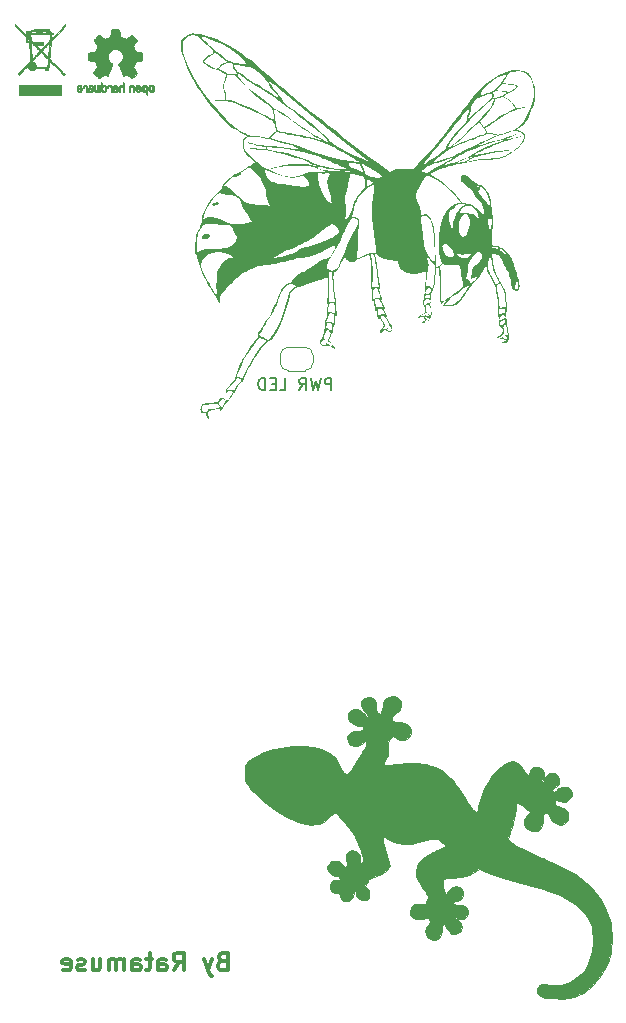
<source format=gbr>
G04 #@! TF.GenerationSoftware,KiCad,Pcbnew,7.0.2*
G04 #@! TF.CreationDate,2023-12-11T23:51:31+01:00*
G04 #@! TF.ProjectId,Harpe_ESP32,48617270-655f-4455-9350-33322e6b6963,rev?*
G04 #@! TF.SameCoordinates,Original*
G04 #@! TF.FileFunction,Legend,Bot*
G04 #@! TF.FilePolarity,Positive*
%FSLAX46Y46*%
G04 Gerber Fmt 4.6, Leading zero omitted, Abs format (unit mm)*
G04 Created by KiCad (PCBNEW 7.0.2) date 2023-12-11 23:51:31*
%MOMM*%
%LPD*%
G01*
G04 APERTURE LIST*
%ADD10C,0.200000*%
%ADD11C,0.300000*%
%ADD12C,0.120000*%
%ADD13C,0.010000*%
G04 APERTURE END LIST*
D10*
X125501428Y-116872619D02*
X125501428Y-115872619D01*
X125501428Y-115872619D02*
X125120476Y-115872619D01*
X125120476Y-115872619D02*
X125025238Y-115920238D01*
X125025238Y-115920238D02*
X124977619Y-115967857D01*
X124977619Y-115967857D02*
X124930000Y-116063095D01*
X124930000Y-116063095D02*
X124930000Y-116205952D01*
X124930000Y-116205952D02*
X124977619Y-116301190D01*
X124977619Y-116301190D02*
X125025238Y-116348809D01*
X125025238Y-116348809D02*
X125120476Y-116396428D01*
X125120476Y-116396428D02*
X125501428Y-116396428D01*
X124596666Y-115872619D02*
X124358571Y-116872619D01*
X124358571Y-116872619D02*
X124168095Y-116158333D01*
X124168095Y-116158333D02*
X123977619Y-116872619D01*
X123977619Y-116872619D02*
X123739524Y-115872619D01*
X122787143Y-116872619D02*
X123120476Y-116396428D01*
X123358571Y-116872619D02*
X123358571Y-115872619D01*
X123358571Y-115872619D02*
X122977619Y-115872619D01*
X122977619Y-115872619D02*
X122882381Y-115920238D01*
X122882381Y-115920238D02*
X122834762Y-115967857D01*
X122834762Y-115967857D02*
X122787143Y-116063095D01*
X122787143Y-116063095D02*
X122787143Y-116205952D01*
X122787143Y-116205952D02*
X122834762Y-116301190D01*
X122834762Y-116301190D02*
X122882381Y-116348809D01*
X122882381Y-116348809D02*
X122977619Y-116396428D01*
X122977619Y-116396428D02*
X123358571Y-116396428D01*
X121120476Y-116872619D02*
X121596666Y-116872619D01*
X121596666Y-116872619D02*
X121596666Y-115872619D01*
X120787142Y-116348809D02*
X120453809Y-116348809D01*
X120310952Y-116872619D02*
X120787142Y-116872619D01*
X120787142Y-116872619D02*
X120787142Y-115872619D01*
X120787142Y-115872619D02*
X120310952Y-115872619D01*
X119882380Y-116872619D02*
X119882380Y-115872619D01*
X119882380Y-115872619D02*
X119644285Y-115872619D01*
X119644285Y-115872619D02*
X119501428Y-115920238D01*
X119501428Y-115920238D02*
X119406190Y-116015476D01*
X119406190Y-116015476D02*
X119358571Y-116110714D01*
X119358571Y-116110714D02*
X119310952Y-116301190D01*
X119310952Y-116301190D02*
X119310952Y-116444047D01*
X119310952Y-116444047D02*
X119358571Y-116634523D01*
X119358571Y-116634523D02*
X119406190Y-116729761D01*
X119406190Y-116729761D02*
X119501428Y-116825000D01*
X119501428Y-116825000D02*
X119644285Y-116872619D01*
X119644285Y-116872619D02*
X119882380Y-116872619D01*
D11*
X116280000Y-165248214D02*
X116065714Y-165319642D01*
X116065714Y-165319642D02*
X115994285Y-165391071D01*
X115994285Y-165391071D02*
X115922857Y-165533928D01*
X115922857Y-165533928D02*
X115922857Y-165748214D01*
X115922857Y-165748214D02*
X115994285Y-165891071D01*
X115994285Y-165891071D02*
X116065714Y-165962500D01*
X116065714Y-165962500D02*
X116208571Y-166033928D01*
X116208571Y-166033928D02*
X116780000Y-166033928D01*
X116780000Y-166033928D02*
X116780000Y-164533928D01*
X116780000Y-164533928D02*
X116280000Y-164533928D01*
X116280000Y-164533928D02*
X116137143Y-164605357D01*
X116137143Y-164605357D02*
X116065714Y-164676785D01*
X116065714Y-164676785D02*
X115994285Y-164819642D01*
X115994285Y-164819642D02*
X115994285Y-164962500D01*
X115994285Y-164962500D02*
X116065714Y-165105357D01*
X116065714Y-165105357D02*
X116137143Y-165176785D01*
X116137143Y-165176785D02*
X116280000Y-165248214D01*
X116280000Y-165248214D02*
X116780000Y-165248214D01*
X115422857Y-165033928D02*
X115065714Y-166033928D01*
X114708571Y-165033928D02*
X115065714Y-166033928D01*
X115065714Y-166033928D02*
X115208571Y-166391071D01*
X115208571Y-166391071D02*
X115280000Y-166462500D01*
X115280000Y-166462500D02*
X115422857Y-166533928D01*
X112137143Y-166033928D02*
X112637143Y-165319642D01*
X112994286Y-166033928D02*
X112994286Y-164533928D01*
X112994286Y-164533928D02*
X112422857Y-164533928D01*
X112422857Y-164533928D02*
X112280000Y-164605357D01*
X112280000Y-164605357D02*
X112208571Y-164676785D01*
X112208571Y-164676785D02*
X112137143Y-164819642D01*
X112137143Y-164819642D02*
X112137143Y-165033928D01*
X112137143Y-165033928D02*
X112208571Y-165176785D01*
X112208571Y-165176785D02*
X112280000Y-165248214D01*
X112280000Y-165248214D02*
X112422857Y-165319642D01*
X112422857Y-165319642D02*
X112994286Y-165319642D01*
X110851429Y-166033928D02*
X110851429Y-165248214D01*
X110851429Y-165248214D02*
X110922857Y-165105357D01*
X110922857Y-165105357D02*
X111065714Y-165033928D01*
X111065714Y-165033928D02*
X111351429Y-165033928D01*
X111351429Y-165033928D02*
X111494286Y-165105357D01*
X110851429Y-165962500D02*
X110994286Y-166033928D01*
X110994286Y-166033928D02*
X111351429Y-166033928D01*
X111351429Y-166033928D02*
X111494286Y-165962500D01*
X111494286Y-165962500D02*
X111565714Y-165819642D01*
X111565714Y-165819642D02*
X111565714Y-165676785D01*
X111565714Y-165676785D02*
X111494286Y-165533928D01*
X111494286Y-165533928D02*
X111351429Y-165462500D01*
X111351429Y-165462500D02*
X110994286Y-165462500D01*
X110994286Y-165462500D02*
X110851429Y-165391071D01*
X110351428Y-165033928D02*
X109780000Y-165033928D01*
X110137143Y-164533928D02*
X110137143Y-165819642D01*
X110137143Y-165819642D02*
X110065714Y-165962500D01*
X110065714Y-165962500D02*
X109922857Y-166033928D01*
X109922857Y-166033928D02*
X109780000Y-166033928D01*
X108637143Y-166033928D02*
X108637143Y-165248214D01*
X108637143Y-165248214D02*
X108708571Y-165105357D01*
X108708571Y-165105357D02*
X108851428Y-165033928D01*
X108851428Y-165033928D02*
X109137143Y-165033928D01*
X109137143Y-165033928D02*
X109280000Y-165105357D01*
X108637143Y-165962500D02*
X108780000Y-166033928D01*
X108780000Y-166033928D02*
X109137143Y-166033928D01*
X109137143Y-166033928D02*
X109280000Y-165962500D01*
X109280000Y-165962500D02*
X109351428Y-165819642D01*
X109351428Y-165819642D02*
X109351428Y-165676785D01*
X109351428Y-165676785D02*
X109280000Y-165533928D01*
X109280000Y-165533928D02*
X109137143Y-165462500D01*
X109137143Y-165462500D02*
X108780000Y-165462500D01*
X108780000Y-165462500D02*
X108637143Y-165391071D01*
X107922857Y-166033928D02*
X107922857Y-165033928D01*
X107922857Y-165176785D02*
X107851428Y-165105357D01*
X107851428Y-165105357D02*
X107708571Y-165033928D01*
X107708571Y-165033928D02*
X107494285Y-165033928D01*
X107494285Y-165033928D02*
X107351428Y-165105357D01*
X107351428Y-165105357D02*
X107280000Y-165248214D01*
X107280000Y-165248214D02*
X107280000Y-166033928D01*
X107280000Y-165248214D02*
X107208571Y-165105357D01*
X107208571Y-165105357D02*
X107065714Y-165033928D01*
X107065714Y-165033928D02*
X106851428Y-165033928D01*
X106851428Y-165033928D02*
X106708571Y-165105357D01*
X106708571Y-165105357D02*
X106637142Y-165248214D01*
X106637142Y-165248214D02*
X106637142Y-166033928D01*
X105280000Y-165033928D02*
X105280000Y-166033928D01*
X105922857Y-165033928D02*
X105922857Y-165819642D01*
X105922857Y-165819642D02*
X105851428Y-165962500D01*
X105851428Y-165962500D02*
X105708571Y-166033928D01*
X105708571Y-166033928D02*
X105494285Y-166033928D01*
X105494285Y-166033928D02*
X105351428Y-165962500D01*
X105351428Y-165962500D02*
X105280000Y-165891071D01*
X104637142Y-165962500D02*
X104494285Y-166033928D01*
X104494285Y-166033928D02*
X104208571Y-166033928D01*
X104208571Y-166033928D02*
X104065714Y-165962500D01*
X104065714Y-165962500D02*
X103994285Y-165819642D01*
X103994285Y-165819642D02*
X103994285Y-165748214D01*
X103994285Y-165748214D02*
X104065714Y-165605357D01*
X104065714Y-165605357D02*
X104208571Y-165533928D01*
X104208571Y-165533928D02*
X104422857Y-165533928D01*
X104422857Y-165533928D02*
X104565714Y-165462500D01*
X104565714Y-165462500D02*
X104637142Y-165319642D01*
X104637142Y-165319642D02*
X104637142Y-165248214D01*
X104637142Y-165248214D02*
X104565714Y-165105357D01*
X104565714Y-165105357D02*
X104422857Y-165033928D01*
X104422857Y-165033928D02*
X104208571Y-165033928D01*
X104208571Y-165033928D02*
X104065714Y-165105357D01*
X102779999Y-165962500D02*
X102922856Y-166033928D01*
X102922856Y-166033928D02*
X103208571Y-166033928D01*
X103208571Y-166033928D02*
X103351428Y-165962500D01*
X103351428Y-165962500D02*
X103422856Y-165819642D01*
X103422856Y-165819642D02*
X103422856Y-165248214D01*
X103422856Y-165248214D02*
X103351428Y-165105357D01*
X103351428Y-165105357D02*
X103208571Y-165033928D01*
X103208571Y-165033928D02*
X102922856Y-165033928D01*
X102922856Y-165033928D02*
X102779999Y-165105357D01*
X102779999Y-165105357D02*
X102708571Y-165248214D01*
X102708571Y-165248214D02*
X102708571Y-165391071D01*
X102708571Y-165391071D02*
X103422856Y-165533928D01*
D12*
X123960000Y-114550000D02*
X123960000Y-113950000D01*
X123260000Y-113250000D02*
X121860000Y-113250000D01*
X121860000Y-115250000D02*
X123260000Y-115250000D01*
X121160000Y-113950000D02*
X121160000Y-114550000D01*
X123260000Y-115250000D02*
G75*
G03*
X123960000Y-114550000I1J699999D01*
G01*
X123960000Y-113950000D02*
G75*
G03*
X123260000Y-113250000I-699999J1D01*
G01*
X121160000Y-114550000D02*
G75*
G03*
X121860000Y-115250000I700000J0D01*
G01*
X121860000Y-113250000D02*
G75*
G03*
X121160000Y-113950000I0J-700000D01*
G01*
D13*
X130862221Y-142799134D02*
X131003012Y-142862704D01*
X131179854Y-143000155D01*
X131313178Y-143166958D01*
X131371354Y-143330125D01*
X131373852Y-143380072D01*
X131368765Y-143601518D01*
X131342496Y-143805154D01*
X131300507Y-143943673D01*
X131296864Y-143949849D01*
X131220167Y-144035773D01*
X131082515Y-144160723D01*
X130911011Y-144299909D01*
X130877348Y-144325908D01*
X130717163Y-144456296D01*
X130630105Y-144548847D01*
X130599319Y-144626487D01*
X130607949Y-144712142D01*
X130647463Y-144837688D01*
X130734463Y-144952617D01*
X130879883Y-145005513D01*
X131108595Y-145011238D01*
X131341905Y-145018371D01*
X131642931Y-145075635D01*
X131905481Y-145177103D01*
X132093446Y-145311756D01*
X132106006Y-145326044D01*
X132195841Y-145482291D01*
X132248474Y-145664709D01*
X132242361Y-145933903D01*
X132149062Y-146175959D01*
X131983825Y-146362466D01*
X131764595Y-146483734D01*
X131509320Y-146530069D01*
X131235946Y-146491782D01*
X130962420Y-146359181D01*
X130714037Y-146189346D01*
X130501307Y-146429737D01*
X130288576Y-146670128D01*
X130303751Y-147242290D01*
X130306960Y-147368266D01*
X130309246Y-147588157D01*
X130299811Y-147736134D01*
X130272889Y-147840671D01*
X130222709Y-147930245D01*
X130143505Y-148033330D01*
X130033552Y-148180019D01*
X129940944Y-148349712D01*
X129929102Y-148475860D01*
X129993573Y-148574541D01*
X130024877Y-148599061D01*
X130083775Y-148624486D01*
X130173095Y-148634414D01*
X130313170Y-148628737D01*
X130524336Y-148607347D01*
X130826926Y-148570138D01*
X131249358Y-148525525D01*
X131781615Y-148491806D01*
X132307108Y-148480849D01*
X132799862Y-148492528D01*
X133233897Y-148526720D01*
X133583238Y-148583301D01*
X133678747Y-148607696D01*
X133964117Y-148700261D01*
X134279906Y-148823898D01*
X134578158Y-148960429D01*
X134625271Y-148984363D01*
X134934355Y-149161969D01*
X135222269Y-149369368D01*
X135500350Y-149618713D01*
X135779938Y-149922154D01*
X136072370Y-150291844D01*
X136388985Y-150739934D01*
X136741122Y-151278577D01*
X136833121Y-151422720D01*
X137109414Y-151846064D01*
X137335749Y-152175689D01*
X137515352Y-152415715D01*
X137651447Y-152570263D01*
X137747256Y-152643452D01*
X137806006Y-152639404D01*
X137838819Y-152571035D01*
X137891214Y-152416442D01*
X137954705Y-152202671D01*
X138021923Y-151955753D01*
X138085498Y-151701721D01*
X138138057Y-151466609D01*
X138161481Y-151380593D01*
X138230423Y-151185170D01*
X138327543Y-150943768D01*
X138439768Y-150690037D01*
X138534377Y-150494259D01*
X138824363Y-149975499D01*
X139142014Y-149511687D01*
X139478130Y-149111912D01*
X139823513Y-148785263D01*
X140168965Y-148540828D01*
X140505288Y-148387698D01*
X140823281Y-148334960D01*
X140899656Y-148336781D01*
X141074557Y-148362046D01*
X141228964Y-148428135D01*
X141382421Y-148549100D01*
X141554472Y-148738997D01*
X141764663Y-149011878D01*
X141924388Y-149229565D01*
X142068486Y-149428924D01*
X142176497Y-149581590D01*
X142232736Y-149665652D01*
X142264929Y-149709970D01*
X142278902Y-149683780D01*
X142268746Y-149558279D01*
X142263033Y-149445473D01*
X142313195Y-149184733D01*
X142444423Y-148975848D01*
X142641966Y-148837106D01*
X142891072Y-148786794D01*
X143012156Y-148795527D01*
X143155902Y-148851017D01*
X143306793Y-148978706D01*
X143342067Y-149014644D01*
X143443390Y-149141224D01*
X143488451Y-149272059D01*
X143498704Y-149461069D01*
X143474523Y-149703895D01*
X143357390Y-150016979D01*
X143311431Y-150109535D01*
X143264052Y-150244387D01*
X143277662Y-150302966D01*
X143307753Y-150308969D01*
X143371551Y-150279335D01*
X143430356Y-150172821D01*
X143495561Y-149972128D01*
X143612971Y-149673885D01*
X143774419Y-149467806D01*
X143986669Y-149348537D01*
X144215536Y-149309424D01*
X144452950Y-149356557D01*
X144642076Y-149492505D01*
X144767128Y-149705148D01*
X144812320Y-149982369D01*
X144812296Y-149988790D01*
X144762853Y-150243324D01*
X144616522Y-150443709D01*
X144369956Y-150594576D01*
X144248025Y-150652186D01*
X144141773Y-150731421D01*
X144139280Y-150803430D01*
X144236267Y-150877265D01*
X144246545Y-150882602D01*
X144361709Y-150907410D01*
X144490267Y-150849727D01*
X144585066Y-150772677D01*
X144627593Y-150706054D01*
X144629719Y-150692045D01*
X144698695Y-150618348D01*
X144840826Y-150550011D01*
X145023256Y-150499711D01*
X145213126Y-150480128D01*
X145245436Y-150480519D01*
X145458004Y-150515405D01*
X145631854Y-150620022D01*
X145756054Y-150765648D01*
X145837556Y-150990045D01*
X145833392Y-151228131D01*
X145745320Y-151448927D01*
X145575095Y-151621455D01*
X145469448Y-151682457D01*
X145292787Y-151742470D01*
X145089094Y-151753610D01*
X144833365Y-151716079D01*
X144500593Y-151630076D01*
X144497383Y-151629165D01*
X144422733Y-151637315D01*
X144401815Y-151733765D01*
X144404398Y-151776149D01*
X144460249Y-151940855D01*
X144567515Y-152066810D01*
X144697639Y-152117017D01*
X144869339Y-152151180D01*
X145082372Y-152249819D01*
X145279377Y-152387101D01*
X145415687Y-152536906D01*
X145499942Y-152732138D01*
X145535443Y-152996308D01*
X145498666Y-153252346D01*
X145390698Y-153460076D01*
X145259909Y-153574553D01*
X145023394Y-153678778D01*
X144768704Y-153700168D01*
X144648830Y-153672959D01*
X144422582Y-153556876D01*
X144224068Y-153381943D01*
X144094002Y-153179577D01*
X144026973Y-153038934D01*
X143897488Y-152857270D01*
X143756615Y-152739107D01*
X143621395Y-152692963D01*
X143508872Y-152727353D01*
X143436089Y-152850794D01*
X143416007Y-152973767D01*
X143399739Y-153169562D01*
X143391442Y-153392781D01*
X143391051Y-153414597D01*
X143356751Y-153744034D01*
X143266420Y-153982606D01*
X143114167Y-154140192D01*
X142894100Y-154226672D01*
X142876648Y-154230263D01*
X142552692Y-154250339D01*
X142271352Y-154168662D01*
X142019826Y-153981642D01*
X142005221Y-153966946D01*
X141879311Y-153821711D01*
X141820135Y-153692616D01*
X141805371Y-153532955D01*
X141834009Y-153277252D01*
X141947511Y-152998642D01*
X142138848Y-152789261D01*
X142168594Y-152766352D01*
X142271713Y-152668857D01*
X142313371Y-152597488D01*
X142281943Y-152555586D01*
X142176252Y-152463055D01*
X142018130Y-152339628D01*
X141830589Y-152201754D01*
X141636640Y-152065884D01*
X141459294Y-151948467D01*
X141321563Y-151865954D01*
X141246457Y-151834794D01*
X141241678Y-151834958D01*
X141216647Y-151846432D01*
X141194951Y-151887767D01*
X141173249Y-151975410D01*
X141148204Y-152125807D01*
X141116474Y-152355406D01*
X141074722Y-152680654D01*
X141053087Y-152820571D01*
X140985924Y-153143881D01*
X140890921Y-153523620D01*
X140776743Y-153928172D01*
X140652051Y-154325917D01*
X140525509Y-154685239D01*
X140440163Y-154911017D01*
X140717977Y-155166608D01*
X140807631Y-155242057D01*
X140931415Y-155329874D01*
X141091756Y-155428327D01*
X141298225Y-155542312D01*
X141560398Y-155676725D01*
X141887848Y-155836463D01*
X142290147Y-156026421D01*
X142776871Y-156251496D01*
X143357593Y-156516585D01*
X143384048Y-156528663D01*
X143578630Y-156619174D01*
X143838301Y-156741824D01*
X144132343Y-156882043D01*
X144430037Y-157025261D01*
X144462208Y-157040794D01*
X144776850Y-157190969D01*
X145097857Y-157341499D01*
X145389330Y-157475681D01*
X145615371Y-157576811D01*
X146032223Y-157790527D01*
X146460886Y-158079371D01*
X146906217Y-158450052D01*
X147382492Y-158913369D01*
X147888635Y-159489769D01*
X148375393Y-160188860D01*
X148765866Y-160937036D01*
X149067260Y-161746417D01*
X149105390Y-161873356D01*
X149151228Y-162045230D01*
X149183333Y-162208801D01*
X149204220Y-162388305D01*
X149216400Y-162607981D01*
X149222388Y-162892065D01*
X149224695Y-163264794D01*
X149224852Y-163323943D01*
X149223819Y-163693638D01*
X149217503Y-163978341D01*
X149203821Y-164202532D01*
X149180689Y-164390687D01*
X149146026Y-164567284D01*
X149097748Y-164756800D01*
X148970790Y-165160213D01*
X148693278Y-165812198D01*
X148349681Y-166402241D01*
X148336587Y-166421342D01*
X148145673Y-166673973D01*
X147908545Y-166952794D01*
X147647753Y-167234331D01*
X147385849Y-167495106D01*
X147145385Y-167711642D01*
X146948912Y-167860463D01*
X146862442Y-167912540D01*
X146583044Y-168054647D01*
X146260798Y-168192003D01*
X145941717Y-168305965D01*
X145671815Y-168377889D01*
X145663956Y-168379371D01*
X145463013Y-168401369D01*
X145184278Y-168412022D01*
X144854980Y-168412338D01*
X144502346Y-168403323D01*
X144153606Y-168385981D01*
X143835987Y-168361320D01*
X143576718Y-168330346D01*
X143403027Y-168294064D01*
X143336170Y-168270713D01*
X143092430Y-168135797D01*
X142935913Y-167960304D01*
X142872487Y-167759905D01*
X142908024Y-167550276D01*
X143048391Y-167347090D01*
X143090891Y-167305566D01*
X143198973Y-167223194D01*
X143313230Y-167196636D01*
X143485836Y-167209480D01*
X143557983Y-167218317D01*
X143946481Y-167261575D01*
X144254086Y-167284623D01*
X144506909Y-167286700D01*
X144731060Y-167267042D01*
X144952649Y-167224887D01*
X145197786Y-167159471D01*
X145518549Y-167054693D01*
X145952444Y-166859987D01*
X146327066Y-166612701D01*
X146673817Y-166294430D01*
X146942904Y-165958393D01*
X147209317Y-165490911D01*
X147420977Y-164960099D01*
X147570766Y-164388298D01*
X147651566Y-163797848D01*
X147656259Y-163211090D01*
X147611272Y-162738075D01*
X147532760Y-162328229D01*
X147413486Y-161965845D01*
X147245231Y-161619085D01*
X146976182Y-161214918D01*
X146587833Y-160791132D01*
X146104738Y-160396096D01*
X145524160Y-160028287D01*
X144843360Y-159686184D01*
X144059602Y-159368264D01*
X143170148Y-159073007D01*
X142172260Y-158798890D01*
X141874109Y-158723394D01*
X141211248Y-158548747D01*
X140620558Y-158381630D01*
X140074322Y-158213668D01*
X139544819Y-158036486D01*
X139004330Y-157841708D01*
X138037734Y-157482437D01*
X137734330Y-157646635D01*
X137150444Y-157908893D01*
X136464094Y-158100064D01*
X135731351Y-158190799D01*
X135654220Y-158195061D01*
X135366733Y-158215810D01*
X135171455Y-158240850D01*
X135051430Y-158273023D01*
X134989704Y-158315175D01*
X134938201Y-158433937D01*
X134923735Y-158652830D01*
X134961441Y-158933718D01*
X135050020Y-159256326D01*
X135180891Y-159644292D01*
X135289909Y-159489574D01*
X135322853Y-159443115D01*
X135486947Y-159226176D01*
X135621027Y-159084089D01*
X135746932Y-158996910D01*
X135886499Y-158944696D01*
X136055773Y-158916073D01*
X136304773Y-158947941D01*
X136498585Y-159071228D01*
X136624226Y-159275859D01*
X136668715Y-159551759D01*
X136652744Y-159672814D01*
X136570347Y-159866627D01*
X136440679Y-160023387D01*
X136289677Y-160105224D01*
X136154847Y-160133887D01*
X135965758Y-160180392D01*
X135856476Y-160222532D01*
X135806177Y-160269827D01*
X135794037Y-160331796D01*
X135795648Y-160357177D01*
X135820360Y-160404161D01*
X135892151Y-160435359D01*
X136032926Y-160457555D01*
X136264592Y-160477534D01*
X136530756Y-160505992D01*
X136770946Y-160563343D01*
X136927701Y-160654521D01*
X137016682Y-160789463D01*
X137053552Y-160978105D01*
X137055256Y-161005090D01*
X137031195Y-161290001D01*
X136927086Y-161501878D01*
X136745682Y-161634849D01*
X136639521Y-161674382D01*
X136444122Y-161706318D01*
X136253991Y-161664317D01*
X136028906Y-161543239D01*
X136023633Y-161539896D01*
X135855683Y-161435881D01*
X135760860Y-161386443D01*
X135718859Y-161383746D01*
X135709371Y-161419956D01*
X135723041Y-161442747D01*
X135809513Y-161512293D01*
X135949260Y-161597675D01*
X136031915Y-161644144D01*
X136240009Y-161779935D01*
X136380185Y-161913764D01*
X136482145Y-162072074D01*
X136509190Y-162134666D01*
X136536732Y-162357416D01*
X136478807Y-162577916D01*
X136351677Y-162768972D01*
X136171600Y-162903391D01*
X135954836Y-162953978D01*
X135937935Y-162953655D01*
X135746093Y-162920775D01*
X135581219Y-162850494D01*
X135530206Y-162813675D01*
X135349374Y-162635810D01*
X135200374Y-162422754D01*
X135116517Y-162219720D01*
X135114278Y-162209863D01*
X135065486Y-162102898D01*
X134982317Y-162089570D01*
X134979729Y-162090271D01*
X134919722Y-162132865D01*
X134887426Y-162235225D01*
X134874336Y-162423658D01*
X134862309Y-162627120D01*
X134798125Y-162965284D01*
X134677907Y-163210781D01*
X134498450Y-163368906D01*
X134256550Y-163444954D01*
X134072265Y-163445829D01*
X133827120Y-163364715D01*
X133630391Y-163199911D01*
X133499484Y-162967853D01*
X133451804Y-162684978D01*
X133452573Y-162636741D01*
X133474822Y-162490352D01*
X133542985Y-162358989D01*
X133677371Y-162198888D01*
X133775116Y-162087230D01*
X133867477Y-161966472D01*
X133903149Y-161897316D01*
X133903106Y-161895704D01*
X133868935Y-161813313D01*
X133790195Y-161697088D01*
X133721456Y-161617269D01*
X133654336Y-161582557D01*
X133553341Y-161589565D01*
X133380973Y-161632362D01*
X133325977Y-161646345D01*
X132977220Y-161703087D01*
X132673302Y-161697488D01*
X132438910Y-161629621D01*
X132412069Y-161614490D01*
X132262293Y-161464029D01*
X132179691Y-161257013D01*
X132162920Y-161022346D01*
X132210636Y-160788932D01*
X132321496Y-160585675D01*
X132494154Y-160441478D01*
X132497787Y-160439631D01*
X132679544Y-160387617D01*
X132915619Y-160369026D01*
X133153755Y-160384322D01*
X133341694Y-160433967D01*
X133344938Y-160435395D01*
X133407327Y-160430290D01*
X133472331Y-160349006D01*
X133553361Y-160175142D01*
X133602190Y-160047674D01*
X133655268Y-159876823D01*
X133674864Y-159764148D01*
X133670954Y-159741428D01*
X133619947Y-159622393D01*
X133522495Y-159451353D01*
X133394594Y-159257239D01*
X133294109Y-159113592D01*
X133078030Y-158796277D01*
X132918789Y-158544347D01*
X132807577Y-158340540D01*
X132735584Y-158167593D01*
X132694002Y-158008245D01*
X132674021Y-157845232D01*
X132669894Y-157608713D01*
X132715782Y-157298804D01*
X132830622Y-157019451D01*
X133022775Y-156760169D01*
X133300599Y-156510471D01*
X133672454Y-156259871D01*
X134146699Y-155997883D01*
X134201057Y-155970087D01*
X134464561Y-155838354D01*
X134699752Y-155725407D01*
X134882757Y-155642491D01*
X134989704Y-155600847D01*
X135096995Y-155555217D01*
X135144926Y-155502232D01*
X135144772Y-155497756D01*
X135095827Y-155393314D01*
X134978342Y-155258444D01*
X134819949Y-155117829D01*
X134648283Y-154996153D01*
X134490976Y-154918100D01*
X134393915Y-154887363D01*
X134276336Y-154864306D01*
X134148339Y-154864806D01*
X133976815Y-154889829D01*
X133728655Y-154940342D01*
X133615651Y-154965095D01*
X133400223Y-155015893D01*
X133238424Y-155058942D01*
X133158759Y-155086908D01*
X133131691Y-155098109D01*
X133007905Y-155133148D01*
X132815570Y-155178828D01*
X132583089Y-155228177D01*
X132219224Y-155285892D01*
X131627696Y-155307784D01*
X131081328Y-155233528D01*
X130586499Y-155064244D01*
X130149588Y-154801052D01*
X130014519Y-154706934D01*
X129902207Y-154647843D01*
X129851746Y-154647445D01*
X129848035Y-154724189D01*
X129867279Y-154897670D01*
X129907837Y-155138692D01*
X129964904Y-155424753D01*
X130033674Y-155733354D01*
X130109342Y-156041993D01*
X130187105Y-156328168D01*
X130262156Y-156569379D01*
X130462135Y-157155297D01*
X130323217Y-157392342D01*
X130264779Y-157478023D01*
X130103344Y-157638225D01*
X129869676Y-157793570D01*
X129550762Y-157952033D01*
X129133593Y-158121590D01*
X129042694Y-158155962D01*
X128843475Y-158234701D01*
X128715058Y-158299357D01*
X128631769Y-158369390D01*
X128567930Y-158464263D01*
X128497867Y-158603435D01*
X128376437Y-158852741D01*
X128543348Y-159042843D01*
X128607488Y-159123564D01*
X128686371Y-159279481D01*
X128718621Y-159471851D01*
X128713126Y-159737017D01*
X128707443Y-159781797D01*
X128624306Y-159942420D01*
X128450898Y-160041706D01*
X128193311Y-160075683D01*
X128022411Y-160066377D01*
X127889367Y-160022804D01*
X127777499Y-159927698D01*
X127696453Y-159813916D01*
X127620624Y-159638402D01*
X127586739Y-159467995D01*
X127607330Y-159345568D01*
X127624622Y-159312150D01*
X127605544Y-159288091D01*
X127501321Y-159319722D01*
X127457461Y-159344897D01*
X127411723Y-159418500D01*
X127401044Y-159514785D01*
X127347937Y-159706574D01*
X127268329Y-159893861D01*
X127182595Y-160022904D01*
X127121191Y-160070910D01*
X126980881Y-160118294D01*
X126764228Y-160132128D01*
X126585939Y-160120203D01*
X126420604Y-160057112D01*
X126316180Y-159921834D01*
X126249237Y-159694457D01*
X126230319Y-159615480D01*
X126187325Y-159546817D01*
X126096674Y-159514812D01*
X125925763Y-159499852D01*
X125847884Y-159494400D01*
X125697762Y-159467899D01*
X125598365Y-159405931D01*
X125504427Y-159285461D01*
X125450590Y-159198441D01*
X125397739Y-159044191D01*
X125406599Y-158862128D01*
X125408557Y-158849874D01*
X125464910Y-158615522D01*
X125555334Y-158472733D01*
X125701266Y-158401634D01*
X125924144Y-158382350D01*
X126088770Y-158380019D01*
X126186560Y-158365368D01*
X126217499Y-158327456D01*
X126205836Y-158255350D01*
X126184961Y-158169250D01*
X126171030Y-158086017D01*
X126168613Y-158079660D01*
X126100180Y-158054060D01*
X125967123Y-158043683D01*
X125832320Y-158033412D01*
X125565793Y-157946926D01*
X125350727Y-157787100D01*
X125206996Y-157571669D01*
X125154471Y-157318372D01*
X125157461Y-157261758D01*
X125210740Y-157103405D01*
X125346171Y-156937372D01*
X125403408Y-156881941D01*
X125522076Y-156793103D01*
X125651916Y-156754117D01*
X125843528Y-156745461D01*
X125888464Y-156746171D01*
X126148456Y-156791275D01*
X126332694Y-156912427D01*
X126454543Y-157117770D01*
X126509489Y-157202897D01*
X126633741Y-157250843D01*
X126787699Y-157200343D01*
X126801563Y-157190640D01*
X126837306Y-157135771D01*
X126836961Y-157035342D01*
X126801810Y-156858235D01*
X126768530Y-156696157D01*
X126738862Y-156382074D01*
X126777547Y-156149007D01*
X126886730Y-155989210D01*
X127068557Y-155894937D01*
X127099147Y-155886471D01*
X127288901Y-155866187D01*
X127494208Y-155914384D01*
X127682907Y-156003538D01*
X127834226Y-156151773D01*
X127916415Y-156364105D01*
X127941204Y-156660105D01*
X127941204Y-157027476D01*
X128071732Y-156904852D01*
X128105950Y-156869808D01*
X128174283Y-156761675D01*
X128200570Y-156627035D01*
X128182317Y-156451419D01*
X128117029Y-156220358D01*
X128002212Y-155919384D01*
X127835371Y-155534027D01*
X127756600Y-155357531D01*
X127642280Y-155098779D01*
X127550940Y-154888754D01*
X127490400Y-154745512D01*
X127468482Y-154687107D01*
X127467621Y-154679999D01*
X127424397Y-154588718D01*
X127325739Y-154432018D01*
X127185280Y-154229082D01*
X127016657Y-153999096D01*
X126833503Y-153761244D01*
X126649455Y-153534711D01*
X126526170Y-153389709D01*
X126253580Y-153085940D01*
X126030772Y-152863936D01*
X125862018Y-152727756D01*
X125751590Y-152681461D01*
X125727186Y-152689906D01*
X125628379Y-152760068D01*
X125484957Y-152885914D01*
X125318867Y-153048811D01*
X125255056Y-153113448D01*
X124985669Y-153354070D01*
X124730908Y-153515426D01*
X124459023Y-153614138D01*
X124138260Y-153666828D01*
X123841627Y-153678827D01*
X123289202Y-153622289D01*
X122694486Y-153469851D01*
X122063817Y-153224150D01*
X121403532Y-152887821D01*
X120719967Y-152463499D01*
X120019462Y-151953821D01*
X119704130Y-151696382D01*
X119343529Y-151374654D01*
X119010207Y-151049007D01*
X118720601Y-150736407D01*
X118491147Y-150453824D01*
X118338282Y-150218227D01*
X118286732Y-150118373D01*
X118216022Y-149957815D01*
X118176362Y-149806423D01*
X118158992Y-149623545D01*
X118155149Y-149368532D01*
X118155166Y-149348225D01*
X118161087Y-149087699D01*
X118182633Y-148897725D01*
X118227061Y-148738807D01*
X118301631Y-148571452D01*
X118364034Y-148455763D01*
X118468807Y-148314056D01*
X118611021Y-148192428D01*
X118823742Y-148058386D01*
X119041275Y-147936309D01*
X119806765Y-147577642D01*
X120590637Y-147315161D01*
X121372482Y-147156090D01*
X121601358Y-147127170D01*
X122462576Y-147059954D01*
X123251392Y-147067753D01*
X123963646Y-147150371D01*
X124595180Y-147307613D01*
X124802836Y-147379825D01*
X125217732Y-147557895D01*
X125544457Y-147759842D01*
X125800324Y-148000520D01*
X126002647Y-148294781D01*
X126168739Y-148657477D01*
X126229266Y-148806669D01*
X126374213Y-149090307D01*
X126516466Y-149264255D01*
X126605862Y-149336095D01*
X126719327Y-149395715D01*
X126824113Y-149379967D01*
X126964996Y-149291580D01*
X127019349Y-149248359D01*
X127115653Y-149149806D01*
X127228608Y-149005606D01*
X127367642Y-148802438D01*
X127542184Y-148526978D01*
X127761663Y-148165906D01*
X127777704Y-148139198D01*
X127930466Y-147885951D01*
X128089168Y-147624427D01*
X128221901Y-147407226D01*
X128322553Y-147218672D01*
X128398827Y-147016290D01*
X128435376Y-146841389D01*
X128432802Y-146709823D01*
X128391706Y-146637446D01*
X128312689Y-146640112D01*
X128196353Y-146733675D01*
X128183025Y-146747685D01*
X127942057Y-146931702D01*
X127675695Y-147025916D01*
X127407702Y-147025882D01*
X127161843Y-146927156D01*
X127032282Y-146823650D01*
X126890779Y-146617262D01*
X126856072Y-146384678D01*
X126931132Y-146136086D01*
X127028439Y-145980937D01*
X127189440Y-145837933D01*
X127406143Y-145761459D01*
X127703269Y-145738794D01*
X127763103Y-145738685D01*
X127946555Y-145733559D01*
X128052688Y-145713946D01*
X128110055Y-145670534D01*
X128147212Y-145594009D01*
X128171160Y-145528511D01*
X128191232Y-145430158D01*
X128154452Y-145372685D01*
X128042267Y-145339362D01*
X127836128Y-145313459D01*
X127785342Y-145307178D01*
X127465475Y-145223442D01*
X127209295Y-145079257D01*
X127026587Y-144888274D01*
X126927138Y-144664145D01*
X126920734Y-144420521D01*
X127017163Y-144171054D01*
X127168061Y-143995832D01*
X127382962Y-143894243D01*
X127641932Y-143894573D01*
X127941148Y-143997542D01*
X128124842Y-144114188D01*
X128313158Y-144336209D01*
X128348456Y-144393832D01*
X128441351Y-144508056D01*
X128516316Y-144553461D01*
X128577509Y-144539628D01*
X128585657Y-144471825D01*
X128500950Y-144345920D01*
X128322521Y-144160153D01*
X128247962Y-144084061D01*
X128069496Y-143828897D01*
X128002253Y-143572695D01*
X128044999Y-143311683D01*
X128051007Y-143295716D01*
X128177143Y-143078154D01*
X128358820Y-142955236D01*
X128610921Y-142916572D01*
X128757355Y-142921411D01*
X128950233Y-142961398D01*
X129092133Y-143058062D01*
X129220553Y-143230727D01*
X129268205Y-143315695D01*
X129321156Y-143486940D01*
X129318140Y-143697108D01*
X129313857Y-143741839D01*
X129313798Y-144008237D01*
X129369184Y-144183599D01*
X129482166Y-144275510D01*
X129597486Y-144285594D01*
X129706338Y-144201600D01*
X129786220Y-144011725D01*
X129838353Y-143714047D01*
X129889550Y-143421629D01*
X129989030Y-143181562D01*
X130149128Y-143002998D01*
X130385728Y-142861186D01*
X130426119Y-142842471D01*
X130589168Y-142779868D01*
X130717332Y-142767662D01*
X130862221Y-142799134D01*
G36*
X130862221Y-142799134D02*
G01*
X131003012Y-142862704D01*
X131179854Y-143000155D01*
X131313178Y-143166958D01*
X131371354Y-143330125D01*
X131373852Y-143380072D01*
X131368765Y-143601518D01*
X131342496Y-143805154D01*
X131300507Y-143943673D01*
X131296864Y-143949849D01*
X131220167Y-144035773D01*
X131082515Y-144160723D01*
X130911011Y-144299909D01*
X130877348Y-144325908D01*
X130717163Y-144456296D01*
X130630105Y-144548847D01*
X130599319Y-144626487D01*
X130607949Y-144712142D01*
X130647463Y-144837688D01*
X130734463Y-144952617D01*
X130879883Y-145005513D01*
X131108595Y-145011238D01*
X131341905Y-145018371D01*
X131642931Y-145075635D01*
X131905481Y-145177103D01*
X132093446Y-145311756D01*
X132106006Y-145326044D01*
X132195841Y-145482291D01*
X132248474Y-145664709D01*
X132242361Y-145933903D01*
X132149062Y-146175959D01*
X131983825Y-146362466D01*
X131764595Y-146483734D01*
X131509320Y-146530069D01*
X131235946Y-146491782D01*
X130962420Y-146359181D01*
X130714037Y-146189346D01*
X130501307Y-146429737D01*
X130288576Y-146670128D01*
X130303751Y-147242290D01*
X130306960Y-147368266D01*
X130309246Y-147588157D01*
X130299811Y-147736134D01*
X130272889Y-147840671D01*
X130222709Y-147930245D01*
X130143505Y-148033330D01*
X130033552Y-148180019D01*
X129940944Y-148349712D01*
X129929102Y-148475860D01*
X129993573Y-148574541D01*
X130024877Y-148599061D01*
X130083775Y-148624486D01*
X130173095Y-148634414D01*
X130313170Y-148628737D01*
X130524336Y-148607347D01*
X130826926Y-148570138D01*
X131249358Y-148525525D01*
X131781615Y-148491806D01*
X132307108Y-148480849D01*
X132799862Y-148492528D01*
X133233897Y-148526720D01*
X133583238Y-148583301D01*
X133678747Y-148607696D01*
X133964117Y-148700261D01*
X134279906Y-148823898D01*
X134578158Y-148960429D01*
X134625271Y-148984363D01*
X134934355Y-149161969D01*
X135222269Y-149369368D01*
X135500350Y-149618713D01*
X135779938Y-149922154D01*
X136072370Y-150291844D01*
X136388985Y-150739934D01*
X136741122Y-151278577D01*
X136833121Y-151422720D01*
X137109414Y-151846064D01*
X137335749Y-152175689D01*
X137515352Y-152415715D01*
X137651447Y-152570263D01*
X137747256Y-152643452D01*
X137806006Y-152639404D01*
X137838819Y-152571035D01*
X137891214Y-152416442D01*
X137954705Y-152202671D01*
X138021923Y-151955753D01*
X138085498Y-151701721D01*
X138138057Y-151466609D01*
X138161481Y-151380593D01*
X138230423Y-151185170D01*
X138327543Y-150943768D01*
X138439768Y-150690037D01*
X138534377Y-150494259D01*
X138824363Y-149975499D01*
X139142014Y-149511687D01*
X139478130Y-149111912D01*
X139823513Y-148785263D01*
X140168965Y-148540828D01*
X140505288Y-148387698D01*
X140823281Y-148334960D01*
X140899656Y-148336781D01*
X141074557Y-148362046D01*
X141228964Y-148428135D01*
X141382421Y-148549100D01*
X141554472Y-148738997D01*
X141764663Y-149011878D01*
X141924388Y-149229565D01*
X142068486Y-149428924D01*
X142176497Y-149581590D01*
X142232736Y-149665652D01*
X142264929Y-149709970D01*
X142278902Y-149683780D01*
X142268746Y-149558279D01*
X142263033Y-149445473D01*
X142313195Y-149184733D01*
X142444423Y-148975848D01*
X142641966Y-148837106D01*
X142891072Y-148786794D01*
X143012156Y-148795527D01*
X143155902Y-148851017D01*
X143306793Y-148978706D01*
X143342067Y-149014644D01*
X143443390Y-149141224D01*
X143488451Y-149272059D01*
X143498704Y-149461069D01*
X143474523Y-149703895D01*
X143357390Y-150016979D01*
X143311431Y-150109535D01*
X143264052Y-150244387D01*
X143277662Y-150302966D01*
X143307753Y-150308969D01*
X143371551Y-150279335D01*
X143430356Y-150172821D01*
X143495561Y-149972128D01*
X143612971Y-149673885D01*
X143774419Y-149467806D01*
X143986669Y-149348537D01*
X144215536Y-149309424D01*
X144452950Y-149356557D01*
X144642076Y-149492505D01*
X144767128Y-149705148D01*
X144812320Y-149982369D01*
X144812296Y-149988790D01*
X144762853Y-150243324D01*
X144616522Y-150443709D01*
X144369956Y-150594576D01*
X144248025Y-150652186D01*
X144141773Y-150731421D01*
X144139280Y-150803430D01*
X144236267Y-150877265D01*
X144246545Y-150882602D01*
X144361709Y-150907410D01*
X144490267Y-150849727D01*
X144585066Y-150772677D01*
X144627593Y-150706054D01*
X144629719Y-150692045D01*
X144698695Y-150618348D01*
X144840826Y-150550011D01*
X145023256Y-150499711D01*
X145213126Y-150480128D01*
X145245436Y-150480519D01*
X145458004Y-150515405D01*
X145631854Y-150620022D01*
X145756054Y-150765648D01*
X145837556Y-150990045D01*
X145833392Y-151228131D01*
X145745320Y-151448927D01*
X145575095Y-151621455D01*
X145469448Y-151682457D01*
X145292787Y-151742470D01*
X145089094Y-151753610D01*
X144833365Y-151716079D01*
X144500593Y-151630076D01*
X144497383Y-151629165D01*
X144422733Y-151637315D01*
X144401815Y-151733765D01*
X144404398Y-151776149D01*
X144460249Y-151940855D01*
X144567515Y-152066810D01*
X144697639Y-152117017D01*
X144869339Y-152151180D01*
X145082372Y-152249819D01*
X145279377Y-152387101D01*
X145415687Y-152536906D01*
X145499942Y-152732138D01*
X145535443Y-152996308D01*
X145498666Y-153252346D01*
X145390698Y-153460076D01*
X145259909Y-153574553D01*
X145023394Y-153678778D01*
X144768704Y-153700168D01*
X144648830Y-153672959D01*
X144422582Y-153556876D01*
X144224068Y-153381943D01*
X144094002Y-153179577D01*
X144026973Y-153038934D01*
X143897488Y-152857270D01*
X143756615Y-152739107D01*
X143621395Y-152692963D01*
X143508872Y-152727353D01*
X143436089Y-152850794D01*
X143416007Y-152973767D01*
X143399739Y-153169562D01*
X143391442Y-153392781D01*
X143391051Y-153414597D01*
X143356751Y-153744034D01*
X143266420Y-153982606D01*
X143114167Y-154140192D01*
X142894100Y-154226672D01*
X142876648Y-154230263D01*
X142552692Y-154250339D01*
X142271352Y-154168662D01*
X142019826Y-153981642D01*
X142005221Y-153966946D01*
X141879311Y-153821711D01*
X141820135Y-153692616D01*
X141805371Y-153532955D01*
X141834009Y-153277252D01*
X141947511Y-152998642D01*
X142138848Y-152789261D01*
X142168594Y-152766352D01*
X142271713Y-152668857D01*
X142313371Y-152597488D01*
X142281943Y-152555586D01*
X142176252Y-152463055D01*
X142018130Y-152339628D01*
X141830589Y-152201754D01*
X141636640Y-152065884D01*
X141459294Y-151948467D01*
X141321563Y-151865954D01*
X141246457Y-151834794D01*
X141241678Y-151834958D01*
X141216647Y-151846432D01*
X141194951Y-151887767D01*
X141173249Y-151975410D01*
X141148204Y-152125807D01*
X141116474Y-152355406D01*
X141074722Y-152680654D01*
X141053087Y-152820571D01*
X140985924Y-153143881D01*
X140890921Y-153523620D01*
X140776743Y-153928172D01*
X140652051Y-154325917D01*
X140525509Y-154685239D01*
X140440163Y-154911017D01*
X140717977Y-155166608D01*
X140807631Y-155242057D01*
X140931415Y-155329874D01*
X141091756Y-155428327D01*
X141298225Y-155542312D01*
X141560398Y-155676725D01*
X141887848Y-155836463D01*
X142290147Y-156026421D01*
X142776871Y-156251496D01*
X143357593Y-156516585D01*
X143384048Y-156528663D01*
X143578630Y-156619174D01*
X143838301Y-156741824D01*
X144132343Y-156882043D01*
X144430037Y-157025261D01*
X144462208Y-157040794D01*
X144776850Y-157190969D01*
X145097857Y-157341499D01*
X145389330Y-157475681D01*
X145615371Y-157576811D01*
X146032223Y-157790527D01*
X146460886Y-158079371D01*
X146906217Y-158450052D01*
X147382492Y-158913369D01*
X147888635Y-159489769D01*
X148375393Y-160188860D01*
X148765866Y-160937036D01*
X149067260Y-161746417D01*
X149105390Y-161873356D01*
X149151228Y-162045230D01*
X149183333Y-162208801D01*
X149204220Y-162388305D01*
X149216400Y-162607981D01*
X149222388Y-162892065D01*
X149224695Y-163264794D01*
X149224852Y-163323943D01*
X149223819Y-163693638D01*
X149217503Y-163978341D01*
X149203821Y-164202532D01*
X149180689Y-164390687D01*
X149146026Y-164567284D01*
X149097748Y-164756800D01*
X148970790Y-165160213D01*
X148693278Y-165812198D01*
X148349681Y-166402241D01*
X148336587Y-166421342D01*
X148145673Y-166673973D01*
X147908545Y-166952794D01*
X147647753Y-167234331D01*
X147385849Y-167495106D01*
X147145385Y-167711642D01*
X146948912Y-167860463D01*
X146862442Y-167912540D01*
X146583044Y-168054647D01*
X146260798Y-168192003D01*
X145941717Y-168305965D01*
X145671815Y-168377889D01*
X145663956Y-168379371D01*
X145463013Y-168401369D01*
X145184278Y-168412022D01*
X144854980Y-168412338D01*
X144502346Y-168403323D01*
X144153606Y-168385981D01*
X143835987Y-168361320D01*
X143576718Y-168330346D01*
X143403027Y-168294064D01*
X143336170Y-168270713D01*
X143092430Y-168135797D01*
X142935913Y-167960304D01*
X142872487Y-167759905D01*
X142908024Y-167550276D01*
X143048391Y-167347090D01*
X143090891Y-167305566D01*
X143198973Y-167223194D01*
X143313230Y-167196636D01*
X143485836Y-167209480D01*
X143557983Y-167218317D01*
X143946481Y-167261575D01*
X144254086Y-167284623D01*
X144506909Y-167286700D01*
X144731060Y-167267042D01*
X144952649Y-167224887D01*
X145197786Y-167159471D01*
X145518549Y-167054693D01*
X145952444Y-166859987D01*
X146327066Y-166612701D01*
X146673817Y-166294430D01*
X146942904Y-165958393D01*
X147209317Y-165490911D01*
X147420977Y-164960099D01*
X147570766Y-164388298D01*
X147651566Y-163797848D01*
X147656259Y-163211090D01*
X147611272Y-162738075D01*
X147532760Y-162328229D01*
X147413486Y-161965845D01*
X147245231Y-161619085D01*
X146976182Y-161214918D01*
X146587833Y-160791132D01*
X146104738Y-160396096D01*
X145524160Y-160028287D01*
X144843360Y-159686184D01*
X144059602Y-159368264D01*
X143170148Y-159073007D01*
X142172260Y-158798890D01*
X141874109Y-158723394D01*
X141211248Y-158548747D01*
X140620558Y-158381630D01*
X140074322Y-158213668D01*
X139544819Y-158036486D01*
X139004330Y-157841708D01*
X138037734Y-157482437D01*
X137734330Y-157646635D01*
X137150444Y-157908893D01*
X136464094Y-158100064D01*
X135731351Y-158190799D01*
X135654220Y-158195061D01*
X135366733Y-158215810D01*
X135171455Y-158240850D01*
X135051430Y-158273023D01*
X134989704Y-158315175D01*
X134938201Y-158433937D01*
X134923735Y-158652830D01*
X134961441Y-158933718D01*
X135050020Y-159256326D01*
X135180891Y-159644292D01*
X135289909Y-159489574D01*
X135322853Y-159443115D01*
X135486947Y-159226176D01*
X135621027Y-159084089D01*
X135746932Y-158996910D01*
X135886499Y-158944696D01*
X136055773Y-158916073D01*
X136304773Y-158947941D01*
X136498585Y-159071228D01*
X136624226Y-159275859D01*
X136668715Y-159551759D01*
X136652744Y-159672814D01*
X136570347Y-159866627D01*
X136440679Y-160023387D01*
X136289677Y-160105224D01*
X136154847Y-160133887D01*
X135965758Y-160180392D01*
X135856476Y-160222532D01*
X135806177Y-160269827D01*
X135794037Y-160331796D01*
X135795648Y-160357177D01*
X135820360Y-160404161D01*
X135892151Y-160435359D01*
X136032926Y-160457555D01*
X136264592Y-160477534D01*
X136530756Y-160505992D01*
X136770946Y-160563343D01*
X136927701Y-160654521D01*
X137016682Y-160789463D01*
X137053552Y-160978105D01*
X137055256Y-161005090D01*
X137031195Y-161290001D01*
X136927086Y-161501878D01*
X136745682Y-161634849D01*
X136639521Y-161674382D01*
X136444122Y-161706318D01*
X136253991Y-161664317D01*
X136028906Y-161543239D01*
X136023633Y-161539896D01*
X135855683Y-161435881D01*
X135760860Y-161386443D01*
X135718859Y-161383746D01*
X135709371Y-161419956D01*
X135723041Y-161442747D01*
X135809513Y-161512293D01*
X135949260Y-161597675D01*
X136031915Y-161644144D01*
X136240009Y-161779935D01*
X136380185Y-161913764D01*
X136482145Y-162072074D01*
X136509190Y-162134666D01*
X136536732Y-162357416D01*
X136478807Y-162577916D01*
X136351677Y-162768972D01*
X136171600Y-162903391D01*
X135954836Y-162953978D01*
X135937935Y-162953655D01*
X135746093Y-162920775D01*
X135581219Y-162850494D01*
X135530206Y-162813675D01*
X135349374Y-162635810D01*
X135200374Y-162422754D01*
X135116517Y-162219720D01*
X135114278Y-162209863D01*
X135065486Y-162102898D01*
X134982317Y-162089570D01*
X134979729Y-162090271D01*
X134919722Y-162132865D01*
X134887426Y-162235225D01*
X134874336Y-162423658D01*
X134862309Y-162627120D01*
X134798125Y-162965284D01*
X134677907Y-163210781D01*
X134498450Y-163368906D01*
X134256550Y-163444954D01*
X134072265Y-163445829D01*
X133827120Y-163364715D01*
X133630391Y-163199911D01*
X133499484Y-162967853D01*
X133451804Y-162684978D01*
X133452573Y-162636741D01*
X133474822Y-162490352D01*
X133542985Y-162358989D01*
X133677371Y-162198888D01*
X133775116Y-162087230D01*
X133867477Y-161966472D01*
X133903149Y-161897316D01*
X133903106Y-161895704D01*
X133868935Y-161813313D01*
X133790195Y-161697088D01*
X133721456Y-161617269D01*
X133654336Y-161582557D01*
X133553341Y-161589565D01*
X133380973Y-161632362D01*
X133325977Y-161646345D01*
X132977220Y-161703087D01*
X132673302Y-161697488D01*
X132438910Y-161629621D01*
X132412069Y-161614490D01*
X132262293Y-161464029D01*
X132179691Y-161257013D01*
X132162920Y-161022346D01*
X132210636Y-160788932D01*
X132321496Y-160585675D01*
X132494154Y-160441478D01*
X132497787Y-160439631D01*
X132679544Y-160387617D01*
X132915619Y-160369026D01*
X133153755Y-160384322D01*
X133341694Y-160433967D01*
X133344938Y-160435395D01*
X133407327Y-160430290D01*
X133472331Y-160349006D01*
X133553361Y-160175142D01*
X133602190Y-160047674D01*
X133655268Y-159876823D01*
X133674864Y-159764148D01*
X133670954Y-159741428D01*
X133619947Y-159622393D01*
X133522495Y-159451353D01*
X133394594Y-159257239D01*
X133294109Y-159113592D01*
X133078030Y-158796277D01*
X132918789Y-158544347D01*
X132807577Y-158340540D01*
X132735584Y-158167593D01*
X132694002Y-158008245D01*
X132674021Y-157845232D01*
X132669894Y-157608713D01*
X132715782Y-157298804D01*
X132830622Y-157019451D01*
X133022775Y-156760169D01*
X133300599Y-156510471D01*
X133672454Y-156259871D01*
X134146699Y-155997883D01*
X134201057Y-155970087D01*
X134464561Y-155838354D01*
X134699752Y-155725407D01*
X134882757Y-155642491D01*
X134989704Y-155600847D01*
X135096995Y-155555217D01*
X135144926Y-155502232D01*
X135144772Y-155497756D01*
X135095827Y-155393314D01*
X134978342Y-155258444D01*
X134819949Y-155117829D01*
X134648283Y-154996153D01*
X134490976Y-154918100D01*
X134393915Y-154887363D01*
X134276336Y-154864306D01*
X134148339Y-154864806D01*
X133976815Y-154889829D01*
X133728655Y-154940342D01*
X133615651Y-154965095D01*
X133400223Y-155015893D01*
X133238424Y-155058942D01*
X133158759Y-155086908D01*
X133131691Y-155098109D01*
X133007905Y-155133148D01*
X132815570Y-155178828D01*
X132583089Y-155228177D01*
X132219224Y-155285892D01*
X131627696Y-155307784D01*
X131081328Y-155233528D01*
X130586499Y-155064244D01*
X130149588Y-154801052D01*
X130014519Y-154706934D01*
X129902207Y-154647843D01*
X129851746Y-154647445D01*
X129848035Y-154724189D01*
X129867279Y-154897670D01*
X129907837Y-155138692D01*
X129964904Y-155424753D01*
X130033674Y-155733354D01*
X130109342Y-156041993D01*
X130187105Y-156328168D01*
X130262156Y-156569379D01*
X130462135Y-157155297D01*
X130323217Y-157392342D01*
X130264779Y-157478023D01*
X130103344Y-157638225D01*
X129869676Y-157793570D01*
X129550762Y-157952033D01*
X129133593Y-158121590D01*
X129042694Y-158155962D01*
X128843475Y-158234701D01*
X128715058Y-158299357D01*
X128631769Y-158369390D01*
X128567930Y-158464263D01*
X128497867Y-158603435D01*
X128376437Y-158852741D01*
X128543348Y-159042843D01*
X128607488Y-159123564D01*
X128686371Y-159279481D01*
X128718621Y-159471851D01*
X128713126Y-159737017D01*
X128707443Y-159781797D01*
X128624306Y-159942420D01*
X128450898Y-160041706D01*
X128193311Y-160075683D01*
X128022411Y-160066377D01*
X127889367Y-160022804D01*
X127777499Y-159927698D01*
X127696453Y-159813916D01*
X127620624Y-159638402D01*
X127586739Y-159467995D01*
X127607330Y-159345568D01*
X127624622Y-159312150D01*
X127605544Y-159288091D01*
X127501321Y-159319722D01*
X127457461Y-159344897D01*
X127411723Y-159418500D01*
X127401044Y-159514785D01*
X127347937Y-159706574D01*
X127268329Y-159893861D01*
X127182595Y-160022904D01*
X127121191Y-160070910D01*
X126980881Y-160118294D01*
X126764228Y-160132128D01*
X126585939Y-160120203D01*
X126420604Y-160057112D01*
X126316180Y-159921834D01*
X126249237Y-159694457D01*
X126230319Y-159615480D01*
X126187325Y-159546817D01*
X126096674Y-159514812D01*
X125925763Y-159499852D01*
X125847884Y-159494400D01*
X125697762Y-159467899D01*
X125598365Y-159405931D01*
X125504427Y-159285461D01*
X125450590Y-159198441D01*
X125397739Y-159044191D01*
X125406599Y-158862128D01*
X125408557Y-158849874D01*
X125464910Y-158615522D01*
X125555334Y-158472733D01*
X125701266Y-158401634D01*
X125924144Y-158382350D01*
X126088770Y-158380019D01*
X126186560Y-158365368D01*
X126217499Y-158327456D01*
X126205836Y-158255350D01*
X126184961Y-158169250D01*
X126171030Y-158086017D01*
X126168613Y-158079660D01*
X126100180Y-158054060D01*
X125967123Y-158043683D01*
X125832320Y-158033412D01*
X125565793Y-157946926D01*
X125350727Y-157787100D01*
X125206996Y-157571669D01*
X125154471Y-157318372D01*
X125157461Y-157261758D01*
X125210740Y-157103405D01*
X125346171Y-156937372D01*
X125403408Y-156881941D01*
X125522076Y-156793103D01*
X125651916Y-156754117D01*
X125843528Y-156745461D01*
X125888464Y-156746171D01*
X126148456Y-156791275D01*
X126332694Y-156912427D01*
X126454543Y-157117770D01*
X126509489Y-157202897D01*
X126633741Y-157250843D01*
X126787699Y-157200343D01*
X126801563Y-157190640D01*
X126837306Y-157135771D01*
X126836961Y-157035342D01*
X126801810Y-156858235D01*
X126768530Y-156696157D01*
X126738862Y-156382074D01*
X126777547Y-156149007D01*
X126886730Y-155989210D01*
X127068557Y-155894937D01*
X127099147Y-155886471D01*
X127288901Y-155866187D01*
X127494208Y-155914384D01*
X127682907Y-156003538D01*
X127834226Y-156151773D01*
X127916415Y-156364105D01*
X127941204Y-156660105D01*
X127941204Y-157027476D01*
X128071732Y-156904852D01*
X128105950Y-156869808D01*
X128174283Y-156761675D01*
X128200570Y-156627035D01*
X128182317Y-156451419D01*
X128117029Y-156220358D01*
X128002212Y-155919384D01*
X127835371Y-155534027D01*
X127756600Y-155357531D01*
X127642280Y-155098779D01*
X127550940Y-154888754D01*
X127490400Y-154745512D01*
X127468482Y-154687107D01*
X127467621Y-154679999D01*
X127424397Y-154588718D01*
X127325739Y-154432018D01*
X127185280Y-154229082D01*
X127016657Y-153999096D01*
X126833503Y-153761244D01*
X126649455Y-153534711D01*
X126526170Y-153389709D01*
X126253580Y-153085940D01*
X126030772Y-152863936D01*
X125862018Y-152727756D01*
X125751590Y-152681461D01*
X125727186Y-152689906D01*
X125628379Y-152760068D01*
X125484957Y-152885914D01*
X125318867Y-153048811D01*
X125255056Y-153113448D01*
X124985669Y-153354070D01*
X124730908Y-153515426D01*
X124459023Y-153614138D01*
X124138260Y-153666828D01*
X123841627Y-153678827D01*
X123289202Y-153622289D01*
X122694486Y-153469851D01*
X122063817Y-153224150D01*
X121403532Y-152887821D01*
X120719967Y-152463499D01*
X120019462Y-151953821D01*
X119704130Y-151696382D01*
X119343529Y-151374654D01*
X119010207Y-151049007D01*
X118720601Y-150736407D01*
X118491147Y-150453824D01*
X118338282Y-150218227D01*
X118286732Y-150118373D01*
X118216022Y-149957815D01*
X118176362Y-149806423D01*
X118158992Y-149623545D01*
X118155149Y-149368532D01*
X118155166Y-149348225D01*
X118161087Y-149087699D01*
X118182633Y-148897725D01*
X118227061Y-148738807D01*
X118301631Y-148571452D01*
X118364034Y-148455763D01*
X118468807Y-148314056D01*
X118611021Y-148192428D01*
X118823742Y-148058386D01*
X119041275Y-147936309D01*
X119806765Y-147577642D01*
X120590637Y-147315161D01*
X121372482Y-147156090D01*
X121601358Y-147127170D01*
X122462576Y-147059954D01*
X123251392Y-147067753D01*
X123963646Y-147150371D01*
X124595180Y-147307613D01*
X124802836Y-147379825D01*
X125217732Y-147557895D01*
X125544457Y-147759842D01*
X125800324Y-148000520D01*
X126002647Y-148294781D01*
X126168739Y-148657477D01*
X126229266Y-148806669D01*
X126374213Y-149090307D01*
X126516466Y-149264255D01*
X126605862Y-149336095D01*
X126719327Y-149395715D01*
X126824113Y-149379967D01*
X126964996Y-149291580D01*
X127019349Y-149248359D01*
X127115653Y-149149806D01*
X127228608Y-149005606D01*
X127367642Y-148802438D01*
X127542184Y-148526978D01*
X127761663Y-148165906D01*
X127777704Y-148139198D01*
X127930466Y-147885951D01*
X128089168Y-147624427D01*
X128221901Y-147407226D01*
X128322553Y-147218672D01*
X128398827Y-147016290D01*
X128435376Y-146841389D01*
X128432802Y-146709823D01*
X128391706Y-146637446D01*
X128312689Y-146640112D01*
X128196353Y-146733675D01*
X128183025Y-146747685D01*
X127942057Y-146931702D01*
X127675695Y-147025916D01*
X127407702Y-147025882D01*
X127161843Y-146927156D01*
X127032282Y-146823650D01*
X126890779Y-146617262D01*
X126856072Y-146384678D01*
X126931132Y-146136086D01*
X127028439Y-145980937D01*
X127189440Y-145837933D01*
X127406143Y-145761459D01*
X127703269Y-145738794D01*
X127763103Y-145738685D01*
X127946555Y-145733559D01*
X128052688Y-145713946D01*
X128110055Y-145670534D01*
X128147212Y-145594009D01*
X128171160Y-145528511D01*
X128191232Y-145430158D01*
X128154452Y-145372685D01*
X128042267Y-145339362D01*
X127836128Y-145313459D01*
X127785342Y-145307178D01*
X127465475Y-145223442D01*
X127209295Y-145079257D01*
X127026587Y-144888274D01*
X126927138Y-144664145D01*
X126920734Y-144420521D01*
X127017163Y-144171054D01*
X127168061Y-143995832D01*
X127382962Y-143894243D01*
X127641932Y-143894573D01*
X127941148Y-143997542D01*
X128124842Y-144114188D01*
X128313158Y-144336209D01*
X128348456Y-144393832D01*
X128441351Y-144508056D01*
X128516316Y-144553461D01*
X128577509Y-144539628D01*
X128585657Y-144471825D01*
X128500950Y-144345920D01*
X128322521Y-144160153D01*
X128247962Y-144084061D01*
X128069496Y-143828897D01*
X128002253Y-143572695D01*
X128044999Y-143311683D01*
X128051007Y-143295716D01*
X128177143Y-143078154D01*
X128358820Y-142955236D01*
X128610921Y-142916572D01*
X128757355Y-142921411D01*
X128950233Y-142961398D01*
X129092133Y-143058062D01*
X129220553Y-143230727D01*
X129268205Y-143315695D01*
X129321156Y-143486940D01*
X129318140Y-143697108D01*
X129313857Y-143741839D01*
X129313798Y-144008237D01*
X129369184Y-144183599D01*
X129482166Y-144275510D01*
X129597486Y-144285594D01*
X129706338Y-144201600D01*
X129786220Y-144011725D01*
X129838353Y-143714047D01*
X129889550Y-143421629D01*
X129989030Y-143181562D01*
X130149128Y-143002998D01*
X130385728Y-142861186D01*
X130426119Y-142842471D01*
X130589168Y-142779868D01*
X130717332Y-142767662D01*
X130862221Y-142799134D01*
G37*
X104692829Y-91071097D02*
X104752753Y-91093355D01*
X104777673Y-91110080D01*
X104802910Y-91134043D01*
X104820912Y-91164526D01*
X104832858Y-91206023D01*
X104839930Y-91263032D01*
X104843308Y-91340047D01*
X104844171Y-91441565D01*
X104844002Y-91494027D01*
X104843153Y-91565715D01*
X104841711Y-91622925D01*
X104839814Y-91660809D01*
X104837597Y-91674514D01*
X104823172Y-91669981D01*
X104794054Y-91657670D01*
X104793181Y-91657272D01*
X104778060Y-91649356D01*
X104767891Y-91638495D01*
X104761691Y-91619471D01*
X104758478Y-91587069D01*
X104757270Y-91536071D01*
X104757086Y-91461261D01*
X104756714Y-91413804D01*
X104752750Y-91324615D01*
X104743673Y-91259287D01*
X104728524Y-91214393D01*
X104706345Y-91186507D01*
X104676175Y-91172203D01*
X104671990Y-91171206D01*
X104615480Y-91170427D01*
X104571410Y-91195744D01*
X104540972Y-91246502D01*
X104535544Y-91261175D01*
X104523171Y-91293649D01*
X104516905Y-91308572D01*
X104504036Y-91306516D01*
X104475933Y-91295357D01*
X104449721Y-91276927D01*
X104437771Y-91242098D01*
X104441336Y-91217151D01*
X104463235Y-91166547D01*
X104498644Y-91119128D01*
X104540052Y-91086334D01*
X104557400Y-91078752D01*
X104623089Y-91066076D01*
X104692829Y-91071097D01*
G36*
X104692829Y-91071097D02*
G01*
X104752753Y-91093355D01*
X104777673Y-91110080D01*
X104802910Y-91134043D01*
X104820912Y-91164526D01*
X104832858Y-91206023D01*
X104839930Y-91263032D01*
X104843308Y-91340047D01*
X104844171Y-91441565D01*
X104844002Y-91494027D01*
X104843153Y-91565715D01*
X104841711Y-91622925D01*
X104839814Y-91660809D01*
X104837597Y-91674514D01*
X104823172Y-91669981D01*
X104794054Y-91657670D01*
X104793181Y-91657272D01*
X104778060Y-91649356D01*
X104767891Y-91638495D01*
X104761691Y-91619471D01*
X104758478Y-91587069D01*
X104757270Y-91536071D01*
X104757086Y-91461261D01*
X104756714Y-91413804D01*
X104752750Y-91324615D01*
X104743673Y-91259287D01*
X104728524Y-91214393D01*
X104706345Y-91186507D01*
X104676175Y-91172203D01*
X104671990Y-91171206D01*
X104615480Y-91170427D01*
X104571410Y-91195744D01*
X104540972Y-91246502D01*
X104535544Y-91261175D01*
X104523171Y-91293649D01*
X104516905Y-91308572D01*
X104504036Y-91306516D01*
X104475933Y-91295357D01*
X104449721Y-91276927D01*
X104437771Y-91242098D01*
X104441336Y-91217151D01*
X104463235Y-91166547D01*
X104498644Y-91119128D01*
X104540052Y-91086334D01*
X104557400Y-91078752D01*
X104623089Y-91066076D01*
X104692829Y-91071097D01*
G37*
X108641020Y-91037822D02*
X108708810Y-91069680D01*
X108764366Y-91124770D01*
X108775881Y-91142016D01*
X108785432Y-91161562D01*
X108792206Y-91186198D01*
X108796819Y-91220711D01*
X108799888Y-91269889D01*
X108802029Y-91338519D01*
X108803859Y-91431389D01*
X108808404Y-91689007D01*
X108770225Y-91674491D01*
X108735268Y-91661156D01*
X108709097Y-91648323D01*
X108692013Y-91631780D01*
X108682086Y-91606465D01*
X108677386Y-91567316D01*
X108675982Y-91509268D01*
X108675943Y-91427261D01*
X108675744Y-91361895D01*
X108674559Y-91299173D01*
X108671729Y-91256334D01*
X108666609Y-91228220D01*
X108658553Y-91209675D01*
X108646914Y-91195543D01*
X108618303Y-91175600D01*
X108570239Y-91168083D01*
X108522688Y-91187079D01*
X108519550Y-91189511D01*
X108509769Y-91200748D01*
X108502553Y-91218770D01*
X108497299Y-91248026D01*
X108493402Y-91292962D01*
X108490256Y-91358028D01*
X108487257Y-91447670D01*
X108480000Y-91687697D01*
X108418314Y-91660044D01*
X108356629Y-91632391D01*
X108356629Y-91413246D01*
X108356884Y-91353711D01*
X108359086Y-91270892D01*
X108364661Y-91209227D01*
X108374941Y-91163748D01*
X108391258Y-91129484D01*
X108414943Y-91101466D01*
X108447328Y-91074723D01*
X108493907Y-91047780D01*
X108567287Y-91030191D01*
X108641020Y-91037822D01*
G36*
X108641020Y-91037822D02*
G01*
X108708810Y-91069680D01*
X108764366Y-91124770D01*
X108775881Y-91142016D01*
X108785432Y-91161562D01*
X108792206Y-91186198D01*
X108796819Y-91220711D01*
X108799888Y-91269889D01*
X108802029Y-91338519D01*
X108803859Y-91431389D01*
X108808404Y-91689007D01*
X108770225Y-91674491D01*
X108735268Y-91661156D01*
X108709097Y-91648323D01*
X108692013Y-91631780D01*
X108682086Y-91606465D01*
X108677386Y-91567316D01*
X108675982Y-91509268D01*
X108675943Y-91427261D01*
X108675744Y-91361895D01*
X108674559Y-91299173D01*
X108671729Y-91256334D01*
X108666609Y-91228220D01*
X108658553Y-91209675D01*
X108646914Y-91195543D01*
X108618303Y-91175600D01*
X108570239Y-91168083D01*
X108522688Y-91187079D01*
X108519550Y-91189511D01*
X108509769Y-91200748D01*
X108502553Y-91218770D01*
X108497299Y-91248026D01*
X108493402Y-91292962D01*
X108490256Y-91358028D01*
X108487257Y-91447670D01*
X108480000Y-91687697D01*
X108418314Y-91660044D01*
X108356629Y-91632391D01*
X108356629Y-91413246D01*
X108356884Y-91353711D01*
X108359086Y-91270892D01*
X108364661Y-91209227D01*
X108374941Y-91163748D01*
X108391258Y-91129484D01*
X108414943Y-91101466D01*
X108447328Y-91074723D01*
X108493907Y-91047780D01*
X108567287Y-91030191D01*
X108641020Y-91037822D01*
G37*
X106817691Y-91086467D02*
X106822273Y-91089003D01*
X106859704Y-91118057D01*
X106893170Y-91155410D01*
X106899007Y-91163852D01*
X106910165Y-91183553D01*
X106918136Y-91206935D01*
X106923618Y-91239067D01*
X106927307Y-91285019D01*
X106929899Y-91349859D01*
X106932092Y-91438657D01*
X106932402Y-91453669D01*
X106933400Y-91550999D01*
X106931994Y-91619934D01*
X106928164Y-91660948D01*
X106921889Y-91674514D01*
X106902898Y-91670452D01*
X106870638Y-91658144D01*
X106863041Y-91654545D01*
X106851176Y-91646398D01*
X106842994Y-91633004D01*
X106837643Y-91609608D01*
X106834269Y-91571455D01*
X106832019Y-91513790D01*
X106830040Y-91431857D01*
X106829498Y-91407907D01*
X106827403Y-91332266D01*
X106824683Y-91279328D01*
X106820515Y-91244075D01*
X106814079Y-91221487D01*
X106804550Y-91206544D01*
X106791106Y-91194227D01*
X106751305Y-91172634D01*
X106702341Y-91168476D01*
X106658529Y-91184999D01*
X106627008Y-91219210D01*
X106614914Y-91268114D01*
X106614578Y-91281407D01*
X106607972Y-91305472D01*
X106588470Y-91309144D01*
X106550283Y-91294813D01*
X106541438Y-91290217D01*
X106517534Y-91263186D01*
X106517061Y-91222994D01*
X106539836Y-91167409D01*
X106560727Y-91137117D01*
X106614142Y-91094084D01*
X106680074Y-91069755D01*
X106750574Y-91066443D01*
X106817691Y-91086467D01*
G36*
X106817691Y-91086467D02*
G01*
X106822273Y-91089003D01*
X106859704Y-91118057D01*
X106893170Y-91155410D01*
X106899007Y-91163852D01*
X106910165Y-91183553D01*
X106918136Y-91206935D01*
X106923618Y-91239067D01*
X106927307Y-91285019D01*
X106929899Y-91349859D01*
X106932092Y-91438657D01*
X106932402Y-91453669D01*
X106933400Y-91550999D01*
X106931994Y-91619934D01*
X106928164Y-91660948D01*
X106921889Y-91674514D01*
X106902898Y-91670452D01*
X106870638Y-91658144D01*
X106863041Y-91654545D01*
X106851176Y-91646398D01*
X106842994Y-91633004D01*
X106837643Y-91609608D01*
X106834269Y-91571455D01*
X106832019Y-91513790D01*
X106830040Y-91431857D01*
X106829498Y-91407907D01*
X106827403Y-91332266D01*
X106824683Y-91279328D01*
X106820515Y-91244075D01*
X106814079Y-91221487D01*
X106804550Y-91206544D01*
X106791106Y-91194227D01*
X106751305Y-91172634D01*
X106702341Y-91168476D01*
X106658529Y-91184999D01*
X106627008Y-91219210D01*
X106614914Y-91268114D01*
X106614578Y-91281407D01*
X106607972Y-91305472D01*
X106588470Y-91309144D01*
X106550283Y-91294813D01*
X106541438Y-91290217D01*
X106517534Y-91263186D01*
X106517061Y-91222994D01*
X106539836Y-91167409D01*
X106560727Y-91137117D01*
X106614142Y-91094084D01*
X106680074Y-91069755D01*
X106750574Y-91066443D01*
X106817691Y-91086467D01*
G37*
X107888543Y-90869444D02*
X107935714Y-90889342D01*
X107935714Y-91286509D01*
X107935519Y-91389498D01*
X107934998Y-91482141D01*
X107934199Y-91560700D01*
X107933172Y-91621439D01*
X107931963Y-91660623D01*
X107930623Y-91674514D01*
X107930099Y-91674468D01*
X107912287Y-91669420D01*
X107879823Y-91658580D01*
X107834114Y-91642646D01*
X107834114Y-91438173D01*
X107833824Y-91357832D01*
X107832474Y-91299562D01*
X107829369Y-91259909D01*
X107823812Y-91233618D01*
X107815107Y-91215436D01*
X107802556Y-91200107D01*
X107793999Y-91191955D01*
X107747728Y-91169375D01*
X107696728Y-91171375D01*
X107649993Y-91198073D01*
X107643189Y-91204698D01*
X107632293Y-91218456D01*
X107624836Y-91236642D01*
X107620169Y-91264177D01*
X107617642Y-91305981D01*
X107616602Y-91366973D01*
X107616400Y-91452073D01*
X107616303Y-91495234D01*
X107615674Y-91566224D01*
X107614556Y-91623076D01*
X107613063Y-91660828D01*
X107611309Y-91674514D01*
X107610785Y-91674468D01*
X107592973Y-91669420D01*
X107560509Y-91658580D01*
X107514800Y-91642646D01*
X107514823Y-91437237D01*
X107514857Y-91418951D01*
X107516778Y-91323626D01*
X107522678Y-91251543D01*
X107534001Y-91197813D01*
X107552187Y-91157549D01*
X107578679Y-91125861D01*
X107614918Y-91097861D01*
X107650263Y-91080333D01*
X107706773Y-91066785D01*
X107762356Y-91066015D01*
X107805086Y-91079195D01*
X107808298Y-91081015D01*
X107818205Y-91080820D01*
X107824975Y-91065572D01*
X107829861Y-91030613D01*
X107834114Y-90971289D01*
X107841371Y-90849547D01*
X107888543Y-90869444D01*
G36*
X107888543Y-90869444D02*
G01*
X107935714Y-90889342D01*
X107935714Y-91286509D01*
X107935519Y-91389498D01*
X107934998Y-91482141D01*
X107934199Y-91560700D01*
X107933172Y-91621439D01*
X107931963Y-91660623D01*
X107930623Y-91674514D01*
X107930099Y-91674468D01*
X107912287Y-91669420D01*
X107879823Y-91658580D01*
X107834114Y-91642646D01*
X107834114Y-91438173D01*
X107833824Y-91357832D01*
X107832474Y-91299562D01*
X107829369Y-91259909D01*
X107823812Y-91233618D01*
X107815107Y-91215436D01*
X107802556Y-91200107D01*
X107793999Y-91191955D01*
X107747728Y-91169375D01*
X107696728Y-91171375D01*
X107649993Y-91198073D01*
X107643189Y-91204698D01*
X107632293Y-91218456D01*
X107624836Y-91236642D01*
X107620169Y-91264177D01*
X107617642Y-91305981D01*
X107616602Y-91366973D01*
X107616400Y-91452073D01*
X107616303Y-91495234D01*
X107615674Y-91566224D01*
X107614556Y-91623076D01*
X107613063Y-91660828D01*
X107611309Y-91674514D01*
X107610785Y-91674468D01*
X107592973Y-91669420D01*
X107560509Y-91658580D01*
X107514800Y-91642646D01*
X107514823Y-91437237D01*
X107514857Y-91418951D01*
X107516778Y-91323626D01*
X107522678Y-91251543D01*
X107534001Y-91197813D01*
X107552187Y-91157549D01*
X107578679Y-91125861D01*
X107614918Y-91097861D01*
X107650263Y-91080333D01*
X107706773Y-91066785D01*
X107762356Y-91066015D01*
X107805086Y-91079195D01*
X107808298Y-91081015D01*
X107818205Y-91080820D01*
X107824975Y-91065572D01*
X107829861Y-91030613D01*
X107834114Y-90971289D01*
X107841371Y-90849547D01*
X107888543Y-90869444D01*
G37*
X105863941Y-91069282D02*
X105895774Y-91081758D01*
X105932743Y-91098602D01*
X105932743Y-91585196D01*
X105886812Y-91631127D01*
X105876320Y-91641427D01*
X105847255Y-91664320D01*
X105817943Y-91671735D01*
X105774326Y-91668321D01*
X105756568Y-91666114D01*
X105710767Y-91661445D01*
X105678743Y-91659585D01*
X105669244Y-91659869D01*
X105630274Y-91662948D01*
X105583160Y-91668321D01*
X105568085Y-91670168D01*
X105530110Y-91670893D01*
X105502325Y-91659429D01*
X105470674Y-91631127D01*
X105424743Y-91585196D01*
X105424743Y-91325055D01*
X105425101Y-91248180D01*
X105426216Y-91174886D01*
X105427952Y-91116850D01*
X105430167Y-91078663D01*
X105432721Y-91064914D01*
X105433256Y-91064951D01*
X105451808Y-91071793D01*
X105483153Y-91086868D01*
X105525608Y-91108822D01*
X105529604Y-91337240D01*
X105533600Y-91565657D01*
X105620686Y-91565657D01*
X105624657Y-91315286D01*
X105625916Y-91247227D01*
X105627718Y-91174482D01*
X105629671Y-91116730D01*
X105631612Y-91078648D01*
X105633377Y-91064914D01*
X105633885Y-91064962D01*
X105651482Y-91070015D01*
X105683834Y-91080849D01*
X105729543Y-91096783D01*
X105729765Y-91316706D01*
X105729988Y-91354909D01*
X105731531Y-91429146D01*
X105734292Y-91491145D01*
X105737977Y-91535308D01*
X105742292Y-91556041D01*
X105757732Y-91567131D01*
X105789241Y-91570556D01*
X105823886Y-91565657D01*
X105827857Y-91315286D01*
X105829278Y-91251663D01*
X105832225Y-91176356D01*
X105836079Y-91117286D01*
X105840542Y-91078718D01*
X105845317Y-91064914D01*
X105863941Y-91069282D01*
G36*
X105863941Y-91069282D02*
G01*
X105895774Y-91081758D01*
X105932743Y-91098602D01*
X105932743Y-91585196D01*
X105886812Y-91631127D01*
X105876320Y-91641427D01*
X105847255Y-91664320D01*
X105817943Y-91671735D01*
X105774326Y-91668321D01*
X105756568Y-91666114D01*
X105710767Y-91661445D01*
X105678743Y-91659585D01*
X105669244Y-91659869D01*
X105630274Y-91662948D01*
X105583160Y-91668321D01*
X105568085Y-91670168D01*
X105530110Y-91670893D01*
X105502325Y-91659429D01*
X105470674Y-91631127D01*
X105424743Y-91585196D01*
X105424743Y-91325055D01*
X105425101Y-91248180D01*
X105426216Y-91174886D01*
X105427952Y-91116850D01*
X105430167Y-91078663D01*
X105432721Y-91064914D01*
X105433256Y-91064951D01*
X105451808Y-91071793D01*
X105483153Y-91086868D01*
X105525608Y-91108822D01*
X105529604Y-91337240D01*
X105533600Y-91565657D01*
X105620686Y-91565657D01*
X105624657Y-91315286D01*
X105625916Y-91247227D01*
X105627718Y-91174482D01*
X105629671Y-91116730D01*
X105631612Y-91078648D01*
X105633377Y-91064914D01*
X105633885Y-91064962D01*
X105651482Y-91070015D01*
X105683834Y-91080849D01*
X105729543Y-91096783D01*
X105729765Y-91316706D01*
X105729988Y-91354909D01*
X105731531Y-91429146D01*
X105734292Y-91491145D01*
X105737977Y-91535308D01*
X105742292Y-91556041D01*
X105757732Y-91567131D01*
X105789241Y-91570556D01*
X105823886Y-91565657D01*
X105827857Y-91315286D01*
X105829278Y-91251663D01*
X105832225Y-91176356D01*
X105836079Y-91117286D01*
X105840542Y-91078718D01*
X105845317Y-91064914D01*
X105863941Y-91069282D01*
G37*
X110475714Y-91355200D02*
X110475701Y-91370935D01*
X110474914Y-91441119D01*
X110472210Y-91490022D01*
X110466606Y-91524178D01*
X110457119Y-91550124D01*
X110442768Y-91574397D01*
X110439237Y-91579433D01*
X110401878Y-91619143D01*
X110359311Y-91649092D01*
X110337452Y-91658810D01*
X110258908Y-91675020D01*
X110181231Y-91664535D01*
X110109645Y-91628707D01*
X110049374Y-91568887D01*
X110044286Y-91560873D01*
X110027730Y-91514342D01*
X110016573Y-91449552D01*
X110011160Y-91374727D01*
X110011768Y-91305513D01*
X110158248Y-91305513D01*
X110159402Y-91401399D01*
X110159866Y-91407569D01*
X110166629Y-91460478D01*
X110178671Y-91494029D01*
X110199005Y-91517016D01*
X110233097Y-91538548D01*
X110266814Y-91539680D01*
X110301543Y-91514857D01*
X110307584Y-91508325D01*
X110319417Y-91488779D01*
X110326404Y-91460386D01*
X110329727Y-91416430D01*
X110330571Y-91350192D01*
X110329125Y-91288150D01*
X110321907Y-91229042D01*
X110307006Y-91191686D01*
X110282636Y-91172152D01*
X110247008Y-91166514D01*
X110233440Y-91167635D01*
X110195430Y-91188194D01*
X110170312Y-91234299D01*
X110158248Y-91305513D01*
X110011768Y-91305513D01*
X110011833Y-91298096D01*
X110018937Y-91227882D01*
X110032815Y-91172312D01*
X110050649Y-91135301D01*
X110100855Y-91077733D01*
X110168885Y-91041962D01*
X110252158Y-91029665D01*
X110274398Y-91030331D01*
X110339891Y-91043947D01*
X110393687Y-91078249D01*
X110443057Y-91137338D01*
X110445995Y-91141722D01*
X110459287Y-91165299D01*
X110467932Y-91191949D01*
X110472904Y-91228159D01*
X110475174Y-91280413D01*
X110475678Y-91350192D01*
X110475714Y-91355200D01*
G36*
X110475714Y-91355200D02*
G01*
X110475701Y-91370935D01*
X110474914Y-91441119D01*
X110472210Y-91490022D01*
X110466606Y-91524178D01*
X110457119Y-91550124D01*
X110442768Y-91574397D01*
X110439237Y-91579433D01*
X110401878Y-91619143D01*
X110359311Y-91649092D01*
X110337452Y-91658810D01*
X110258908Y-91675020D01*
X110181231Y-91664535D01*
X110109645Y-91628707D01*
X110049374Y-91568887D01*
X110044286Y-91560873D01*
X110027730Y-91514342D01*
X110016573Y-91449552D01*
X110011160Y-91374727D01*
X110011768Y-91305513D01*
X110158248Y-91305513D01*
X110159402Y-91401399D01*
X110159866Y-91407569D01*
X110166629Y-91460478D01*
X110178671Y-91494029D01*
X110199005Y-91517016D01*
X110233097Y-91538548D01*
X110266814Y-91539680D01*
X110301543Y-91514857D01*
X110307584Y-91508325D01*
X110319417Y-91488779D01*
X110326404Y-91460386D01*
X110329727Y-91416430D01*
X110330571Y-91350192D01*
X110329125Y-91288150D01*
X110321907Y-91229042D01*
X110307006Y-91191686D01*
X110282636Y-91172152D01*
X110247008Y-91166514D01*
X110233440Y-91167635D01*
X110195430Y-91188194D01*
X110170312Y-91234299D01*
X110158248Y-91305513D01*
X110011768Y-91305513D01*
X110011833Y-91298096D01*
X110018937Y-91227882D01*
X110032815Y-91172312D01*
X110050649Y-91135301D01*
X110100855Y-91077733D01*
X110168885Y-91041962D01*
X110252158Y-91029665D01*
X110274398Y-91030331D01*
X110339891Y-91043947D01*
X110393687Y-91078249D01*
X110443057Y-91137338D01*
X110445995Y-91141722D01*
X110459287Y-91165299D01*
X110467932Y-91191949D01*
X110472904Y-91228159D01*
X110475174Y-91280413D01*
X110475678Y-91350192D01*
X110475714Y-91355200D01*
G37*
X104350590Y-91372622D02*
X104350307Y-91411305D01*
X104346762Y-91487521D01*
X104337483Y-91543294D01*
X104320375Y-91584613D01*
X104293344Y-91617467D01*
X104254292Y-91647846D01*
X104229445Y-91661660D01*
X104189615Y-91670965D01*
X104133665Y-91670230D01*
X104102385Y-91667283D01*
X104064653Y-91658283D01*
X104034494Y-91638720D01*
X103999408Y-91602267D01*
X103994720Y-91596943D01*
X103963177Y-91555969D01*
X103948128Y-91520283D01*
X103944286Y-91477966D01*
X103944286Y-91415779D01*
X103987742Y-91432182D01*
X104019424Y-91451356D01*
X104046962Y-91496347D01*
X104052711Y-91510752D01*
X104084855Y-91551546D01*
X104128611Y-91572081D01*
X104176254Y-91570235D01*
X104220057Y-91543886D01*
X104235111Y-91527455D01*
X104248763Y-91502667D01*
X104244493Y-91480144D01*
X104219916Y-91456964D01*
X104172651Y-91430202D01*
X104100314Y-91396934D01*
X103951543Y-91331816D01*
X103947595Y-91267308D01*
X103949079Y-91226220D01*
X104046010Y-91226220D01*
X104053368Y-91251657D01*
X104086848Y-91278814D01*
X104147614Y-91309714D01*
X104157669Y-91314190D01*
X104205751Y-91335017D01*
X104241726Y-91349665D01*
X104258444Y-91355200D01*
X104260977Y-91351126D01*
X104261993Y-91326247D01*
X104258369Y-91286257D01*
X104249242Y-91247152D01*
X104220773Y-91197884D01*
X104179678Y-91170122D01*
X104130590Y-91166364D01*
X104078144Y-91189109D01*
X104063609Y-91200481D01*
X104046010Y-91226220D01*
X103949079Y-91226220D01*
X103949338Y-91219064D01*
X103971281Y-91158096D01*
X103998979Y-91124497D01*
X104056405Y-91086966D01*
X104124527Y-91068006D01*
X104194947Y-91069507D01*
X104259267Y-91093355D01*
X104273426Y-91102513D01*
X104305904Y-91130849D01*
X104328116Y-91166695D01*
X104341804Y-91215384D01*
X104348715Y-91282249D01*
X104349628Y-91326247D01*
X104350590Y-91372622D01*
G36*
X104350590Y-91372622D02*
G01*
X104350307Y-91411305D01*
X104346762Y-91487521D01*
X104337483Y-91543294D01*
X104320375Y-91584613D01*
X104293344Y-91617467D01*
X104254292Y-91647846D01*
X104229445Y-91661660D01*
X104189615Y-91670965D01*
X104133665Y-91670230D01*
X104102385Y-91667283D01*
X104064653Y-91658283D01*
X104034494Y-91638720D01*
X103999408Y-91602267D01*
X103994720Y-91596943D01*
X103963177Y-91555969D01*
X103948128Y-91520283D01*
X103944286Y-91477966D01*
X103944286Y-91415779D01*
X103987742Y-91432182D01*
X104019424Y-91451356D01*
X104046962Y-91496347D01*
X104052711Y-91510752D01*
X104084855Y-91551546D01*
X104128611Y-91572081D01*
X104176254Y-91570235D01*
X104220057Y-91543886D01*
X104235111Y-91527455D01*
X104248763Y-91502667D01*
X104244493Y-91480144D01*
X104219916Y-91456964D01*
X104172651Y-91430202D01*
X104100314Y-91396934D01*
X103951543Y-91331816D01*
X103947595Y-91267308D01*
X103949079Y-91226220D01*
X104046010Y-91226220D01*
X104053368Y-91251657D01*
X104086848Y-91278814D01*
X104147614Y-91309714D01*
X104157669Y-91314190D01*
X104205751Y-91335017D01*
X104241726Y-91349665D01*
X104258444Y-91355200D01*
X104260977Y-91351126D01*
X104261993Y-91326247D01*
X104258369Y-91286257D01*
X104249242Y-91247152D01*
X104220773Y-91197884D01*
X104179678Y-91170122D01*
X104130590Y-91166364D01*
X104078144Y-91189109D01*
X104063609Y-91200481D01*
X104046010Y-91226220D01*
X103949079Y-91226220D01*
X103949338Y-91219064D01*
X103971281Y-91158096D01*
X103998979Y-91124497D01*
X104056405Y-91086966D01*
X104124527Y-91068006D01*
X104194947Y-91069507D01*
X104259267Y-91093355D01*
X104273426Y-91102513D01*
X104305904Y-91130849D01*
X104328116Y-91166695D01*
X104341804Y-91215384D01*
X104348715Y-91282249D01*
X104349628Y-91326247D01*
X104350590Y-91372622D01*
G37*
X106440698Y-91369714D02*
X106439537Y-91426313D01*
X106431345Y-91503462D01*
X106413519Y-91561276D01*
X106383975Y-91605422D01*
X106340625Y-91641568D01*
X106299332Y-91662463D01*
X106229987Y-91674090D01*
X106160736Y-91661377D01*
X106098145Y-91625945D01*
X106048779Y-91569418D01*
X106042818Y-91558995D01*
X106034945Y-91540733D01*
X106029106Y-91517429D01*
X106024999Y-91485085D01*
X106022325Y-91439704D01*
X106020781Y-91377287D01*
X106020734Y-91371748D01*
X106121429Y-91371748D01*
X106121772Y-91424577D01*
X106123942Y-91472362D01*
X106129307Y-91503209D01*
X106139217Y-91523935D01*
X106155021Y-91541356D01*
X106158724Y-91544705D01*
X106206299Y-91569419D01*
X106256635Y-91566890D01*
X106303517Y-91537288D01*
X106317477Y-91521953D01*
X106329160Y-91501622D01*
X106335686Y-91473514D01*
X106338524Y-91430550D01*
X106339143Y-91365647D01*
X106338837Y-91316122D01*
X106336722Y-91267782D01*
X106331390Y-91236587D01*
X106321460Y-91215647D01*
X106305550Y-91198073D01*
X106296204Y-91190159D01*
X106247776Y-91168843D01*
X106197040Y-91172198D01*
X106152987Y-91200107D01*
X106143504Y-91211173D01*
X106131939Y-91232009D01*
X106125252Y-91261106D01*
X106122173Y-91305381D01*
X106121429Y-91371748D01*
X106020734Y-91371748D01*
X106020067Y-91293837D01*
X106019883Y-91185358D01*
X106019829Y-90848601D01*
X106067000Y-90868362D01*
X106079472Y-90873770D01*
X106099324Y-90885985D01*
X106110687Y-90904482D01*
X106116933Y-90936829D01*
X106121429Y-90990593D01*
X106125535Y-91038866D01*
X106130963Y-91070557D01*
X106138739Y-91082383D01*
X106150457Y-91079212D01*
X106180318Y-91068067D01*
X106233684Y-91065304D01*
X106291093Y-91075625D01*
X106340625Y-91097861D01*
X106367876Y-91118443D01*
X106402865Y-91158600D01*
X106425274Y-91210086D01*
X106437190Y-91278568D01*
X106440542Y-91365647D01*
X106440698Y-91369714D01*
G36*
X106440698Y-91369714D02*
G01*
X106439537Y-91426313D01*
X106431345Y-91503462D01*
X106413519Y-91561276D01*
X106383975Y-91605422D01*
X106340625Y-91641568D01*
X106299332Y-91662463D01*
X106229987Y-91674090D01*
X106160736Y-91661377D01*
X106098145Y-91625945D01*
X106048779Y-91569418D01*
X106042818Y-91558995D01*
X106034945Y-91540733D01*
X106029106Y-91517429D01*
X106024999Y-91485085D01*
X106022325Y-91439704D01*
X106020781Y-91377287D01*
X106020734Y-91371748D01*
X106121429Y-91371748D01*
X106121772Y-91424577D01*
X106123942Y-91472362D01*
X106129307Y-91503209D01*
X106139217Y-91523935D01*
X106155021Y-91541356D01*
X106158724Y-91544705D01*
X106206299Y-91569419D01*
X106256635Y-91566890D01*
X106303517Y-91537288D01*
X106317477Y-91521953D01*
X106329160Y-91501622D01*
X106335686Y-91473514D01*
X106338524Y-91430550D01*
X106339143Y-91365647D01*
X106338837Y-91316122D01*
X106336722Y-91267782D01*
X106331390Y-91236587D01*
X106321460Y-91215647D01*
X106305550Y-91198073D01*
X106296204Y-91190159D01*
X106247776Y-91168843D01*
X106197040Y-91172198D01*
X106152987Y-91200107D01*
X106143504Y-91211173D01*
X106131939Y-91232009D01*
X106125252Y-91261106D01*
X106122173Y-91305381D01*
X106121429Y-91371748D01*
X106020734Y-91371748D01*
X106020067Y-91293837D01*
X106019883Y-91185358D01*
X106019829Y-90848601D01*
X106067000Y-90868362D01*
X106079472Y-90873770D01*
X106099324Y-90885985D01*
X106110687Y-90904482D01*
X106116933Y-90936829D01*
X106121429Y-90990593D01*
X106125535Y-91038866D01*
X106130963Y-91070557D01*
X106138739Y-91082383D01*
X106150457Y-91079212D01*
X106180318Y-91068067D01*
X106233684Y-91065304D01*
X106291093Y-91075625D01*
X106340625Y-91097861D01*
X106367876Y-91118443D01*
X106402865Y-91158600D01*
X106425274Y-91210086D01*
X106437190Y-91278568D01*
X106440542Y-91365647D01*
X106440698Y-91369714D01*
G37*
X109372299Y-91314055D02*
X109367684Y-91424078D01*
X109365078Y-91447387D01*
X109345660Y-91530352D01*
X109310573Y-91593448D01*
X109257212Y-91641808D01*
X109254196Y-91643804D01*
X109186362Y-91672185D01*
X109115535Y-91674711D01*
X109047289Y-91653097D01*
X108987196Y-91609062D01*
X108940829Y-91544322D01*
X108940050Y-91542761D01*
X108924643Y-91502558D01*
X108913357Y-91456866D01*
X108907370Y-91413972D01*
X108907861Y-91382160D01*
X108916007Y-91369714D01*
X108923244Y-91370471D01*
X108957851Y-91384235D01*
X108997078Y-91409546D01*
X109030448Y-91438845D01*
X109047483Y-91464572D01*
X109065192Y-91499471D01*
X109101485Y-91531212D01*
X109143630Y-91543886D01*
X109159077Y-91540221D01*
X109189569Y-91521774D01*
X109216128Y-91496166D01*
X109227486Y-91472934D01*
X109227482Y-91472848D01*
X109214596Y-91462179D01*
X109180241Y-91442933D01*
X109129593Y-91417813D01*
X109067829Y-91389524D01*
X109067489Y-91389374D01*
X109000388Y-91359498D01*
X108955411Y-91337973D01*
X108928145Y-91321437D01*
X108914178Y-91306531D01*
X108909097Y-91289893D01*
X108908490Y-91268162D01*
X108912712Y-91227013D01*
X109056000Y-91227013D01*
X109070791Y-91239949D01*
X109107644Y-91259333D01*
X109108725Y-91259881D01*
X109152205Y-91280587D01*
X109191102Y-91297105D01*
X109215778Y-91304093D01*
X109225676Y-91294753D01*
X109227486Y-91262748D01*
X109219966Y-91222915D01*
X109193897Y-91186717D01*
X109156154Y-91167950D01*
X109114077Y-91169845D01*
X109075005Y-91195632D01*
X109059647Y-91213451D01*
X109056000Y-91227013D01*
X108912712Y-91227013D01*
X108913833Y-91216086D01*
X108940251Y-91145335D01*
X108984473Y-91089735D01*
X109041697Y-91051239D01*
X109107120Y-91031797D01*
X109175937Y-91033359D01*
X109243347Y-91057878D01*
X109304544Y-91107302D01*
X109338450Y-91156212D01*
X109362806Y-91226027D01*
X109366767Y-91262748D01*
X109372299Y-91314055D01*
G36*
X109372299Y-91314055D02*
G01*
X109367684Y-91424078D01*
X109365078Y-91447387D01*
X109345660Y-91530352D01*
X109310573Y-91593448D01*
X109257212Y-91641808D01*
X109254196Y-91643804D01*
X109186362Y-91672185D01*
X109115535Y-91674711D01*
X109047289Y-91653097D01*
X108987196Y-91609062D01*
X108940829Y-91544322D01*
X108940050Y-91542761D01*
X108924643Y-91502558D01*
X108913357Y-91456866D01*
X108907370Y-91413972D01*
X108907861Y-91382160D01*
X108916007Y-91369714D01*
X108923244Y-91370471D01*
X108957851Y-91384235D01*
X108997078Y-91409546D01*
X109030448Y-91438845D01*
X109047483Y-91464572D01*
X109065192Y-91499471D01*
X109101485Y-91531212D01*
X109143630Y-91543886D01*
X109159077Y-91540221D01*
X109189569Y-91521774D01*
X109216128Y-91496166D01*
X109227486Y-91472934D01*
X109227482Y-91472848D01*
X109214596Y-91462179D01*
X109180241Y-91442933D01*
X109129593Y-91417813D01*
X109067829Y-91389524D01*
X109067489Y-91389374D01*
X109000388Y-91359498D01*
X108955411Y-91337973D01*
X108928145Y-91321437D01*
X108914178Y-91306531D01*
X108909097Y-91289893D01*
X108908490Y-91268162D01*
X108912712Y-91227013D01*
X109056000Y-91227013D01*
X109070791Y-91239949D01*
X109107644Y-91259333D01*
X109108725Y-91259881D01*
X109152205Y-91280587D01*
X109191102Y-91297105D01*
X109215778Y-91304093D01*
X109225676Y-91294753D01*
X109227486Y-91262748D01*
X109219966Y-91222915D01*
X109193897Y-91186717D01*
X109156154Y-91167950D01*
X109114077Y-91169845D01*
X109075005Y-91195632D01*
X109059647Y-91213451D01*
X109056000Y-91227013D01*
X108912712Y-91227013D01*
X108913833Y-91216086D01*
X108940251Y-91145335D01*
X108984473Y-91089735D01*
X109041697Y-91051239D01*
X109107120Y-91031797D01*
X109175937Y-91033359D01*
X109243347Y-91057878D01*
X109304544Y-91107302D01*
X109338450Y-91156212D01*
X109362806Y-91226027D01*
X109366767Y-91262748D01*
X109372299Y-91314055D01*
G37*
X107299483Y-91080569D02*
X107349376Y-91109661D01*
X107371325Y-91132327D01*
X107413504Y-91200082D01*
X107427714Y-91273950D01*
X107427714Y-91324770D01*
X107380999Y-91305128D01*
X107348692Y-91285308D01*
X107323231Y-91244160D01*
X107320616Y-91235675D01*
X107292478Y-91192451D01*
X107250067Y-91169103D01*
X107201370Y-91168100D01*
X107154373Y-91191914D01*
X107147357Y-91198056D01*
X107123893Y-91224745D01*
X107120019Y-91248014D01*
X107137768Y-91270862D01*
X107179179Y-91296287D01*
X107246286Y-91327288D01*
X107250824Y-91329252D01*
X107325322Y-91363990D01*
X107376203Y-91394763D01*
X107407525Y-91425488D01*
X107423343Y-91460082D01*
X107427714Y-91502462D01*
X107421986Y-91549446D01*
X107393062Y-91609585D01*
X107342178Y-91652788D01*
X107305374Y-91665759D01*
X107253434Y-91672856D01*
X107202999Y-91671340D01*
X107166983Y-91660632D01*
X107163158Y-91657966D01*
X107152998Y-91639337D01*
X107160048Y-91606505D01*
X107172297Y-91580735D01*
X107191939Y-91570006D01*
X107229191Y-91570539D01*
X107280908Y-91567462D01*
X107314701Y-91546212D01*
X107326114Y-91506877D01*
X107326104Y-91505747D01*
X107319187Y-91482913D01*
X107295659Y-91461963D01*
X107249914Y-91437815D01*
X107187704Y-91408741D01*
X107146499Y-91392925D01*
X107122712Y-91393944D01*
X107111597Y-91414837D01*
X107108408Y-91458641D01*
X107108400Y-91528393D01*
X107108044Y-91571452D01*
X107106413Y-91624626D01*
X107103761Y-91661022D01*
X107100422Y-91674514D01*
X107099530Y-91674423D01*
X107080237Y-91667110D01*
X107048284Y-91651678D01*
X107004124Y-91628842D01*
X107009371Y-91423078D01*
X107009736Y-91409432D01*
X107013904Y-91313651D01*
X107021268Y-91241462D01*
X107033330Y-91188058D01*
X107051593Y-91148633D01*
X107077560Y-91118380D01*
X107112733Y-91092493D01*
X107113384Y-91092087D01*
X107170256Y-91070968D01*
X107236033Y-91067400D01*
X107299483Y-91080569D01*
G36*
X107299483Y-91080569D02*
G01*
X107349376Y-91109661D01*
X107371325Y-91132327D01*
X107413504Y-91200082D01*
X107427714Y-91273950D01*
X107427714Y-91324770D01*
X107380999Y-91305128D01*
X107348692Y-91285308D01*
X107323231Y-91244160D01*
X107320616Y-91235675D01*
X107292478Y-91192451D01*
X107250067Y-91169103D01*
X107201370Y-91168100D01*
X107154373Y-91191914D01*
X107147357Y-91198056D01*
X107123893Y-91224745D01*
X107120019Y-91248014D01*
X107137768Y-91270862D01*
X107179179Y-91296287D01*
X107246286Y-91327288D01*
X107250824Y-91329252D01*
X107325322Y-91363990D01*
X107376203Y-91394763D01*
X107407525Y-91425488D01*
X107423343Y-91460082D01*
X107427714Y-91502462D01*
X107421986Y-91549446D01*
X107393062Y-91609585D01*
X107342178Y-91652788D01*
X107305374Y-91665759D01*
X107253434Y-91672856D01*
X107202999Y-91671340D01*
X107166983Y-91660632D01*
X107163158Y-91657966D01*
X107152998Y-91639337D01*
X107160048Y-91606505D01*
X107172297Y-91580735D01*
X107191939Y-91570006D01*
X107229191Y-91570539D01*
X107280908Y-91567462D01*
X107314701Y-91546212D01*
X107326114Y-91506877D01*
X107326104Y-91505747D01*
X107319187Y-91482913D01*
X107295659Y-91461963D01*
X107249914Y-91437815D01*
X107187704Y-91408741D01*
X107146499Y-91392925D01*
X107122712Y-91393944D01*
X107111597Y-91414837D01*
X107108408Y-91458641D01*
X107108400Y-91528393D01*
X107108044Y-91571452D01*
X107106413Y-91624626D01*
X107103761Y-91661022D01*
X107100422Y-91674514D01*
X107099530Y-91674423D01*
X107080237Y-91667110D01*
X107048284Y-91651678D01*
X107004124Y-91628842D01*
X107009371Y-91423078D01*
X107009736Y-91409432D01*
X107013904Y-91313651D01*
X107021268Y-91241462D01*
X107033330Y-91188058D01*
X107051593Y-91148633D01*
X107077560Y-91118380D01*
X107112733Y-91092493D01*
X107113384Y-91092087D01*
X107170256Y-91070968D01*
X107236033Y-91067400D01*
X107299483Y-91080569D01*
G37*
X109919815Y-91421524D02*
X109921252Y-91533000D01*
X109921651Y-91565339D01*
X109922929Y-91673455D01*
X109923185Y-91756186D01*
X109921634Y-91816426D01*
X109917490Y-91857073D01*
X109909964Y-91881023D01*
X109898271Y-91891171D01*
X109881624Y-91890414D01*
X109859236Y-91881648D01*
X109830321Y-91867769D01*
X109824142Y-91864808D01*
X109798413Y-91850311D01*
X109784976Y-91833065D01*
X109779834Y-91804308D01*
X109778990Y-91755283D01*
X109778952Y-91667257D01*
X109688276Y-91667257D01*
X109632498Y-91664815D01*
X109588640Y-91654908D01*
X109552218Y-91634886D01*
X109549503Y-91632929D01*
X109512546Y-91599869D01*
X109486826Y-91559931D01*
X109470606Y-91507657D01*
X109462148Y-91437588D01*
X109460083Y-91358430D01*
X109604857Y-91358430D01*
X109604882Y-91371697D01*
X109606261Y-91431584D01*
X109610687Y-91470732D01*
X109619461Y-91496153D01*
X109633886Y-91514857D01*
X109634784Y-91515750D01*
X109670237Y-91539952D01*
X109704596Y-91537567D01*
X109743403Y-91508260D01*
X109752895Y-91498244D01*
X109766876Y-91477708D01*
X109774760Y-91450997D01*
X109778245Y-91410499D01*
X109779029Y-91348603D01*
X109778350Y-91311130D01*
X109770983Y-91242980D01*
X109754168Y-91198330D01*
X109726234Y-91173926D01*
X109685509Y-91166514D01*
X109668350Y-91168094D01*
X109638660Y-91183766D01*
X109619031Y-91218691D01*
X109608188Y-91275901D01*
X109604857Y-91358430D01*
X109460083Y-91358430D01*
X109459714Y-91344267D01*
X109460253Y-91276169D01*
X109462707Y-91224587D01*
X109468158Y-91188816D01*
X109477686Y-91162015D01*
X109492371Y-91137338D01*
X109505852Y-91118480D01*
X109554799Y-91067568D01*
X109610256Y-91039918D01*
X109679928Y-91031165D01*
X109759664Y-91039890D01*
X109828595Y-91071185D01*
X109883113Y-91126381D01*
X109887223Y-91132224D01*
X109896808Y-91147753D01*
X109904151Y-91165498D01*
X109909612Y-91189290D01*
X109913550Y-91222958D01*
X109916323Y-91270333D01*
X109918292Y-91335245D01*
X109918528Y-91348603D01*
X109919815Y-91421524D01*
G36*
X109919815Y-91421524D02*
G01*
X109921252Y-91533000D01*
X109921651Y-91565339D01*
X109922929Y-91673455D01*
X109923185Y-91756186D01*
X109921634Y-91816426D01*
X109917490Y-91857073D01*
X109909964Y-91881023D01*
X109898271Y-91891171D01*
X109881624Y-91890414D01*
X109859236Y-91881648D01*
X109830321Y-91867769D01*
X109824142Y-91864808D01*
X109798413Y-91850311D01*
X109784976Y-91833065D01*
X109779834Y-91804308D01*
X109778990Y-91755283D01*
X109778952Y-91667257D01*
X109688276Y-91667257D01*
X109632498Y-91664815D01*
X109588640Y-91654908D01*
X109552218Y-91634886D01*
X109549503Y-91632929D01*
X109512546Y-91599869D01*
X109486826Y-91559931D01*
X109470606Y-91507657D01*
X109462148Y-91437588D01*
X109460083Y-91358430D01*
X109604857Y-91358430D01*
X109604882Y-91371697D01*
X109606261Y-91431584D01*
X109610687Y-91470732D01*
X109619461Y-91496153D01*
X109633886Y-91514857D01*
X109634784Y-91515750D01*
X109670237Y-91539952D01*
X109704596Y-91537567D01*
X109743403Y-91508260D01*
X109752895Y-91498244D01*
X109766876Y-91477708D01*
X109774760Y-91450997D01*
X109778245Y-91410499D01*
X109779029Y-91348603D01*
X109778350Y-91311130D01*
X109770983Y-91242980D01*
X109754168Y-91198330D01*
X109726234Y-91173926D01*
X109685509Y-91166514D01*
X109668350Y-91168094D01*
X109638660Y-91183766D01*
X109619031Y-91218691D01*
X109608188Y-91275901D01*
X109604857Y-91358430D01*
X109460083Y-91358430D01*
X109459714Y-91344267D01*
X109460253Y-91276169D01*
X109462707Y-91224587D01*
X109468158Y-91188816D01*
X109477686Y-91162015D01*
X109492371Y-91137338D01*
X109505852Y-91118480D01*
X109554799Y-91067568D01*
X109610256Y-91039918D01*
X109679928Y-91031165D01*
X109759664Y-91039890D01*
X109828595Y-91071185D01*
X109883113Y-91126381D01*
X109887223Y-91132224D01*
X109896808Y-91147753D01*
X109904151Y-91165498D01*
X109909612Y-91189290D01*
X109913550Y-91222958D01*
X109916323Y-91270333D01*
X109918292Y-91335245D01*
X109918528Y-91348603D01*
X109919815Y-91421524D01*
G37*
X105177495Y-91066220D02*
X105208599Y-91074121D01*
X105237559Y-91093817D01*
X105274831Y-91130484D01*
X105298801Y-91156378D01*
X105323770Y-91189997D01*
X105335031Y-91221506D01*
X105337657Y-91261485D01*
X105337657Y-91326917D01*
X105293035Y-91303842D01*
X105257673Y-91275724D01*
X105233451Y-91237848D01*
X105229291Y-91227551D01*
X105197594Y-91187637D01*
X105153554Y-91167624D01*
X105105531Y-91169572D01*
X105061886Y-91195543D01*
X105043420Y-91216635D01*
X105032663Y-91243619D01*
X105044178Y-91267634D01*
X105079981Y-91291791D01*
X105142090Y-91319199D01*
X105151515Y-91322985D01*
X105208058Y-91347759D01*
X105256580Y-91372189D01*
X105287451Y-91391486D01*
X105318371Y-91425953D01*
X105338927Y-91480957D01*
X105336744Y-91539983D01*
X105312424Y-91595845D01*
X105266568Y-91641355D01*
X105229438Y-91660727D01*
X105157711Y-91674292D01*
X105117852Y-91672462D01*
X105080953Y-91662568D01*
X105066797Y-91641806D01*
X105072091Y-91607613D01*
X105073631Y-91603092D01*
X105085842Y-91579116D01*
X105106174Y-91570042D01*
X105144908Y-91570649D01*
X105172257Y-91571474D01*
X105204257Y-91564392D01*
X105226182Y-91543219D01*
X105238670Y-91517152D01*
X105240062Y-91489845D01*
X105239998Y-91489685D01*
X105223807Y-91474930D01*
X105189155Y-91453457D01*
X105144321Y-91429458D01*
X105097582Y-91407125D01*
X105057217Y-91390652D01*
X105031504Y-91384229D01*
X105027679Y-91390518D01*
X105022864Y-91420115D01*
X105019566Y-91468447D01*
X105018343Y-91529372D01*
X105018058Y-91571542D01*
X105016718Y-91624653D01*
X105014528Y-91661025D01*
X105011769Y-91674514D01*
X104997344Y-91669981D01*
X104968226Y-91657670D01*
X104931257Y-91640826D01*
X104931257Y-91424721D01*
X104931493Y-91369327D01*
X104933729Y-91285207D01*
X104939423Y-91222800D01*
X104949903Y-91177358D01*
X104966497Y-91144133D01*
X104990531Y-91118378D01*
X105023333Y-91095344D01*
X105065124Y-91076335D01*
X105142287Y-91064914D01*
X105177495Y-91066220D01*
G36*
X105177495Y-91066220D02*
G01*
X105208599Y-91074121D01*
X105237559Y-91093817D01*
X105274831Y-91130484D01*
X105298801Y-91156378D01*
X105323770Y-91189997D01*
X105335031Y-91221506D01*
X105337657Y-91261485D01*
X105337657Y-91326917D01*
X105293035Y-91303842D01*
X105257673Y-91275724D01*
X105233451Y-91237848D01*
X105229291Y-91227551D01*
X105197594Y-91187637D01*
X105153554Y-91167624D01*
X105105531Y-91169572D01*
X105061886Y-91195543D01*
X105043420Y-91216635D01*
X105032663Y-91243619D01*
X105044178Y-91267634D01*
X105079981Y-91291791D01*
X105142090Y-91319199D01*
X105151515Y-91322985D01*
X105208058Y-91347759D01*
X105256580Y-91372189D01*
X105287451Y-91391486D01*
X105318371Y-91425953D01*
X105338927Y-91480957D01*
X105336744Y-91539983D01*
X105312424Y-91595845D01*
X105266568Y-91641355D01*
X105229438Y-91660727D01*
X105157711Y-91674292D01*
X105117852Y-91672462D01*
X105080953Y-91662568D01*
X105066797Y-91641806D01*
X105072091Y-91607613D01*
X105073631Y-91603092D01*
X105085842Y-91579116D01*
X105106174Y-91570042D01*
X105144908Y-91570649D01*
X105172257Y-91571474D01*
X105204257Y-91564392D01*
X105226182Y-91543219D01*
X105238670Y-91517152D01*
X105240062Y-91489845D01*
X105239998Y-91489685D01*
X105223807Y-91474930D01*
X105189155Y-91453457D01*
X105144321Y-91429458D01*
X105097582Y-91407125D01*
X105057217Y-91390652D01*
X105031504Y-91384229D01*
X105027679Y-91390518D01*
X105022864Y-91420115D01*
X105019566Y-91468447D01*
X105018343Y-91529372D01*
X105018058Y-91571542D01*
X105016718Y-91624653D01*
X105014528Y-91661025D01*
X105011769Y-91674514D01*
X104997344Y-91669981D01*
X104968226Y-91657670D01*
X104931257Y-91640826D01*
X104931257Y-91424721D01*
X104931493Y-91369327D01*
X104933729Y-91285207D01*
X104939423Y-91222800D01*
X104949903Y-91177358D01*
X104966497Y-91144133D01*
X104990531Y-91118378D01*
X105023333Y-91095344D01*
X105065124Y-91076335D01*
X105142287Y-91064914D01*
X105177495Y-91066220D01*
G37*
X107323933Y-86362371D02*
X107399856Y-86362865D01*
X107454491Y-86364135D01*
X107491500Y-86366547D01*
X107514547Y-86370467D01*
X107527296Y-86376262D01*
X107533411Y-86384299D01*
X107536556Y-86394943D01*
X107536646Y-86395325D01*
X107541814Y-86420347D01*
X107551209Y-86468681D01*
X107563867Y-86535260D01*
X107578825Y-86615014D01*
X107595119Y-86702875D01*
X107596448Y-86710064D01*
X107612691Y-86795340D01*
X107627805Y-86870242D01*
X107640808Y-86930219D01*
X107650715Y-86970717D01*
X107656544Y-86987184D01*
X107656575Y-86987210D01*
X107674943Y-86996320D01*
X107712640Y-87011457D01*
X107761543Y-87029358D01*
X107764297Y-87030330D01*
X107826817Y-87053959D01*
X107899543Y-87083595D01*
X107967294Y-87113062D01*
X108078703Y-87163626D01*
X108325399Y-86995160D01*
X108342775Y-86983311D01*
X108417202Y-86932947D01*
X108483614Y-86888612D01*
X108538039Y-86852916D01*
X108576506Y-86828471D01*
X108595042Y-86817889D01*
X108607743Y-86820315D01*
X108636579Y-86839110D01*
X108681143Y-86876330D01*
X108742670Y-86933020D01*
X108822398Y-87010227D01*
X108829532Y-87017255D01*
X108892796Y-87080222D01*
X108948990Y-87137268D01*
X108994677Y-87184817D01*
X109026414Y-87219297D01*
X109040764Y-87237131D01*
X109040810Y-87237217D01*
X109042633Y-87250795D01*
X109035910Y-87272820D01*
X109018946Y-87306304D01*
X108990044Y-87354261D01*
X108947508Y-87419704D01*
X108889644Y-87505645D01*
X108879783Y-87520151D01*
X108829913Y-87593635D01*
X108785905Y-87658687D01*
X108750380Y-87711417D01*
X108725959Y-87747936D01*
X108715264Y-87764356D01*
X108714458Y-87767834D01*
X108719518Y-87793785D01*
X108734677Y-87836159D01*
X108757463Y-87887728D01*
X108788429Y-87955170D01*
X108823004Y-88035195D01*
X108852366Y-88107629D01*
X108859645Y-88126377D01*
X108878710Y-88174246D01*
X108892715Y-88207596D01*
X108899041Y-88220114D01*
X108906025Y-88221050D01*
X108937413Y-88226461D01*
X108988787Y-88235806D01*
X109054802Y-88248069D01*
X109130113Y-88262232D01*
X109209375Y-88277280D01*
X109287243Y-88292195D01*
X109358370Y-88305961D01*
X109417412Y-88317562D01*
X109459022Y-88325980D01*
X109477857Y-88330199D01*
X109480980Y-88331389D01*
X109488591Y-88337805D01*
X109494254Y-88351465D01*
X109498251Y-88375999D01*
X109500866Y-88415038D01*
X109502384Y-88472213D01*
X109503086Y-88551154D01*
X109503257Y-88655492D01*
X109503257Y-88972799D01*
X109427057Y-88987839D01*
X109417840Y-88989642D01*
X109368891Y-88998980D01*
X109301205Y-89011669D01*
X109222478Y-89026273D01*
X109140400Y-89041355D01*
X109108078Y-89047422D01*
X109035855Y-89062181D01*
X108975666Y-89076137D01*
X108933040Y-89087952D01*
X108913510Y-89096287D01*
X108904660Y-89109905D01*
X108888548Y-89145938D01*
X108872065Y-89192572D01*
X108866263Y-89210034D01*
X108844906Y-89267358D01*
X108817359Y-89335201D01*
X108788107Y-89402355D01*
X108772463Y-89437430D01*
X108750174Y-89489822D01*
X108734857Y-89529058D01*
X108729162Y-89548563D01*
X108729478Y-89550036D01*
X108740281Y-89570729D01*
X108764638Y-89610665D01*
X108800081Y-89665972D01*
X108844136Y-89732781D01*
X108894332Y-89807220D01*
X109059501Y-90049623D01*
X108842503Y-90266983D01*
X108821516Y-90287899D01*
X108757342Y-90350505D01*
X108699990Y-90404495D01*
X108652820Y-90446826D01*
X108619192Y-90474457D01*
X108602467Y-90484343D01*
X108584303Y-90476821D01*
X108546265Y-90455227D01*
X108492726Y-90422151D01*
X108427884Y-90380191D01*
X108355940Y-90331943D01*
X108285275Y-90284291D01*
X108221526Y-90242328D01*
X108169513Y-90209165D01*
X108133279Y-90187378D01*
X108116867Y-90179543D01*
X108115905Y-90179614D01*
X108094103Y-90187338D01*
X108055440Y-90205323D01*
X108007612Y-90230013D01*
X108007110Y-90230284D01*
X107943587Y-90262099D01*
X107900060Y-90277642D01*
X107873052Y-90277685D01*
X107859090Y-90263000D01*
X107853180Y-90248544D01*
X107837229Y-90209831D01*
X107812660Y-90150316D01*
X107780779Y-90073165D01*
X107742893Y-89981541D01*
X107700310Y-89878607D01*
X107654337Y-89767526D01*
X107612667Y-89666472D01*
X107570268Y-89562780D01*
X107532756Y-89470119D01*
X107501388Y-89391642D01*
X107477425Y-89330500D01*
X107462123Y-89289843D01*
X107456743Y-89272825D01*
X107467018Y-89257219D01*
X107495563Y-89231162D01*
X107535971Y-89200887D01*
X107632979Y-89121684D01*
X107719793Y-89020475D01*
X107783322Y-88909116D01*
X107823177Y-88790893D01*
X107838965Y-88669095D01*
X107830296Y-88547010D01*
X107796778Y-88427925D01*
X107738021Y-88315129D01*
X107653632Y-88211911D01*
X107609631Y-88171713D01*
X107504211Y-88100638D01*
X107391410Y-88054301D01*
X107274525Y-88031599D01*
X107156853Y-88031428D01*
X107041690Y-88052687D01*
X106932335Y-88094270D01*
X106832083Y-88155076D01*
X106744233Y-88234001D01*
X106672080Y-88329941D01*
X106618922Y-88441795D01*
X106588057Y-88568457D01*
X106582392Y-88629507D01*
X106590185Y-88761776D01*
X106625284Y-88887266D01*
X106686649Y-89003759D01*
X106773243Y-89109039D01*
X106884029Y-89200887D01*
X106922931Y-89229930D01*
X106952104Y-89256272D01*
X106963257Y-89272800D01*
X106958810Y-89287209D01*
X106944378Y-89325815D01*
X106921173Y-89385201D01*
X106890452Y-89462215D01*
X106853474Y-89553703D01*
X106811496Y-89656516D01*
X106765778Y-89767502D01*
X106724178Y-89868072D01*
X106681222Y-89971947D01*
X106642829Y-90064819D01*
X106610305Y-90143525D01*
X106584958Y-90204899D01*
X106568095Y-90245779D01*
X106561025Y-90263000D01*
X106560943Y-90263204D01*
X106546798Y-90277745D01*
X106519659Y-90277579D01*
X106476023Y-90261927D01*
X106412388Y-90230013D01*
X106407379Y-90227326D01*
X106360125Y-90203150D01*
X106322811Y-90186037D01*
X106303133Y-90179543D01*
X106287005Y-90187218D01*
X106250959Y-90208871D01*
X106199092Y-90241928D01*
X106135445Y-90283810D01*
X106064060Y-90331943D01*
X105993724Y-90379131D01*
X105928670Y-90421267D01*
X105874820Y-90454578D01*
X105836374Y-90476469D01*
X105817534Y-90484343D01*
X105814325Y-90483343D01*
X105791954Y-90467584D01*
X105753733Y-90435033D01*
X105703021Y-90388733D01*
X105643181Y-90331726D01*
X105577571Y-90267058D01*
X105360648Y-90049772D01*
X105529601Y-89801253D01*
X105698553Y-89552733D01*
X105647183Y-89441595D01*
X105647031Y-89441266D01*
X105616183Y-89370418D01*
X105584661Y-89291523D01*
X105559266Y-89221600D01*
X105555423Y-89210322D01*
X105536047Y-89157967D01*
X105518574Y-89117283D01*
X105506388Y-89096287D01*
X105501426Y-89093322D01*
X105471634Y-89083375D01*
X105421047Y-89070505D01*
X105355194Y-89056053D01*
X105279600Y-89041355D01*
X105256957Y-89037210D01*
X105175038Y-89022116D01*
X105098600Y-89007899D01*
X105035337Y-88995995D01*
X104992943Y-88987839D01*
X104916743Y-88972799D01*
X104916743Y-88655492D01*
X104916760Y-88616476D01*
X104917082Y-88521292D01*
X104918033Y-88450255D01*
X104919896Y-88399734D01*
X104922955Y-88366098D01*
X104927494Y-88345718D01*
X104933795Y-88334962D01*
X104942143Y-88330199D01*
X104950224Y-88328270D01*
X104983172Y-88321445D01*
X105035736Y-88311022D01*
X105102569Y-88298018D01*
X105178328Y-88283449D01*
X105257665Y-88268333D01*
X105335237Y-88253685D01*
X105405698Y-88240523D01*
X105463702Y-88229863D01*
X105503904Y-88222721D01*
X105520959Y-88220114D01*
X105522112Y-88218541D01*
X105531385Y-88198119D01*
X105547432Y-88159045D01*
X105567635Y-88107629D01*
X105595672Y-88038353D01*
X105630186Y-87958290D01*
X105662538Y-87887728D01*
X105669952Y-87871889D01*
X105690755Y-87822293D01*
X105703219Y-87784038D01*
X105704863Y-87764356D01*
X105704015Y-87762962D01*
X105690548Y-87742420D01*
X105663850Y-87702516D01*
X105626539Y-87647140D01*
X105581234Y-87580177D01*
X105530552Y-87505517D01*
X105473445Y-87420692D01*
X105430607Y-87354800D01*
X105401460Y-87306478D01*
X105384317Y-87272733D01*
X105377495Y-87250572D01*
X105379306Y-87237002D01*
X105379915Y-87235984D01*
X105396297Y-87216210D01*
X105429695Y-87180175D01*
X105476671Y-87131451D01*
X105533786Y-87073612D01*
X105597603Y-87010227D01*
X105663802Y-86945905D01*
X105728648Y-86885447D01*
X105776299Y-86844655D01*
X105807990Y-86822484D01*
X105824958Y-86817889D01*
X105827175Y-86818921D01*
X105850524Y-86832837D01*
X105892912Y-86860030D01*
X105950369Y-86897889D01*
X106018923Y-86943803D01*
X106094601Y-86995160D01*
X106341298Y-87163626D01*
X106452706Y-87113062D01*
X106455943Y-87111597D01*
X106524343Y-87081965D01*
X106596907Y-87052493D01*
X106658457Y-87029358D01*
X106658729Y-87029262D01*
X106707595Y-87011367D01*
X106745212Y-86996253D01*
X106763457Y-86987184D01*
X106763752Y-86986855D01*
X106769946Y-86968282D01*
X106780139Y-86926045D01*
X106793348Y-86864696D01*
X106808590Y-86788789D01*
X106824881Y-86702875D01*
X106825449Y-86699796D01*
X106841713Y-86612128D01*
X106856608Y-86532741D01*
X106869171Y-86466701D01*
X106878438Y-86419079D01*
X106883444Y-86394943D01*
X106883764Y-86393605D01*
X106887060Y-86383273D01*
X106893738Y-86375506D01*
X106907462Y-86369940D01*
X106931895Y-86366207D01*
X106970702Y-86363942D01*
X107027546Y-86362778D01*
X107106090Y-86362348D01*
X107210000Y-86362286D01*
X107223056Y-86362286D01*
X107323933Y-86362371D01*
G36*
X107323933Y-86362371D02*
G01*
X107399856Y-86362865D01*
X107454491Y-86364135D01*
X107491500Y-86366547D01*
X107514547Y-86370467D01*
X107527296Y-86376262D01*
X107533411Y-86384299D01*
X107536556Y-86394943D01*
X107536646Y-86395325D01*
X107541814Y-86420347D01*
X107551209Y-86468681D01*
X107563867Y-86535260D01*
X107578825Y-86615014D01*
X107595119Y-86702875D01*
X107596448Y-86710064D01*
X107612691Y-86795340D01*
X107627805Y-86870242D01*
X107640808Y-86930219D01*
X107650715Y-86970717D01*
X107656544Y-86987184D01*
X107656575Y-86987210D01*
X107674943Y-86996320D01*
X107712640Y-87011457D01*
X107761543Y-87029358D01*
X107764297Y-87030330D01*
X107826817Y-87053959D01*
X107899543Y-87083595D01*
X107967294Y-87113062D01*
X108078703Y-87163626D01*
X108325399Y-86995160D01*
X108342775Y-86983311D01*
X108417202Y-86932947D01*
X108483614Y-86888612D01*
X108538039Y-86852916D01*
X108576506Y-86828471D01*
X108595042Y-86817889D01*
X108607743Y-86820315D01*
X108636579Y-86839110D01*
X108681143Y-86876330D01*
X108742670Y-86933020D01*
X108822398Y-87010227D01*
X108829532Y-87017255D01*
X108892796Y-87080222D01*
X108948990Y-87137268D01*
X108994677Y-87184817D01*
X109026414Y-87219297D01*
X109040764Y-87237131D01*
X109040810Y-87237217D01*
X109042633Y-87250795D01*
X109035910Y-87272820D01*
X109018946Y-87306304D01*
X108990044Y-87354261D01*
X108947508Y-87419704D01*
X108889644Y-87505645D01*
X108879783Y-87520151D01*
X108829913Y-87593635D01*
X108785905Y-87658687D01*
X108750380Y-87711417D01*
X108725959Y-87747936D01*
X108715264Y-87764356D01*
X108714458Y-87767834D01*
X108719518Y-87793785D01*
X108734677Y-87836159D01*
X108757463Y-87887728D01*
X108788429Y-87955170D01*
X108823004Y-88035195D01*
X108852366Y-88107629D01*
X108859645Y-88126377D01*
X108878710Y-88174246D01*
X108892715Y-88207596D01*
X108899041Y-88220114D01*
X108906025Y-88221050D01*
X108937413Y-88226461D01*
X108988787Y-88235806D01*
X109054802Y-88248069D01*
X109130113Y-88262232D01*
X109209375Y-88277280D01*
X109287243Y-88292195D01*
X109358370Y-88305961D01*
X109417412Y-88317562D01*
X109459022Y-88325980D01*
X109477857Y-88330199D01*
X109480980Y-88331389D01*
X109488591Y-88337805D01*
X109494254Y-88351465D01*
X109498251Y-88375999D01*
X109500866Y-88415038D01*
X109502384Y-88472213D01*
X109503086Y-88551154D01*
X109503257Y-88655492D01*
X109503257Y-88972799D01*
X109427057Y-88987839D01*
X109417840Y-88989642D01*
X109368891Y-88998980D01*
X109301205Y-89011669D01*
X109222478Y-89026273D01*
X109140400Y-89041355D01*
X109108078Y-89047422D01*
X109035855Y-89062181D01*
X108975666Y-89076137D01*
X108933040Y-89087952D01*
X108913510Y-89096287D01*
X108904660Y-89109905D01*
X108888548Y-89145938D01*
X108872065Y-89192572D01*
X108866263Y-89210034D01*
X108844906Y-89267358D01*
X108817359Y-89335201D01*
X108788107Y-89402355D01*
X108772463Y-89437430D01*
X108750174Y-89489822D01*
X108734857Y-89529058D01*
X108729162Y-89548563D01*
X108729478Y-89550036D01*
X108740281Y-89570729D01*
X108764638Y-89610665D01*
X108800081Y-89665972D01*
X108844136Y-89732781D01*
X108894332Y-89807220D01*
X109059501Y-90049623D01*
X108842503Y-90266983D01*
X108821516Y-90287899D01*
X108757342Y-90350505D01*
X108699990Y-90404495D01*
X108652820Y-90446826D01*
X108619192Y-90474457D01*
X108602467Y-90484343D01*
X108584303Y-90476821D01*
X108546265Y-90455227D01*
X108492726Y-90422151D01*
X108427884Y-90380191D01*
X108355940Y-90331943D01*
X108285275Y-90284291D01*
X108221526Y-90242328D01*
X108169513Y-90209165D01*
X108133279Y-90187378D01*
X108116867Y-90179543D01*
X108115905Y-90179614D01*
X108094103Y-90187338D01*
X108055440Y-90205323D01*
X108007612Y-90230013D01*
X108007110Y-90230284D01*
X107943587Y-90262099D01*
X107900060Y-90277642D01*
X107873052Y-90277685D01*
X107859090Y-90263000D01*
X107853180Y-90248544D01*
X107837229Y-90209831D01*
X107812660Y-90150316D01*
X107780779Y-90073165D01*
X107742893Y-89981541D01*
X107700310Y-89878607D01*
X107654337Y-89767526D01*
X107612667Y-89666472D01*
X107570268Y-89562780D01*
X107532756Y-89470119D01*
X107501388Y-89391642D01*
X107477425Y-89330500D01*
X107462123Y-89289843D01*
X107456743Y-89272825D01*
X107467018Y-89257219D01*
X107495563Y-89231162D01*
X107535971Y-89200887D01*
X107632979Y-89121684D01*
X107719793Y-89020475D01*
X107783322Y-88909116D01*
X107823177Y-88790893D01*
X107838965Y-88669095D01*
X107830296Y-88547010D01*
X107796778Y-88427925D01*
X107738021Y-88315129D01*
X107653632Y-88211911D01*
X107609631Y-88171713D01*
X107504211Y-88100638D01*
X107391410Y-88054301D01*
X107274525Y-88031599D01*
X107156853Y-88031428D01*
X107041690Y-88052687D01*
X106932335Y-88094270D01*
X106832083Y-88155076D01*
X106744233Y-88234001D01*
X106672080Y-88329941D01*
X106618922Y-88441795D01*
X106588057Y-88568457D01*
X106582392Y-88629507D01*
X106590185Y-88761776D01*
X106625284Y-88887266D01*
X106686649Y-89003759D01*
X106773243Y-89109039D01*
X106884029Y-89200887D01*
X106922931Y-89229930D01*
X106952104Y-89256272D01*
X106963257Y-89272800D01*
X106958810Y-89287209D01*
X106944378Y-89325815D01*
X106921173Y-89385201D01*
X106890452Y-89462215D01*
X106853474Y-89553703D01*
X106811496Y-89656516D01*
X106765778Y-89767502D01*
X106724178Y-89868072D01*
X106681222Y-89971947D01*
X106642829Y-90064819D01*
X106610305Y-90143525D01*
X106584958Y-90204899D01*
X106568095Y-90245779D01*
X106561025Y-90263000D01*
X106560943Y-90263204D01*
X106546798Y-90277745D01*
X106519659Y-90277579D01*
X106476023Y-90261927D01*
X106412388Y-90230013D01*
X106407379Y-90227326D01*
X106360125Y-90203150D01*
X106322811Y-90186037D01*
X106303133Y-90179543D01*
X106287005Y-90187218D01*
X106250959Y-90208871D01*
X106199092Y-90241928D01*
X106135445Y-90283810D01*
X106064060Y-90331943D01*
X105993724Y-90379131D01*
X105928670Y-90421267D01*
X105874820Y-90454578D01*
X105836374Y-90476469D01*
X105817534Y-90484343D01*
X105814325Y-90483343D01*
X105791954Y-90467584D01*
X105753733Y-90435033D01*
X105703021Y-90388733D01*
X105643181Y-90331726D01*
X105577571Y-90267058D01*
X105360648Y-90049772D01*
X105529601Y-89801253D01*
X105698553Y-89552733D01*
X105647183Y-89441595D01*
X105647031Y-89441266D01*
X105616183Y-89370418D01*
X105584661Y-89291523D01*
X105559266Y-89221600D01*
X105555423Y-89210322D01*
X105536047Y-89157967D01*
X105518574Y-89117283D01*
X105506388Y-89096287D01*
X105501426Y-89093322D01*
X105471634Y-89083375D01*
X105421047Y-89070505D01*
X105355194Y-89056053D01*
X105279600Y-89041355D01*
X105256957Y-89037210D01*
X105175038Y-89022116D01*
X105098600Y-89007899D01*
X105035337Y-88995995D01*
X104992943Y-88987839D01*
X104916743Y-88972799D01*
X104916743Y-88655492D01*
X104916760Y-88616476D01*
X104917082Y-88521292D01*
X104918033Y-88450255D01*
X104919896Y-88399734D01*
X104922955Y-88366098D01*
X104927494Y-88345718D01*
X104933795Y-88334962D01*
X104942143Y-88330199D01*
X104950224Y-88328270D01*
X104983172Y-88321445D01*
X105035736Y-88311022D01*
X105102569Y-88298018D01*
X105178328Y-88283449D01*
X105257665Y-88268333D01*
X105335237Y-88253685D01*
X105405698Y-88240523D01*
X105463702Y-88229863D01*
X105503904Y-88222721D01*
X105520959Y-88220114D01*
X105522112Y-88218541D01*
X105531385Y-88198119D01*
X105547432Y-88159045D01*
X105567635Y-88107629D01*
X105595672Y-88038353D01*
X105630186Y-87958290D01*
X105662538Y-87887728D01*
X105669952Y-87871889D01*
X105690755Y-87822293D01*
X105703219Y-87784038D01*
X105704863Y-87764356D01*
X105704015Y-87762962D01*
X105690548Y-87742420D01*
X105663850Y-87702516D01*
X105626539Y-87647140D01*
X105581234Y-87580177D01*
X105530552Y-87505517D01*
X105473445Y-87420692D01*
X105430607Y-87354800D01*
X105401460Y-87306478D01*
X105384317Y-87272733D01*
X105377495Y-87250572D01*
X105379306Y-87237002D01*
X105379915Y-87235984D01*
X105396297Y-87216210D01*
X105429695Y-87180175D01*
X105476671Y-87131451D01*
X105533786Y-87073612D01*
X105597603Y-87010227D01*
X105663802Y-86945905D01*
X105728648Y-86885447D01*
X105776299Y-86844655D01*
X105807990Y-86822484D01*
X105824958Y-86817889D01*
X105827175Y-86818921D01*
X105850524Y-86832837D01*
X105892912Y-86860030D01*
X105950369Y-86897889D01*
X106018923Y-86943803D01*
X106094601Y-86995160D01*
X106341298Y-87163626D01*
X106452706Y-87113062D01*
X106455943Y-87111597D01*
X106524343Y-87081965D01*
X106596907Y-87052493D01*
X106658457Y-87029358D01*
X106658729Y-87029262D01*
X106707595Y-87011367D01*
X106745212Y-86996253D01*
X106763457Y-86987184D01*
X106763752Y-86986855D01*
X106769946Y-86968282D01*
X106780139Y-86926045D01*
X106793348Y-86864696D01*
X106808590Y-86788789D01*
X106824881Y-86702875D01*
X106825449Y-86699796D01*
X106841713Y-86612128D01*
X106856608Y-86532741D01*
X106869171Y-86466701D01*
X106878438Y-86419079D01*
X106883444Y-86394943D01*
X106883764Y-86393605D01*
X106887060Y-86383273D01*
X106893738Y-86375506D01*
X106907462Y-86369940D01*
X106931895Y-86366207D01*
X106970702Y-86363942D01*
X107027546Y-86362778D01*
X107106090Y-86362348D01*
X107210000Y-86362286D01*
X107223056Y-86362286D01*
X107323933Y-86362371D01*
G37*
X102612971Y-91927822D02*
X99092178Y-91927822D01*
X99092178Y-91060198D01*
X102612971Y-91060198D01*
X102612971Y-91927822D01*
G36*
X102612971Y-91927822D02*
G01*
X99092178Y-91927822D01*
X99092178Y-91060198D01*
X102612971Y-91060198D01*
X102612971Y-91927822D01*
G37*
X101581894Y-86385718D02*
X101582388Y-86398668D01*
X101588819Y-86420411D01*
X101607123Y-86438851D01*
X101642830Y-86460801D01*
X101674174Y-86480854D01*
X101721893Y-86519356D01*
X101765138Y-86562579D01*
X101798219Y-86604627D01*
X101815442Y-86639604D01*
X101819662Y-86653081D01*
X101827480Y-86662334D01*
X101830116Y-86665454D01*
X101851662Y-86670696D01*
X101891314Y-86671782D01*
X101959109Y-86671782D01*
X101959109Y-86784951D01*
X101799577Y-86784951D01*
X101784682Y-86962732D01*
X101782682Y-86987037D01*
X101778023Y-87047880D01*
X101774731Y-87097389D01*
X101773092Y-87130992D01*
X101773390Y-87144116D01*
X101777724Y-87140343D01*
X101797496Y-87120676D01*
X101831679Y-87085818D01*
X101878541Y-87037576D01*
X101936354Y-86977757D01*
X102003387Y-86908167D01*
X102077912Y-86830615D01*
X102158197Y-86746907D01*
X102242513Y-86658849D01*
X102329130Y-86568250D01*
X102416319Y-86476915D01*
X102502349Y-86386653D01*
X102585492Y-86299269D01*
X102664016Y-86216572D01*
X102736192Y-86140368D01*
X102800291Y-86072463D01*
X102854583Y-86014666D01*
X102951592Y-85911040D01*
X102952034Y-85999315D01*
X102952475Y-86087589D01*
X102351938Y-86719158D01*
X101751401Y-87350726D01*
X101739396Y-87494674D01*
X101691365Y-88070635D01*
X101682876Y-88172791D01*
X101672343Y-88300612D01*
X101662621Y-88419767D01*
X101653898Y-88527914D01*
X101646358Y-88622713D01*
X101640187Y-88701819D01*
X101635573Y-88762892D01*
X101632700Y-88803590D01*
X101631754Y-88821570D01*
X101634251Y-88829808D01*
X101645471Y-88847599D01*
X101666751Y-88874411D01*
X101677021Y-88886129D01*
X101699225Y-88911466D01*
X101744023Y-88959986D01*
X101802281Y-89021192D01*
X101875129Y-89096307D01*
X101963703Y-89186550D01*
X102069134Y-89293145D01*
X102138492Y-89363093D01*
X102235179Y-89460658D01*
X102331526Y-89557941D01*
X102424638Y-89652014D01*
X102511618Y-89739950D01*
X102589569Y-89818820D01*
X102655596Y-89885699D01*
X102706802Y-89937658D01*
X102907514Y-90141620D01*
X102871058Y-90179671D01*
X102862460Y-90188245D01*
X102837095Y-90209297D01*
X102819695Y-90217723D01*
X102806071Y-90210530D01*
X102780743Y-90188944D01*
X102750379Y-90157995D01*
X102731896Y-90138448D01*
X102697427Y-90102752D01*
X102648712Y-90052684D01*
X102587469Y-89990001D01*
X102515420Y-89916457D01*
X102434285Y-89833810D01*
X102345784Y-89743815D01*
X102251637Y-89648228D01*
X102153565Y-89548805D01*
X101611161Y-88999343D01*
X101589066Y-89284746D01*
X101584250Y-89345662D01*
X101577216Y-89427548D01*
X101570872Y-89489569D01*
X101564748Y-89534987D01*
X101558373Y-89567062D01*
X101551277Y-89589052D01*
X101542991Y-89604219D01*
X101531393Y-89625416D01*
X101521850Y-89664386D01*
X101519010Y-89720531D01*
X101519010Y-89802773D01*
X101292674Y-89802773D01*
X101292674Y-89626733D01*
X100447082Y-89626733D01*
X100398203Y-89682262D01*
X100384836Y-89696722D01*
X100312388Y-89754813D01*
X100230532Y-89790576D01*
X100141900Y-89802773D01*
X100063692Y-89796306D01*
X99975233Y-89769047D01*
X99899507Y-89720328D01*
X99884748Y-89706403D01*
X99847864Y-89661328D01*
X99815503Y-89608819D01*
X99792297Y-89557061D01*
X99782879Y-89514239D01*
X99782697Y-89508023D01*
X99781342Y-89485246D01*
X99777800Y-89469513D01*
X99770390Y-89462068D01*
X99757431Y-89464156D01*
X99737243Y-89477020D01*
X99708145Y-89501905D01*
X99668456Y-89540053D01*
X99616496Y-89592710D01*
X99550584Y-89661119D01*
X99469040Y-89746524D01*
X99425604Y-89792112D01*
X99353000Y-89868441D01*
X99284309Y-89940808D01*
X99222223Y-90006366D01*
X99169434Y-90062274D01*
X99128634Y-90105686D01*
X99102515Y-90133758D01*
X99031119Y-90211436D01*
X98942863Y-90123416D01*
X99488690Y-89551287D01*
X99523105Y-89515188D01*
X99645546Y-89386272D01*
X99750651Y-89274754D01*
X99838736Y-89180288D01*
X99910116Y-89102529D01*
X99960588Y-89046174D01*
X100167247Y-89046174D01*
X100168872Y-89059434D01*
X100169156Y-89060819D01*
X100182698Y-89092228D01*
X100209748Y-89106863D01*
X100293129Y-89138063D01*
X100367418Y-89190038D01*
X100425846Y-89258791D01*
X100465890Y-89341315D01*
X100485026Y-89434606D01*
X100491364Y-89513565D01*
X101440838Y-89513565D01*
X101447458Y-89485273D01*
X101448629Y-89478329D01*
X101452268Y-89447281D01*
X101457234Y-89397081D01*
X101463157Y-89331727D01*
X101469669Y-89255219D01*
X101476401Y-89171555D01*
X101498724Y-88886129D01*
X101197826Y-88580565D01*
X101142636Y-88524704D01*
X101075109Y-88456888D01*
X101014529Y-88396643D01*
X100963021Y-88346052D01*
X100922710Y-88307200D01*
X100895722Y-88282170D01*
X100884182Y-88273046D01*
X100876444Y-88277405D01*
X100853395Y-88297241D01*
X100818709Y-88330375D01*
X100775487Y-88373820D01*
X100726832Y-88424587D01*
X100714140Y-88438051D01*
X100657229Y-88498275D01*
X100589414Y-88569864D01*
X100515800Y-88647437D01*
X100441493Y-88725611D01*
X100371599Y-88799005D01*
X100367401Y-88803409D01*
X100302420Y-88871785D01*
X100252836Y-88924732D01*
X100216688Y-88964767D01*
X100192016Y-88994411D01*
X100176858Y-89016181D01*
X100169256Y-89032595D01*
X100167247Y-89046174D01*
X99960588Y-89046174D01*
X99965105Y-89041131D01*
X100004019Y-88995748D01*
X100027173Y-88966035D01*
X100034882Y-88951644D01*
X100034883Y-88951559D01*
X100033825Y-88933624D01*
X100030737Y-88893421D01*
X100025858Y-88833687D01*
X100019432Y-88757158D01*
X100011700Y-88666569D01*
X100002905Y-88564657D01*
X99993287Y-88454159D01*
X99983091Y-88337811D01*
X99972556Y-88218348D01*
X99961926Y-88098507D01*
X99951442Y-87981025D01*
X99941346Y-87868637D01*
X99931881Y-87764081D01*
X99923288Y-87670091D01*
X99915809Y-87589405D01*
X99909687Y-87524759D01*
X99905162Y-87478888D01*
X99902478Y-87454530D01*
X99897067Y-87413732D01*
X100026253Y-87413732D01*
X100027908Y-87444653D01*
X100031549Y-87496653D01*
X100036995Y-87567487D01*
X100044063Y-87654911D01*
X100052570Y-87756681D01*
X100062335Y-87870552D01*
X100073174Y-87994279D01*
X100084907Y-88125618D01*
X100094079Y-88226908D01*
X100105566Y-88352526D01*
X100116322Y-88468762D01*
X100126131Y-88573380D01*
X100134781Y-88664140D01*
X100142057Y-88738804D01*
X100147746Y-88795134D01*
X100151634Y-88830891D01*
X100153506Y-88843837D01*
X100159188Y-88839826D01*
X100180020Y-88820138D01*
X100213872Y-88786322D01*
X100258412Y-88740837D01*
X100311310Y-88686146D01*
X100370236Y-88624710D01*
X100432858Y-88558990D01*
X100496848Y-88491449D01*
X100559874Y-88424547D01*
X100619606Y-88360746D01*
X100673713Y-88302507D01*
X100719865Y-88252292D01*
X100755733Y-88212563D01*
X100778984Y-88185780D01*
X100785778Y-88176477D01*
X100967601Y-88176477D01*
X101243305Y-88451968D01*
X101310726Y-88519224D01*
X101374267Y-88582162D01*
X101423490Y-88630100D01*
X101460196Y-88664594D01*
X101486190Y-88687199D01*
X101503276Y-88699471D01*
X101513256Y-88702966D01*
X101517935Y-88699238D01*
X101519116Y-88689844D01*
X101519873Y-88674749D01*
X101522601Y-88635883D01*
X101527108Y-88576895D01*
X101533179Y-88500473D01*
X101540596Y-88409305D01*
X101549142Y-88306080D01*
X101558602Y-88193483D01*
X101568758Y-88074205D01*
X101577723Y-87969077D01*
X101587066Y-87858351D01*
X101595443Y-87757814D01*
X101602653Y-87669943D01*
X101608496Y-87597215D01*
X101612769Y-87542110D01*
X101615273Y-87507104D01*
X101615805Y-87494674D01*
X101615384Y-87494908D01*
X101603509Y-87506350D01*
X101577130Y-87533198D01*
X101538570Y-87573018D01*
X101490153Y-87623372D01*
X101434203Y-87681828D01*
X101373042Y-87745948D01*
X101308995Y-87813298D01*
X101244385Y-87881443D01*
X101181535Y-87947948D01*
X101122768Y-88010377D01*
X101070409Y-88066295D01*
X100969533Y-88174406D01*
X100967601Y-88176477D01*
X100785778Y-88176477D01*
X100787290Y-88174406D01*
X100779148Y-88163383D01*
X100755478Y-88136999D01*
X100718478Y-88097527D01*
X100670350Y-88047191D01*
X100613296Y-87988217D01*
X100549520Y-87922830D01*
X100481222Y-87853255D01*
X100410605Y-87781716D01*
X100339871Y-87710438D01*
X100271222Y-87641647D01*
X100206861Y-87577566D01*
X100148989Y-87520422D01*
X100099810Y-87472439D01*
X100061524Y-87435841D01*
X100036334Y-87412854D01*
X100026442Y-87405703D01*
X100026253Y-87413732D01*
X99897067Y-87413732D01*
X99895390Y-87401089D01*
X99620297Y-87401089D01*
X99620140Y-87300495D01*
X99720891Y-87300495D01*
X99802624Y-87300495D01*
X99809895Y-87300489D01*
X99850950Y-87299613D01*
X99873277Y-87295867D01*
X99882529Y-87287270D01*
X99884357Y-87271840D01*
X99876306Y-87249159D01*
X99848730Y-87211428D01*
X99802624Y-87162179D01*
X99720891Y-87081172D01*
X99720891Y-87300495D01*
X99620140Y-87300495D01*
X99619968Y-87190471D01*
X99619639Y-86979852D01*
X99167914Y-86520891D01*
X98716189Y-86061931D01*
X98715570Y-85974848D01*
X98714951Y-85887767D01*
X99256769Y-86436952D01*
X99309137Y-86489998D01*
X99417803Y-86599772D01*
X99510709Y-86693114D01*
X99589055Y-86771173D01*
X99654043Y-86835097D01*
X99706872Y-86886035D01*
X99748743Y-86925135D01*
X99780855Y-86953548D01*
X99804410Y-86972420D01*
X99820608Y-86982901D01*
X99830649Y-86986139D01*
X99847579Y-86985158D01*
X99857084Y-86977996D01*
X99858723Y-86958401D01*
X99854782Y-86920124D01*
X99852065Y-86896025D01*
X99848284Y-86855744D01*
X99846760Y-86828961D01*
X99846015Y-86819728D01*
X99838746Y-86809839D01*
X99818668Y-86806562D01*
X99779689Y-86807992D01*
X99769737Y-86808553D01*
X99729898Y-86807921D01*
X99701560Y-86799167D01*
X99681586Y-86784951D01*
X99964852Y-86784951D01*
X99969013Y-86832104D01*
X99970935Y-86853498D01*
X99976924Y-86911909D01*
X99982826Y-86950381D01*
X99989727Y-86972912D01*
X99998712Y-86983498D01*
X100010870Y-86986139D01*
X100021801Y-86987937D01*
X100029050Y-86996530D01*
X100033100Y-87016505D01*
X100034863Y-87052450D01*
X100035248Y-87108952D01*
X100035248Y-87231766D01*
X100075447Y-87271840D01*
X100173565Y-87369654D01*
X100311881Y-87507542D01*
X100311881Y-87401089D01*
X101066337Y-87401089D01*
X101066337Y-87640000D01*
X100447831Y-87640000D01*
X100657592Y-87856906D01*
X100697770Y-87898334D01*
X100753328Y-87955200D01*
X100801570Y-88004082D01*
X100839971Y-88042441D01*
X100866003Y-88067741D01*
X100877140Y-88077442D01*
X100881373Y-88074767D01*
X100901224Y-88056782D01*
X100935451Y-88023481D01*
X100982227Y-87976712D01*
X101039724Y-87918325D01*
X101106112Y-87850169D01*
X101179564Y-87774094D01*
X101258251Y-87691950D01*
X101337341Y-87608943D01*
X101414871Y-87527136D01*
X101477746Y-87460083D01*
X101527502Y-87406007D01*
X101565678Y-87363129D01*
X101593811Y-87329673D01*
X101613440Y-87303861D01*
X101626101Y-87283914D01*
X101633334Y-87268056D01*
X101636675Y-87254509D01*
X101637561Y-87247910D01*
X101641488Y-87211548D01*
X101646459Y-87158018D01*
X101651927Y-87093421D01*
X101657344Y-87023862D01*
X101659181Y-86999635D01*
X101664488Y-86934178D01*
X101669548Y-86877717D01*
X101673863Y-86835618D01*
X101676934Y-86813243D01*
X101682955Y-86784951D01*
X99964852Y-86784951D01*
X99681586Y-86784951D01*
X99673630Y-86779289D01*
X99668820Y-86775104D01*
X99629482Y-86724427D01*
X99613903Y-86671782D01*
X99954698Y-86671782D01*
X101369221Y-86671782D01*
X101581881Y-86671782D01*
X101638908Y-86671782D01*
X101655993Y-86671662D01*
X101681308Y-86669462D01*
X101688616Y-86662334D01*
X101682943Y-86647508D01*
X101681267Y-86644682D01*
X101662448Y-86622944D01*
X101635183Y-86598820D01*
X101607987Y-86579254D01*
X101589371Y-86571188D01*
X101587697Y-86572463D01*
X101583544Y-86589976D01*
X101581881Y-86621485D01*
X101581881Y-86671782D01*
X101369221Y-86671782D01*
X101365526Y-86581095D01*
X101361832Y-86490407D01*
X101286386Y-86475252D01*
X101248551Y-86468379D01*
X101185368Y-86458756D01*
X101126065Y-86451496D01*
X101041188Y-86442893D01*
X101041188Y-86546040D01*
X100462773Y-86546040D01*
X100462773Y-86455122D01*
X100390471Y-86463753D01*
X100279998Y-86482249D01*
X100168816Y-86515691D01*
X100076850Y-86562324D01*
X100002542Y-86622786D01*
X99954698Y-86671782D01*
X99613903Y-86671782D01*
X99612172Y-86665934D01*
X99617474Y-86604575D01*
X99645975Y-86545297D01*
X99648733Y-86541606D01*
X99686822Y-86509851D01*
X99736476Y-86491067D01*
X99790002Y-86486071D01*
X99839707Y-86495678D01*
X99877900Y-86520704D01*
X99890831Y-86533480D01*
X99903428Y-86536576D01*
X99921467Y-86526998D01*
X99951928Y-86503082D01*
X99961274Y-86495731D01*
X100033430Y-86449339D01*
X100041497Y-86445446D01*
X100563367Y-86445446D01*
X100940594Y-86445446D01*
X100940594Y-86382575D01*
X100563367Y-86382575D01*
X100563367Y-86445446D01*
X100041497Y-86445446D01*
X100118915Y-86408084D01*
X100209767Y-86374936D01*
X100298027Y-86352868D01*
X100375736Y-86344852D01*
X100383991Y-86344788D01*
X100429879Y-86340321D01*
X100455079Y-86327795D01*
X100462773Y-86305784D01*
X100463676Y-86298849D01*
X100468615Y-86292885D01*
X100480611Y-86288519D01*
X100502680Y-86285503D01*
X100537836Y-86283590D01*
X100589094Y-86282530D01*
X100659471Y-86282077D01*
X100751980Y-86281980D01*
X100838660Y-86282150D01*
X100912332Y-86282834D01*
X100966265Y-86284215D01*
X101003288Y-86286470D01*
X101026230Y-86289778D01*
X101037920Y-86294320D01*
X101041188Y-86300272D01*
X101051937Y-86314888D01*
X101082055Y-86324215D01*
X101093582Y-86325847D01*
X101132886Y-86331591D01*
X101185188Y-86339378D01*
X101242376Y-86348003D01*
X101273916Y-86352393D01*
X101320074Y-86357148D01*
X101352641Y-86358295D01*
X101366023Y-86355495D01*
X101368308Y-86353671D01*
X101389405Y-86349165D01*
X101427355Y-86346029D01*
X101476048Y-86344852D01*
X101581881Y-86344852D01*
X101581894Y-86382575D01*
X101581894Y-86385718D01*
G36*
X101581894Y-86385718D02*
G01*
X101582388Y-86398668D01*
X101588819Y-86420411D01*
X101607123Y-86438851D01*
X101642830Y-86460801D01*
X101674174Y-86480854D01*
X101721893Y-86519356D01*
X101765138Y-86562579D01*
X101798219Y-86604627D01*
X101815442Y-86639604D01*
X101819662Y-86653081D01*
X101827480Y-86662334D01*
X101830116Y-86665454D01*
X101851662Y-86670696D01*
X101891314Y-86671782D01*
X101959109Y-86671782D01*
X101959109Y-86784951D01*
X101799577Y-86784951D01*
X101784682Y-86962732D01*
X101782682Y-86987037D01*
X101778023Y-87047880D01*
X101774731Y-87097389D01*
X101773092Y-87130992D01*
X101773390Y-87144116D01*
X101777724Y-87140343D01*
X101797496Y-87120676D01*
X101831679Y-87085818D01*
X101878541Y-87037576D01*
X101936354Y-86977757D01*
X102003387Y-86908167D01*
X102077912Y-86830615D01*
X102158197Y-86746907D01*
X102242513Y-86658849D01*
X102329130Y-86568250D01*
X102416319Y-86476915D01*
X102502349Y-86386653D01*
X102585492Y-86299269D01*
X102664016Y-86216572D01*
X102736192Y-86140368D01*
X102800291Y-86072463D01*
X102854583Y-86014666D01*
X102951592Y-85911040D01*
X102952034Y-85999315D01*
X102952475Y-86087589D01*
X102351938Y-86719158D01*
X101751401Y-87350726D01*
X101739396Y-87494674D01*
X101691365Y-88070635D01*
X101682876Y-88172791D01*
X101672343Y-88300612D01*
X101662621Y-88419767D01*
X101653898Y-88527914D01*
X101646358Y-88622713D01*
X101640187Y-88701819D01*
X101635573Y-88762892D01*
X101632700Y-88803590D01*
X101631754Y-88821570D01*
X101634251Y-88829808D01*
X101645471Y-88847599D01*
X101666751Y-88874411D01*
X101677021Y-88886129D01*
X101699225Y-88911466D01*
X101744023Y-88959986D01*
X101802281Y-89021192D01*
X101875129Y-89096307D01*
X101963703Y-89186550D01*
X102069134Y-89293145D01*
X102138492Y-89363093D01*
X102235179Y-89460658D01*
X102331526Y-89557941D01*
X102424638Y-89652014D01*
X102511618Y-89739950D01*
X102589569Y-89818820D01*
X102655596Y-89885699D01*
X102706802Y-89937658D01*
X102907514Y-90141620D01*
X102871058Y-90179671D01*
X102862460Y-90188245D01*
X102837095Y-90209297D01*
X102819695Y-90217723D01*
X102806071Y-90210530D01*
X102780743Y-90188944D01*
X102750379Y-90157995D01*
X102731896Y-90138448D01*
X102697427Y-90102752D01*
X102648712Y-90052684D01*
X102587469Y-89990001D01*
X102515420Y-89916457D01*
X102434285Y-89833810D01*
X102345784Y-89743815D01*
X102251637Y-89648228D01*
X102153565Y-89548805D01*
X101611161Y-88999343D01*
X101589066Y-89284746D01*
X101584250Y-89345662D01*
X101577216Y-89427548D01*
X101570872Y-89489569D01*
X101564748Y-89534987D01*
X101558373Y-89567062D01*
X101551277Y-89589052D01*
X101542991Y-89604219D01*
X101531393Y-89625416D01*
X101521850Y-89664386D01*
X101519010Y-89720531D01*
X101519010Y-89802773D01*
X101292674Y-89802773D01*
X101292674Y-89626733D01*
X100447082Y-89626733D01*
X100398203Y-89682262D01*
X100384836Y-89696722D01*
X100312388Y-89754813D01*
X100230532Y-89790576D01*
X100141900Y-89802773D01*
X100063692Y-89796306D01*
X99975233Y-89769047D01*
X99899507Y-89720328D01*
X99884748Y-89706403D01*
X99847864Y-89661328D01*
X99815503Y-89608819D01*
X99792297Y-89557061D01*
X99782879Y-89514239D01*
X99782697Y-89508023D01*
X99781342Y-89485246D01*
X99777800Y-89469513D01*
X99770390Y-89462068D01*
X99757431Y-89464156D01*
X99737243Y-89477020D01*
X99708145Y-89501905D01*
X99668456Y-89540053D01*
X99616496Y-89592710D01*
X99550584Y-89661119D01*
X99469040Y-89746524D01*
X99425604Y-89792112D01*
X99353000Y-89868441D01*
X99284309Y-89940808D01*
X99222223Y-90006366D01*
X99169434Y-90062274D01*
X99128634Y-90105686D01*
X99102515Y-90133758D01*
X99031119Y-90211436D01*
X98942863Y-90123416D01*
X99488690Y-89551287D01*
X99523105Y-89515188D01*
X99645546Y-89386272D01*
X99750651Y-89274754D01*
X99838736Y-89180288D01*
X99910116Y-89102529D01*
X99960588Y-89046174D01*
X100167247Y-89046174D01*
X100168872Y-89059434D01*
X100169156Y-89060819D01*
X100182698Y-89092228D01*
X100209748Y-89106863D01*
X100293129Y-89138063D01*
X100367418Y-89190038D01*
X100425846Y-89258791D01*
X100465890Y-89341315D01*
X100485026Y-89434606D01*
X100491364Y-89513565D01*
X101440838Y-89513565D01*
X101447458Y-89485273D01*
X101448629Y-89478329D01*
X101452268Y-89447281D01*
X101457234Y-89397081D01*
X101463157Y-89331727D01*
X101469669Y-89255219D01*
X101476401Y-89171555D01*
X101498724Y-88886129D01*
X101197826Y-88580565D01*
X101142636Y-88524704D01*
X101075109Y-88456888D01*
X101014529Y-88396643D01*
X100963021Y-88346052D01*
X100922710Y-88307200D01*
X100895722Y-88282170D01*
X100884182Y-88273046D01*
X100876444Y-88277405D01*
X100853395Y-88297241D01*
X100818709Y-88330375D01*
X100775487Y-88373820D01*
X100726832Y-88424587D01*
X100714140Y-88438051D01*
X100657229Y-88498275D01*
X100589414Y-88569864D01*
X100515800Y-88647437D01*
X100441493Y-88725611D01*
X100371599Y-88799005D01*
X100367401Y-88803409D01*
X100302420Y-88871785D01*
X100252836Y-88924732D01*
X100216688Y-88964767D01*
X100192016Y-88994411D01*
X100176858Y-89016181D01*
X100169256Y-89032595D01*
X100167247Y-89046174D01*
X99960588Y-89046174D01*
X99965105Y-89041131D01*
X100004019Y-88995748D01*
X100027173Y-88966035D01*
X100034882Y-88951644D01*
X100034883Y-88951559D01*
X100033825Y-88933624D01*
X100030737Y-88893421D01*
X100025858Y-88833687D01*
X100019432Y-88757158D01*
X100011700Y-88666569D01*
X100002905Y-88564657D01*
X99993287Y-88454159D01*
X99983091Y-88337811D01*
X99972556Y-88218348D01*
X99961926Y-88098507D01*
X99951442Y-87981025D01*
X99941346Y-87868637D01*
X99931881Y-87764081D01*
X99923288Y-87670091D01*
X99915809Y-87589405D01*
X99909687Y-87524759D01*
X99905162Y-87478888D01*
X99902478Y-87454530D01*
X99897067Y-87413732D01*
X100026253Y-87413732D01*
X100027908Y-87444653D01*
X100031549Y-87496653D01*
X100036995Y-87567487D01*
X100044063Y-87654911D01*
X100052570Y-87756681D01*
X100062335Y-87870552D01*
X100073174Y-87994279D01*
X100084907Y-88125618D01*
X100094079Y-88226908D01*
X100105566Y-88352526D01*
X100116322Y-88468762D01*
X100126131Y-88573380D01*
X100134781Y-88664140D01*
X100142057Y-88738804D01*
X100147746Y-88795134D01*
X100151634Y-88830891D01*
X100153506Y-88843837D01*
X100159188Y-88839826D01*
X100180020Y-88820138D01*
X100213872Y-88786322D01*
X100258412Y-88740837D01*
X100311310Y-88686146D01*
X100370236Y-88624710D01*
X100432858Y-88558990D01*
X100496848Y-88491449D01*
X100559874Y-88424547D01*
X100619606Y-88360746D01*
X100673713Y-88302507D01*
X100719865Y-88252292D01*
X100755733Y-88212563D01*
X100778984Y-88185780D01*
X100785778Y-88176477D01*
X100967601Y-88176477D01*
X101243305Y-88451968D01*
X101310726Y-88519224D01*
X101374267Y-88582162D01*
X101423490Y-88630100D01*
X101460196Y-88664594D01*
X101486190Y-88687199D01*
X101503276Y-88699471D01*
X101513256Y-88702966D01*
X101517935Y-88699238D01*
X101519116Y-88689844D01*
X101519873Y-88674749D01*
X101522601Y-88635883D01*
X101527108Y-88576895D01*
X101533179Y-88500473D01*
X101540596Y-88409305D01*
X101549142Y-88306080D01*
X101558602Y-88193483D01*
X101568758Y-88074205D01*
X101577723Y-87969077D01*
X101587066Y-87858351D01*
X101595443Y-87757814D01*
X101602653Y-87669943D01*
X101608496Y-87597215D01*
X101612769Y-87542110D01*
X101615273Y-87507104D01*
X101615805Y-87494674D01*
X101615384Y-87494908D01*
X101603509Y-87506350D01*
X101577130Y-87533198D01*
X101538570Y-87573018D01*
X101490153Y-87623372D01*
X101434203Y-87681828D01*
X101373042Y-87745948D01*
X101308995Y-87813298D01*
X101244385Y-87881443D01*
X101181535Y-87947948D01*
X101122768Y-88010377D01*
X101070409Y-88066295D01*
X100969533Y-88174406D01*
X100967601Y-88176477D01*
X100785778Y-88176477D01*
X100787290Y-88174406D01*
X100779148Y-88163383D01*
X100755478Y-88136999D01*
X100718478Y-88097527D01*
X100670350Y-88047191D01*
X100613296Y-87988217D01*
X100549520Y-87922830D01*
X100481222Y-87853255D01*
X100410605Y-87781716D01*
X100339871Y-87710438D01*
X100271222Y-87641647D01*
X100206861Y-87577566D01*
X100148989Y-87520422D01*
X100099810Y-87472439D01*
X100061524Y-87435841D01*
X100036334Y-87412854D01*
X100026442Y-87405703D01*
X100026253Y-87413732D01*
X99897067Y-87413732D01*
X99895390Y-87401089D01*
X99620297Y-87401089D01*
X99620140Y-87300495D01*
X99720891Y-87300495D01*
X99802624Y-87300495D01*
X99809895Y-87300489D01*
X99850950Y-87299613D01*
X99873277Y-87295867D01*
X99882529Y-87287270D01*
X99884357Y-87271840D01*
X99876306Y-87249159D01*
X99848730Y-87211428D01*
X99802624Y-87162179D01*
X99720891Y-87081172D01*
X99720891Y-87300495D01*
X99620140Y-87300495D01*
X99619968Y-87190471D01*
X99619639Y-86979852D01*
X99167914Y-86520891D01*
X98716189Y-86061931D01*
X98715570Y-85974848D01*
X98714951Y-85887767D01*
X99256769Y-86436952D01*
X99309137Y-86489998D01*
X99417803Y-86599772D01*
X99510709Y-86693114D01*
X99589055Y-86771173D01*
X99654043Y-86835097D01*
X99706872Y-86886035D01*
X99748743Y-86925135D01*
X99780855Y-86953548D01*
X99804410Y-86972420D01*
X99820608Y-86982901D01*
X99830649Y-86986139D01*
X99847579Y-86985158D01*
X99857084Y-86977996D01*
X99858723Y-86958401D01*
X99854782Y-86920124D01*
X99852065Y-86896025D01*
X99848284Y-86855744D01*
X99846760Y-86828961D01*
X99846015Y-86819728D01*
X99838746Y-86809839D01*
X99818668Y-86806562D01*
X99779689Y-86807992D01*
X99769737Y-86808553D01*
X99729898Y-86807921D01*
X99701560Y-86799167D01*
X99681586Y-86784951D01*
X99964852Y-86784951D01*
X99969013Y-86832104D01*
X99970935Y-86853498D01*
X99976924Y-86911909D01*
X99982826Y-86950381D01*
X99989727Y-86972912D01*
X99998712Y-86983498D01*
X100010870Y-86986139D01*
X100021801Y-86987937D01*
X100029050Y-86996530D01*
X100033100Y-87016505D01*
X100034863Y-87052450D01*
X100035248Y-87108952D01*
X100035248Y-87231766D01*
X100075447Y-87271840D01*
X100173565Y-87369654D01*
X100311881Y-87507542D01*
X100311881Y-87401089D01*
X101066337Y-87401089D01*
X101066337Y-87640000D01*
X100447831Y-87640000D01*
X100657592Y-87856906D01*
X100697770Y-87898334D01*
X100753328Y-87955200D01*
X100801570Y-88004082D01*
X100839971Y-88042441D01*
X100866003Y-88067741D01*
X100877140Y-88077442D01*
X100881373Y-88074767D01*
X100901224Y-88056782D01*
X100935451Y-88023481D01*
X100982227Y-87976712D01*
X101039724Y-87918325D01*
X101106112Y-87850169D01*
X101179564Y-87774094D01*
X101258251Y-87691950D01*
X101337341Y-87608943D01*
X101414871Y-87527136D01*
X101477746Y-87460083D01*
X101527502Y-87406007D01*
X101565678Y-87363129D01*
X101593811Y-87329673D01*
X101613440Y-87303861D01*
X101626101Y-87283914D01*
X101633334Y-87268056D01*
X101636675Y-87254509D01*
X101637561Y-87247910D01*
X101641488Y-87211548D01*
X101646459Y-87158018D01*
X101651927Y-87093421D01*
X101657344Y-87023862D01*
X101659181Y-86999635D01*
X101664488Y-86934178D01*
X101669548Y-86877717D01*
X101673863Y-86835618D01*
X101676934Y-86813243D01*
X101682955Y-86784951D01*
X99964852Y-86784951D01*
X99681586Y-86784951D01*
X99673630Y-86779289D01*
X99668820Y-86775104D01*
X99629482Y-86724427D01*
X99613903Y-86671782D01*
X99954698Y-86671782D01*
X101369221Y-86671782D01*
X101581881Y-86671782D01*
X101638908Y-86671782D01*
X101655993Y-86671662D01*
X101681308Y-86669462D01*
X101688616Y-86662334D01*
X101682943Y-86647508D01*
X101681267Y-86644682D01*
X101662448Y-86622944D01*
X101635183Y-86598820D01*
X101607987Y-86579254D01*
X101589371Y-86571188D01*
X101587697Y-86572463D01*
X101583544Y-86589976D01*
X101581881Y-86621485D01*
X101581881Y-86671782D01*
X101369221Y-86671782D01*
X101365526Y-86581095D01*
X101361832Y-86490407D01*
X101286386Y-86475252D01*
X101248551Y-86468379D01*
X101185368Y-86458756D01*
X101126065Y-86451496D01*
X101041188Y-86442893D01*
X101041188Y-86546040D01*
X100462773Y-86546040D01*
X100462773Y-86455122D01*
X100390471Y-86463753D01*
X100279998Y-86482249D01*
X100168816Y-86515691D01*
X100076850Y-86562324D01*
X100002542Y-86622786D01*
X99954698Y-86671782D01*
X99613903Y-86671782D01*
X99612172Y-86665934D01*
X99617474Y-86604575D01*
X99645975Y-86545297D01*
X99648733Y-86541606D01*
X99686822Y-86509851D01*
X99736476Y-86491067D01*
X99790002Y-86486071D01*
X99839707Y-86495678D01*
X99877900Y-86520704D01*
X99890831Y-86533480D01*
X99903428Y-86536576D01*
X99921467Y-86526998D01*
X99951928Y-86503082D01*
X99961274Y-86495731D01*
X100033430Y-86449339D01*
X100041497Y-86445446D01*
X100563367Y-86445446D01*
X100940594Y-86445446D01*
X100940594Y-86382575D01*
X100563367Y-86382575D01*
X100563367Y-86445446D01*
X100041497Y-86445446D01*
X100118915Y-86408084D01*
X100209767Y-86374936D01*
X100298027Y-86352868D01*
X100375736Y-86344852D01*
X100383991Y-86344788D01*
X100429879Y-86340321D01*
X100455079Y-86327795D01*
X100462773Y-86305784D01*
X100463676Y-86298849D01*
X100468615Y-86292885D01*
X100480611Y-86288519D01*
X100502680Y-86285503D01*
X100537836Y-86283590D01*
X100589094Y-86282530D01*
X100659471Y-86282077D01*
X100751980Y-86281980D01*
X100838660Y-86282150D01*
X100912332Y-86282834D01*
X100966265Y-86284215D01*
X101003288Y-86286470D01*
X101026230Y-86289778D01*
X101037920Y-86294320D01*
X101041188Y-86300272D01*
X101051937Y-86314888D01*
X101082055Y-86324215D01*
X101093582Y-86325847D01*
X101132886Y-86331591D01*
X101185188Y-86339378D01*
X101242376Y-86348003D01*
X101273916Y-86352393D01*
X101320074Y-86357148D01*
X101352641Y-86358295D01*
X101366023Y-86355495D01*
X101368308Y-86353671D01*
X101389405Y-86349165D01*
X101427355Y-86346029D01*
X101476048Y-86344852D01*
X101581881Y-86344852D01*
X101581894Y-86382575D01*
X101581894Y-86385718D01*
G37*
G36*
X115802198Y-101000850D02*
G01*
X115909282Y-101008158D01*
X115959074Y-101031453D01*
X115971290Y-101078199D01*
X115933372Y-101151404D01*
X115817661Y-101220450D01*
X115700738Y-101257634D01*
X115567075Y-101274208D01*
X115461654Y-101261050D01*
X115408578Y-101218287D01*
X115419410Y-101139947D01*
X115494285Y-101069750D01*
X115615878Y-101019720D01*
X115766452Y-101000645D01*
X115802198Y-101000850D01*
G37*
G36*
X115162082Y-103680517D02*
G01*
X115219091Y-103725092D01*
X115228318Y-103837182D01*
X115178392Y-103959287D01*
X115079721Y-104050066D01*
X115027104Y-104073028D01*
X114890366Y-104104140D01*
X114743593Y-104111268D01*
X114616196Y-104094256D01*
X114537590Y-104052947D01*
X114516661Y-103983944D01*
X114552199Y-103889586D01*
X114639022Y-103796041D01*
X114764613Y-103721578D01*
X114769288Y-103719646D01*
X114913266Y-103677609D01*
X115052169Y-103664628D01*
X115162082Y-103680517D01*
G37*
G36*
X119349620Y-89528170D02*
G01*
X119738849Y-89855757D01*
X120172433Y-90225425D01*
X120655875Y-90641432D01*
X121194677Y-91108036D01*
X121427996Y-91310461D01*
X121825859Y-91654946D01*
X122176227Y-91957103D01*
X122488271Y-92224633D01*
X122771158Y-92465235D01*
X123034058Y-92686612D01*
X123286140Y-92896464D01*
X123536574Y-93102493D01*
X123794529Y-93312399D01*
X124069174Y-93533883D01*
X124369677Y-93774647D01*
X124588613Y-93949437D01*
X125326832Y-94535350D01*
X126024004Y-95082722D01*
X126696037Y-95603742D01*
X127358837Y-96110598D01*
X128028310Y-96615479D01*
X128720364Y-97130572D01*
X129201343Y-97484452D01*
X129277366Y-97540386D01*
X129330989Y-97579839D01*
X129450905Y-97668067D01*
X130455842Y-98403726D01*
X130606045Y-98332796D01*
X133147011Y-98332796D01*
X133173863Y-98356386D01*
X133259723Y-98397221D01*
X133385457Y-98445382D01*
X133634150Y-98532506D01*
X133996735Y-98272151D01*
X134091341Y-98206901D01*
X134316830Y-98064418D01*
X134375560Y-98030484D01*
X134816452Y-98030484D01*
X134836935Y-98050968D01*
X134857419Y-98030484D01*
X134836935Y-98010000D01*
X134816452Y-98030484D01*
X134375560Y-98030484D01*
X134446464Y-97989516D01*
X134939355Y-97989516D01*
X134959839Y-98010000D01*
X134980323Y-97989516D01*
X134959839Y-97969033D01*
X134939355Y-97989516D01*
X134446464Y-97989516D01*
X134507857Y-97954043D01*
X135069505Y-97954043D01*
X135103226Y-97969033D01*
X135124914Y-97966076D01*
X135130538Y-97941721D01*
X135124533Y-97936818D01*
X135075914Y-97941721D01*
X135069505Y-97954043D01*
X134507857Y-97954043D01*
X134560007Y-97923911D01*
X134580815Y-97913075D01*
X135192408Y-97913075D01*
X135226129Y-97928065D01*
X135247817Y-97925108D01*
X135253441Y-97900753D01*
X135247436Y-97895850D01*
X135198817Y-97900753D01*
X135192408Y-97913075D01*
X134580815Y-97913075D01*
X134659484Y-97872108D01*
X135315311Y-97872108D01*
X135349032Y-97887097D01*
X135370720Y-97884140D01*
X135376344Y-97859785D01*
X135370340Y-97854882D01*
X135321720Y-97859785D01*
X135315311Y-97872108D01*
X134659484Y-97872108D01*
X134741346Y-97829478D01*
X135089283Y-97829478D01*
X135116266Y-97835472D01*
X135184665Y-97821378D01*
X135442063Y-97821378D01*
X135442698Y-97835363D01*
X135495833Y-97842895D01*
X135536102Y-97836335D01*
X135520585Y-97818144D01*
X135496894Y-97811598D01*
X135442063Y-97821378D01*
X135184665Y-97821378D01*
X135205645Y-97817055D01*
X135312827Y-97790172D01*
X135602085Y-97790172D01*
X135635806Y-97805162D01*
X135657495Y-97802205D01*
X135663118Y-97777850D01*
X135657114Y-97772947D01*
X135608495Y-97777850D01*
X135602085Y-97790172D01*
X135312827Y-97790172D01*
X135438963Y-97758535D01*
X135471832Y-97749204D01*
X135765956Y-97749204D01*
X135799677Y-97764194D01*
X135821366Y-97761237D01*
X135826989Y-97736882D01*
X135820985Y-97731979D01*
X135772366Y-97736882D01*
X135765956Y-97749204D01*
X135471832Y-97749204D01*
X135623026Y-97706282D01*
X135974527Y-97706282D01*
X135996014Y-97712761D01*
X136096169Y-97697276D01*
X136275194Y-97660078D01*
X136454670Y-97616517D01*
X136575021Y-97580728D01*
X136885585Y-97580728D01*
X136887042Y-97598019D01*
X136950407Y-97588325D01*
X137077112Y-97561186D01*
X137246109Y-97520962D01*
X137438387Y-97471999D01*
X137620447Y-97426558D01*
X137790247Y-97391130D01*
X137961865Y-97364759D01*
X138155329Y-97344928D01*
X138390665Y-97329114D01*
X138687903Y-97314800D01*
X138787922Y-97310109D01*
X139215834Y-97278479D01*
X139582127Y-97228011D01*
X139902631Y-97154372D01*
X140193176Y-97053230D01*
X140469591Y-96920255D01*
X140747706Y-96751113D01*
X140756308Y-96745378D01*
X140991618Y-96569603D01*
X141220924Y-96365337D01*
X141431462Y-96146853D01*
X141610468Y-95928424D01*
X141745178Y-95724322D01*
X141822828Y-95548822D01*
X141829589Y-95522397D01*
X141831660Y-95354964D01*
X141764767Y-95210276D01*
X141638638Y-95093246D01*
X141462999Y-95008789D01*
X141247577Y-94961816D01*
X141002099Y-94957242D01*
X140736290Y-94999979D01*
X140637773Y-95026481D01*
X140409435Y-95097213D01*
X140139650Y-95189913D01*
X139840300Y-95299690D01*
X139750086Y-95334395D01*
X139523269Y-95421651D01*
X139200439Y-95550907D01*
X138883692Y-95682565D01*
X138584911Y-95811735D01*
X138315979Y-95933526D01*
X138088777Y-96043046D01*
X137915189Y-96135404D01*
X137807097Y-96205709D01*
X137777137Y-96231718D01*
X137767570Y-96251577D01*
X137807658Y-96247941D01*
X137906548Y-96219396D01*
X138073387Y-96164526D01*
X138156946Y-96136810D01*
X138493341Y-96030435D01*
X138876043Y-95915930D01*
X139278836Y-95800832D01*
X139675506Y-95692681D01*
X140039839Y-95599015D01*
X140388943Y-95506485D01*
X140686076Y-95412318D01*
X140936007Y-95313460D01*
X141156210Y-95203725D01*
X141218104Y-95171823D01*
X141298754Y-95140614D01*
X141330323Y-95144553D01*
X141308091Y-95175349D01*
X141220896Y-95233299D01*
X141080677Y-95305968D01*
X140901384Y-95387123D01*
X140696966Y-95470528D01*
X140481372Y-95549947D01*
X140268553Y-95619146D01*
X140238988Y-95635282D01*
X140251819Y-95677884D01*
X140310394Y-95689835D01*
X140441800Y-95670074D01*
X140646294Y-95616872D01*
X140649341Y-95615990D01*
X140829625Y-95566845D01*
X141019282Y-95520084D01*
X141203519Y-95478691D01*
X141367542Y-95445649D01*
X141496560Y-95423941D01*
X141575778Y-95416552D01*
X141590404Y-95426464D01*
X141580657Y-95432105D01*
X141505123Y-95457608D01*
X141377285Y-95491001D01*
X141218388Y-95526566D01*
X141199639Y-95530528D01*
X140953308Y-95591390D01*
X140651259Y-95678744D01*
X140528775Y-95717654D01*
X140311246Y-95786757D01*
X139951024Y-95909592D01*
X139588347Y-96041417D01*
X139240968Y-96176397D01*
X139236666Y-96178133D01*
X138989269Y-96281742D01*
X138735067Y-96394768D01*
X138483127Y-96512453D01*
X138242518Y-96630037D01*
X138022308Y-96742758D01*
X137831565Y-96845857D01*
X137679358Y-96934574D01*
X137574755Y-97004149D01*
X137526825Y-97049821D01*
X137544635Y-97066831D01*
X137591888Y-97058021D01*
X137697136Y-97028221D01*
X137831368Y-96984504D01*
X137950741Y-96946611D01*
X138256743Y-96868057D01*
X138619866Y-96794389D01*
X139023239Y-96728221D01*
X139449988Y-96672170D01*
X139883242Y-96628850D01*
X140306129Y-96600877D01*
X140314084Y-96600502D01*
X140442602Y-96594395D01*
X140539253Y-96590219D01*
X140598554Y-96588963D01*
X140615020Y-96591616D01*
X140583170Y-96599168D01*
X140497521Y-96612610D01*
X140352587Y-96632929D01*
X140142888Y-96661116D01*
X139862939Y-96698161D01*
X139507258Y-96745052D01*
X139124505Y-96802346D01*
X138725414Y-96874952D01*
X138341749Y-96956870D01*
X137995631Y-97043369D01*
X137713544Y-97128401D01*
X137709182Y-97129716D01*
X137660806Y-97147888D01*
X137512705Y-97213738D01*
X137396627Y-97271636D01*
X137335547Y-97302102D01*
X137157837Y-97399057D01*
X137054206Y-97460585D01*
X136944983Y-97532216D01*
X136885585Y-97580728D01*
X136575021Y-97580728D01*
X136686253Y-97547651D01*
X136888609Y-97473321D01*
X137048966Y-97398936D01*
X137154548Y-97329905D01*
X137192581Y-97271636D01*
X137190000Y-97252317D01*
X137167129Y-97236127D01*
X137109779Y-97246591D01*
X137004985Y-97286976D01*
X136839779Y-97360551D01*
X136835121Y-97362674D01*
X136648526Y-97442937D01*
X136431418Y-97529542D01*
X136229839Y-97604105D01*
X136166741Y-97626426D01*
X136031504Y-97677587D01*
X135974527Y-97706282D01*
X135623026Y-97706282D01*
X135865566Y-97637428D01*
X136274069Y-97503962D01*
X136651880Y-97362985D01*
X136986403Y-97219345D01*
X137034301Y-97195029D01*
X137274516Y-97195029D01*
X137278632Y-97216142D01*
X137323543Y-97224059D01*
X137415491Y-97168859D01*
X137457090Y-97128401D01*
X137449568Y-97108710D01*
X137388776Y-97116975D01*
X137309182Y-97151029D01*
X137274516Y-97195029D01*
X137034301Y-97195029D01*
X137265045Y-97077890D01*
X137475212Y-96943467D01*
X137634179Y-96834667D01*
X137908472Y-96675253D01*
X138240927Y-96505925D01*
X138619275Y-96332246D01*
X139031247Y-96159780D01*
X139464574Y-95994090D01*
X139906987Y-95840739D01*
X139975459Y-95816768D01*
X140096082Y-95762923D01*
X140154090Y-95717654D01*
X140144353Y-95686459D01*
X140061741Y-95674839D01*
X140005575Y-95683976D01*
X139879074Y-95714767D01*
X139698478Y-95763617D01*
X139476547Y-95826724D01*
X139226040Y-95900287D01*
X138959717Y-95980501D01*
X138690337Y-96063565D01*
X138430660Y-96145676D01*
X138193445Y-96223031D01*
X137991452Y-96291829D01*
X137809701Y-96357754D01*
X137568031Y-96450414D01*
X137340338Y-96542574D01*
X137158523Y-96621603D01*
X137087509Y-96655679D01*
X136904948Y-96749620D01*
X136676803Y-96872603D01*
X136419084Y-97015510D01*
X136147799Y-97169229D01*
X136109118Y-97191590D01*
X135878956Y-97324643D01*
X135628562Y-97472637D01*
X135412628Y-97604098D01*
X135247160Y-97709910D01*
X135231851Y-97720138D01*
X135127032Y-97793043D01*
X135089283Y-97829478D01*
X134741346Y-97829478D01*
X134782482Y-97808056D01*
X134796143Y-97801457D01*
X134964454Y-97717321D01*
X135148320Y-97621190D01*
X135335141Y-97520192D01*
X135512317Y-97421451D01*
X135667247Y-97332094D01*
X135787329Y-97259248D01*
X135859964Y-97210038D01*
X135872550Y-97191590D01*
X135860019Y-97193849D01*
X135784122Y-97216756D01*
X135658945Y-97259144D01*
X135503841Y-97314560D01*
X135396125Y-97352666D01*
X135197861Y-97419861D01*
X134957840Y-97498936D01*
X134697079Y-97582987D01*
X134436598Y-97665111D01*
X134318311Y-97702116D01*
X134079420Y-97779098D01*
X133897578Y-97842901D01*
X133757395Y-97900185D01*
X133643479Y-97957612D01*
X133540440Y-98021843D01*
X133432888Y-98099540D01*
X133386579Y-98134702D01*
X133267527Y-98227678D01*
X133182334Y-98298063D01*
X133147011Y-98332796D01*
X130606045Y-98332796D01*
X130720905Y-98278556D01*
X130753855Y-98263027D01*
X130844007Y-98222470D01*
X130924658Y-98193396D01*
X131011049Y-98173896D01*
X131118419Y-98162056D01*
X131262006Y-98155966D01*
X131457050Y-98153713D01*
X131718791Y-98153387D01*
X132451614Y-98153387D01*
X132781094Y-97804585D01*
X133223955Y-97804585D01*
X133225427Y-97804454D01*
X133283399Y-97780697D01*
X133394137Y-97722428D01*
X133398358Y-97720042D01*
X133915161Y-97720042D01*
X133923358Y-97718125D01*
X133993618Y-97696611D01*
X134125505Y-97654212D01*
X134307475Y-97594694D01*
X134527983Y-97521825D01*
X134775484Y-97439370D01*
X135066263Y-97340964D01*
X135347978Y-97241927D01*
X135603714Y-97146504D01*
X135847478Y-97048612D01*
X136093275Y-96942162D01*
X136355113Y-96821071D01*
X136646998Y-96679252D01*
X136982936Y-96510621D01*
X137376935Y-96309090D01*
X137585945Y-96202687D01*
X137882096Y-96055264D01*
X138171012Y-95914943D01*
X138436386Y-95789511D01*
X138661914Y-95686757D01*
X138831290Y-95614467D01*
X139020658Y-95538207D01*
X139193184Y-95468072D01*
X139327574Y-95412751D01*
X139404839Y-95380006D01*
X139507258Y-95334395D01*
X139363871Y-95298643D01*
X139281158Y-95280564D01*
X139127324Y-95252413D01*
X138963519Y-95226917D01*
X138950277Y-95225076D01*
X138830441Y-95211532D01*
X138732571Y-95212280D01*
X138632366Y-95231859D01*
X138505525Y-95274807D01*
X138327748Y-95345664D01*
X138147516Y-95417003D01*
X137910729Y-95507039D01*
X137656896Y-95600697D01*
X137417132Y-95686335D01*
X137204727Y-95760889D01*
X136881900Y-95875863D01*
X136618981Y-95972310D01*
X136404484Y-96054698D01*
X136226920Y-96127496D01*
X136074803Y-96195171D01*
X135936644Y-96262191D01*
X135847336Y-96308922D01*
X135566664Y-96471051D01*
X135253465Y-96669921D01*
X134927919Y-96891513D01*
X134610210Y-97121810D01*
X134320520Y-97346792D01*
X134079032Y-97552443D01*
X133995243Y-97630729D01*
X133931713Y-97695217D01*
X133915161Y-97720042D01*
X133398358Y-97720042D01*
X133542275Y-97638683D01*
X133712446Y-97538499D01*
X133889287Y-97430912D01*
X134057429Y-97324960D01*
X134201508Y-97229679D01*
X134214870Y-97220489D01*
X134404098Y-97083136D01*
X134597330Y-96931285D01*
X134782878Y-96775418D01*
X134949055Y-96626014D01*
X135084172Y-96493554D01*
X135176541Y-96388519D01*
X135200412Y-96346274D01*
X135355204Y-96346274D01*
X135383154Y-96383357D01*
X135458154Y-96360062D01*
X135481850Y-96346270D01*
X135586528Y-96275871D01*
X135717676Y-96275871D01*
X135721532Y-96283941D01*
X135742348Y-96279226D01*
X135794141Y-96255636D01*
X135890929Y-96207079D01*
X136046730Y-96127467D01*
X136168722Y-96070065D01*
X136361522Y-95987574D01*
X136595690Y-95893051D01*
X136852166Y-95794168D01*
X137111891Y-95698600D01*
X137254866Y-95647321D01*
X137611813Y-95518563D01*
X137900403Y-95413030D01*
X138127344Y-95328056D01*
X138299341Y-95260975D01*
X138423100Y-95209122D01*
X138505327Y-95169832D01*
X138552728Y-95140440D01*
X138572010Y-95118280D01*
X138574186Y-95109582D01*
X138557608Y-95027010D01*
X138497355Y-94899432D01*
X138401386Y-94741712D01*
X138400322Y-94740224D01*
X138546610Y-94740224D01*
X138608350Y-94890031D01*
X138617658Y-94911967D01*
X138699785Y-95049565D01*
X138788556Y-95109582D01*
X138806184Y-95121500D01*
X138956873Y-95142258D01*
X138986601Y-95143245D01*
X139134205Y-95164160D01*
X139281935Y-95203710D01*
X139333567Y-95220786D01*
X139467327Y-95250839D01*
X139605701Y-95255541D01*
X139766259Y-95232920D01*
X139966567Y-95180999D01*
X140224193Y-95097805D01*
X140404288Y-95037473D01*
X140595682Y-94975460D01*
X140754841Y-94926074D01*
X140859193Y-94896473D01*
X140979772Y-94854189D01*
X141193078Y-94732607D01*
X141411657Y-94558199D01*
X141618855Y-94344971D01*
X141798018Y-94106930D01*
X141907024Y-93933376D01*
X142190029Y-93413272D01*
X142405409Y-92899063D01*
X142551165Y-92397157D01*
X142625295Y-91913962D01*
X142625798Y-91455886D01*
X142577144Y-91103195D01*
X142473829Y-90735292D01*
X142322739Y-90428035D01*
X142125413Y-90184424D01*
X141883387Y-90007459D01*
X141814664Y-89974074D01*
X141726590Y-89945778D01*
X141616055Y-89928988D01*
X141463255Y-89920940D01*
X141248387Y-89918871D01*
X141027553Y-89921971D01*
X140822155Y-89936964D01*
X140671691Y-89969207D01*
X140561555Y-90023937D01*
X140477141Y-90106393D01*
X140437760Y-90168407D01*
X140403843Y-90221816D01*
X140361047Y-90297052D01*
X140261367Y-90458777D01*
X140160351Y-90609711D01*
X140098369Y-90700565D01*
X140041351Y-90792726D01*
X140019355Y-90840892D01*
X140024000Y-90858287D01*
X140069207Y-90890829D01*
X140169774Y-90917828D01*
X140334558Y-90941239D01*
X140572419Y-90963019D01*
X140669873Y-90972130D01*
X140866754Y-90998721D01*
X141039524Y-91032005D01*
X141159309Y-91066873D01*
X141336521Y-91138796D01*
X141309620Y-91166108D01*
X141143537Y-91334726D01*
X141076368Y-91397366D01*
X140866720Y-91552425D01*
X140618099Y-91692304D01*
X140583321Y-91709392D01*
X140575785Y-91713493D01*
X140364956Y-91828222D01*
X140223218Y-91929517D01*
X140159050Y-92012461D01*
X140173399Y-92076238D01*
X140178191Y-92080580D01*
X140244447Y-92126065D01*
X140358281Y-92194316D01*
X140498124Y-92272309D01*
X140508127Y-92277724D01*
X140682166Y-92383964D01*
X140805991Y-92491961D01*
X140906785Y-92625185D01*
X140962197Y-92711150D01*
X141065706Y-92864202D01*
X141144032Y-92961856D01*
X141208634Y-93014720D01*
X141270974Y-93033403D01*
X141342510Y-93028511D01*
X141404327Y-93017617D01*
X141571348Y-92984692D01*
X141758118Y-92944718D01*
X141924355Y-92906167D01*
X141947461Y-92901214D01*
X141960739Y-92907885D01*
X141901582Y-92946129D01*
X141883400Y-92955280D01*
X141776766Y-92993812D01*
X141623715Y-93036535D01*
X141450936Y-93075769D01*
X141418763Y-93082540D01*
X141339901Y-93099137D01*
X141092969Y-93162459D01*
X140869565Y-93241225D01*
X140640120Y-93346840D01*
X140375067Y-93490705D01*
X140352344Y-93503710D01*
X140142620Y-93627869D01*
X139906852Y-93773448D01*
X139658790Y-93931358D01*
X139412189Y-94092507D01*
X139180801Y-94247806D01*
X138978379Y-94388163D01*
X138818676Y-94504488D01*
X138715445Y-94587691D01*
X138546610Y-94740224D01*
X138400322Y-94740224D01*
X138277661Y-94568710D01*
X138220188Y-94493339D01*
X138137345Y-94382823D01*
X138082459Y-94307233D01*
X138071666Y-94291971D01*
X138033169Y-94254311D01*
X137982757Y-94257834D01*
X137890481Y-94301671D01*
X137835428Y-94340983D01*
X137727152Y-94433469D01*
X137579266Y-94568433D01*
X137401073Y-94737193D01*
X137201873Y-94931066D01*
X136990969Y-95141370D01*
X136819908Y-95311923D01*
X136603236Y-95522359D01*
X136399236Y-95714635D01*
X136218960Y-95878550D01*
X136073461Y-96003897D01*
X135973790Y-96080475D01*
X135950976Y-96095783D01*
X135832621Y-96177898D01*
X135749266Y-96240263D01*
X135717742Y-96270398D01*
X135717676Y-96275871D01*
X135586528Y-96275871D01*
X135663423Y-96224157D01*
X135885572Y-96052370D01*
X136136512Y-95841120D01*
X136404455Y-95600617D01*
X136677617Y-95341071D01*
X136944211Y-95072692D01*
X136995323Y-95019815D01*
X137189145Y-94822833D01*
X137373357Y-94640757D01*
X137536322Y-94484776D01*
X137666406Y-94366080D01*
X137751970Y-94295861D01*
X137820333Y-94242700D01*
X137948830Y-94122150D01*
X137949794Y-94120991D01*
X138076814Y-94120991D01*
X138151778Y-94260191D01*
X138156498Y-94268818D01*
X138240018Y-94400486D01*
X138334420Y-94524327D01*
X138442097Y-94649264D01*
X138810806Y-94381724D01*
X138973408Y-94266095D01*
X139243472Y-94082431D01*
X139526641Y-93898481D01*
X139812842Y-93720090D01*
X140092003Y-93553104D01*
X140354052Y-93403370D01*
X140588916Y-93276734D01*
X140786523Y-93179041D01*
X140936800Y-93116138D01*
X141029674Y-93093871D01*
X141053481Y-93093199D01*
X141076583Y-93082540D01*
X141070737Y-93046912D01*
X141031465Y-92971264D01*
X140954288Y-92840545D01*
X140894155Y-92739943D01*
X140820614Y-92616829D01*
X140770731Y-92533224D01*
X140745624Y-92504576D01*
X140653990Y-92433140D01*
X140518449Y-92346251D01*
X140358137Y-92256734D01*
X139998871Y-92069763D01*
X139672745Y-92161898D01*
X139525828Y-92204479D01*
X139421721Y-92241871D01*
X139379889Y-92269470D01*
X139363480Y-92280296D01*
X139333652Y-92331767D01*
X139314785Y-92408298D01*
X139240175Y-92631798D01*
X139103649Y-92892187D01*
X138911351Y-93180106D01*
X138669378Y-93486428D01*
X138383825Y-93802028D01*
X138076814Y-94120991D01*
X137949794Y-94120991D01*
X138045107Y-94006434D01*
X138045806Y-94005393D01*
X138115286Y-93914676D01*
X138226620Y-93783148D01*
X138364608Y-93628277D01*
X138514049Y-93467533D01*
X138700641Y-93268176D01*
X138864282Y-93083125D01*
X138984836Y-92930416D01*
X139071271Y-92797534D01*
X139132552Y-92671960D01*
X139177645Y-92541179D01*
X139200424Y-92461484D01*
X139230693Y-92338067D01*
X139233684Y-92269470D01*
X139208118Y-92239896D01*
X139152714Y-92233549D01*
X139090296Y-92255710D01*
X138979884Y-92340121D01*
X138840201Y-92481364D01*
X138826684Y-92496104D01*
X138701290Y-92623245D01*
X138535037Y-92780519D01*
X138347991Y-92949342D01*
X138160215Y-93111130D01*
X138012295Y-93240964D01*
X137783816Y-93455979D01*
X137517032Y-93719720D01*
X137219759Y-94024153D01*
X136899816Y-94361248D01*
X136565020Y-94722971D01*
X136223188Y-95101291D01*
X136139838Y-95196696D01*
X135978715Y-95390008D01*
X135814764Y-95596108D01*
X135662273Y-95796462D01*
X135535528Y-95972538D01*
X135448815Y-96105804D01*
X135441463Y-96118481D01*
X135374556Y-96255689D01*
X135355204Y-96346274D01*
X135200412Y-96346274D01*
X135214474Y-96321387D01*
X135227607Y-96266723D01*
X135301033Y-96101686D01*
X135432031Y-95888895D01*
X135617924Y-95632920D01*
X135716478Y-95507988D01*
X135888620Y-95298625D01*
X136083564Y-95069136D01*
X136286552Y-94836374D01*
X136482829Y-94617194D01*
X136657640Y-94428451D01*
X136796230Y-94287000D01*
X136863931Y-94219233D01*
X136935666Y-94132084D01*
X136963776Y-94059991D01*
X136960686Y-93979742D01*
X136958032Y-93924867D01*
X136982686Y-93795420D01*
X137110645Y-93795420D01*
X137125503Y-93828555D01*
X137173935Y-93816717D01*
X137261396Y-93755897D01*
X137393342Y-93642297D01*
X137575228Y-93472122D01*
X137713214Y-93343436D01*
X137910447Y-93167784D01*
X138103876Y-93003360D01*
X138266479Y-92873563D01*
X138320221Y-92831589D01*
X138485300Y-92689489D01*
X138637236Y-92541607D01*
X138748761Y-92413929D01*
X138840489Y-92305286D01*
X138938095Y-92213628D01*
X139012099Y-92169326D01*
X139084045Y-92129387D01*
X139133738Y-92022034D01*
X139141486Y-91942910D01*
X139122153Y-91835243D01*
X139072375Y-91769348D01*
X139002261Y-91764987D01*
X138937568Y-91790777D01*
X138798423Y-91843233D01*
X138604377Y-91914631D01*
X138367710Y-92000460D01*
X138100704Y-92096207D01*
X137967717Y-92146122D01*
X137858998Y-92199006D01*
X137769556Y-92265879D01*
X137676736Y-92364042D01*
X137557881Y-92510800D01*
X137545352Y-92526701D01*
X137436627Y-92667941D01*
X137369017Y-92769662D01*
X137332783Y-92853822D01*
X137318185Y-92942381D01*
X137315484Y-93057297D01*
X137308457Y-93135643D01*
X137296789Y-93265721D01*
X137213064Y-93527962D01*
X137166455Y-93637310D01*
X137126151Y-93741441D01*
X137110645Y-93795420D01*
X136982686Y-93795420D01*
X136987597Y-93769637D01*
X137066521Y-93557004D01*
X137074306Y-93538559D01*
X137134189Y-93378853D01*
X137176527Y-93234813D01*
X137192581Y-93135643D01*
X137189167Y-93061213D01*
X137166516Y-93031436D01*
X137107892Y-93054377D01*
X137096433Y-93062112D01*
X137028966Y-93126432D01*
X136927174Y-93238915D01*
X136802776Y-93386241D01*
X136667489Y-93555086D01*
X136450237Y-93832377D01*
X136069672Y-94314452D01*
X135684976Y-94797480D01*
X135305079Y-95270414D01*
X134938911Y-95722205D01*
X134595402Y-96141806D01*
X134283481Y-96518170D01*
X134012078Y-96840250D01*
X133847468Y-97033752D01*
X133671128Y-97241780D01*
X133516930Y-97424472D01*
X133392648Y-97572592D01*
X133306054Y-97676901D01*
X133264922Y-97728163D01*
X133232482Y-97777345D01*
X133223955Y-97804585D01*
X132781094Y-97804585D01*
X132819247Y-97764194D01*
X133433421Y-97103419D01*
X134241519Y-96196489D01*
X135005698Y-95291229D01*
X135743065Y-94367211D01*
X136470727Y-93404010D01*
X136582499Y-93252246D01*
X136825535Y-92923049D01*
X137029404Y-92648729D01*
X137200558Y-92421224D01*
X137345447Y-92232473D01*
X137470523Y-92074414D01*
X137582237Y-91938986D01*
X137654840Y-91855259D01*
X138159624Y-91855259D01*
X138174677Y-91896876D01*
X138231330Y-91905259D01*
X138233411Y-91905229D01*
X138333428Y-91887897D01*
X138485958Y-91843986D01*
X138669855Y-91781143D01*
X138863974Y-91707018D01*
X138936080Y-91676411D01*
X139171568Y-91676411D01*
X139174429Y-91722126D01*
X139227829Y-91808848D01*
X139247654Y-91840863D01*
X139274001Y-91919869D01*
X139265520Y-91942910D01*
X139246925Y-91993427D01*
X139221611Y-92050446D01*
X139221514Y-92112312D01*
X139245649Y-92133276D01*
X139340315Y-92150216D01*
X139481301Y-92136500D01*
X139650851Y-92096780D01*
X139831207Y-92035711D01*
X140004610Y-91957945D01*
X140153304Y-91868136D01*
X140238063Y-91805390D01*
X140316735Y-91743237D01*
X140347097Y-91713493D01*
X140347087Y-91712956D01*
X140308063Y-91678587D01*
X140205529Y-91647912D01*
X140057613Y-91622423D01*
X139882441Y-91603613D01*
X139698136Y-91592972D01*
X139522827Y-91591993D01*
X139374637Y-91602167D01*
X139271693Y-91624986D01*
X139225984Y-91643465D01*
X139171568Y-91676411D01*
X138936080Y-91676411D01*
X139047167Y-91629258D01*
X139198288Y-91555513D01*
X139202573Y-91553190D01*
X139295005Y-91498310D01*
X139305894Y-91490226D01*
X139543097Y-91490226D01*
X139585050Y-91520653D01*
X139692719Y-91534083D01*
X139874168Y-91537097D01*
X139991038Y-91542187D01*
X140166158Y-91564503D01*
X140306129Y-91598549D01*
X140325981Y-91605565D01*
X140434688Y-91642198D01*
X140504282Y-91653376D01*
X140568814Y-91639226D01*
X140662335Y-91599874D01*
X140725482Y-91565068D01*
X140833470Y-91489233D01*
X140950596Y-91395040D01*
X141057825Y-91298868D01*
X141136122Y-91217098D01*
X141166452Y-91166108D01*
X141166403Y-91165193D01*
X141124582Y-91136208D01*
X141011560Y-91103591D01*
X140837517Y-91069356D01*
X140612636Y-91035516D01*
X140347097Y-91004085D01*
X139957903Y-90963364D01*
X139862020Y-91076117D01*
X139834829Y-91107984D01*
X139736429Y-91222414D01*
X139633736Y-91340911D01*
X139624078Y-91352059D01*
X139558795Y-91436222D01*
X139543097Y-91490226D01*
X139305894Y-91490226D01*
X139381414Y-91434158D01*
X139470557Y-91351039D01*
X139571190Y-91239255D01*
X139692070Y-91089109D01*
X139841954Y-90890906D01*
X140029597Y-90634948D01*
X140174125Y-90426910D01*
X140267051Y-90269790D01*
X140304267Y-90168407D01*
X140286370Y-90121121D01*
X140213952Y-90126292D01*
X140081168Y-90177549D01*
X139875821Y-90277562D01*
X139638342Y-90409036D01*
X139386285Y-90561297D01*
X139137205Y-90723668D01*
X138908655Y-90885471D01*
X138718189Y-91036030D01*
X138700182Y-91051578D01*
X138514362Y-91232906D01*
X138355821Y-91424358D01*
X138238275Y-91607536D01*
X138175440Y-91764042D01*
X138159624Y-91855259D01*
X137654840Y-91855259D01*
X137687040Y-91818126D01*
X137791382Y-91703773D01*
X137901716Y-91587866D01*
X138024491Y-91462343D01*
X138147015Y-91340988D01*
X138655390Y-90895175D01*
X139185849Y-90518115D01*
X139732674Y-90213104D01*
X140290150Y-89983435D01*
X140852562Y-89832403D01*
X140952924Y-89814781D01*
X141335796Y-89790608D01*
X141690930Y-89841462D01*
X142023907Y-89967991D01*
X142110493Y-90014061D01*
X142198224Y-90073580D01*
X142267518Y-90147765D01*
X142335893Y-90256561D01*
X142420867Y-90419908D01*
X142460375Y-90500776D01*
X142611914Y-90878815D01*
X142706961Y-91264445D01*
X142728102Y-91455886D01*
X142753923Y-91689714D01*
X142759775Y-91930164D01*
X142745123Y-92164234D01*
X142705442Y-92403050D01*
X142636884Y-92669470D01*
X142535600Y-92986352D01*
X142516124Y-93042891D01*
X142329972Y-93514867D01*
X142125464Y-93912728D01*
X141898551Y-94242458D01*
X141645183Y-94510040D01*
X141361312Y-94721459D01*
X141110809Y-94875968D01*
X141318382Y-94901658D01*
X141487669Y-94937161D01*
X141688995Y-95029033D01*
X141836321Y-95161563D01*
X141920741Y-95325895D01*
X141922698Y-95354964D01*
X141933351Y-95513176D01*
X141915873Y-95592492D01*
X141826510Y-95790485D01*
X141676093Y-96006784D01*
X141474561Y-96231838D01*
X141231854Y-96456098D01*
X140957911Y-96670014D01*
X140662671Y-96864036D01*
X140356074Y-97028615D01*
X140335628Y-97038272D01*
X140085096Y-97146968D01*
X139841825Y-97231098D01*
X139588022Y-97294354D01*
X139305893Y-97340423D01*
X138977645Y-97372997D01*
X138585484Y-97395764D01*
X138334850Y-97407888D01*
X138084890Y-97423696D01*
X137885664Y-97442319D01*
X137719912Y-97465831D01*
X137570376Y-97496307D01*
X137419795Y-97535821D01*
X137340667Y-97557258D01*
X137108387Y-97612365D01*
X136854370Y-97664310D01*
X136620924Y-97704178D01*
X136470339Y-97727087D01*
X136412849Y-97736882D01*
X136208379Y-97771719D01*
X136178348Y-97777850D01*
X135964525Y-97821504D01*
X135903324Y-97836335D01*
X135806557Y-97859785D01*
X135714939Y-97881987D01*
X135646662Y-97900753D01*
X135497607Y-97941721D01*
X135435785Y-97958713D01*
X135331803Y-97989516D01*
X135193506Y-98030484D01*
X135103226Y-98057228D01*
X134948063Y-98104926D01*
X134696798Y-98187214D01*
X134498737Y-98261654D01*
X134336408Y-98335808D01*
X134192341Y-98417237D01*
X134049065Y-98513505D01*
X133875710Y-98637317D01*
X134253903Y-98862342D01*
X134335161Y-98911598D01*
X134548157Y-99046892D01*
X134761518Y-99189496D01*
X134939355Y-99315674D01*
X134983766Y-99349459D01*
X135176716Y-99508987D01*
X135397887Y-99707486D01*
X135632001Y-99929822D01*
X135863777Y-100160859D01*
X136077937Y-100385464D01*
X136259201Y-100588502D01*
X136392290Y-100754839D01*
X136404967Y-100772227D01*
X136508121Y-100904868D01*
X136600072Y-100993075D01*
X136650958Y-101020945D01*
X136704003Y-101049998D01*
X136843097Y-101088791D01*
X137040536Y-101122605D01*
X137082861Y-101129479D01*
X137264427Y-101172229D01*
X137274267Y-101176216D01*
X137430609Y-101239562D01*
X137598121Y-101341270D01*
X137783680Y-101487142D01*
X138003999Y-101686971D01*
X138027746Y-101709363D01*
X138169195Y-101839768D01*
X138286739Y-101943239D01*
X138368708Y-102009771D01*
X138403434Y-102029362D01*
X138414071Y-102009632D01*
X138423257Y-101917316D01*
X138412605Y-101777846D01*
X138384460Y-101613203D01*
X138341165Y-101445364D01*
X138222815Y-101146068D01*
X138000694Y-100776571D01*
X137700755Y-100424434D01*
X137661450Y-100383944D01*
X137545408Y-100253421D01*
X137474143Y-100153867D01*
X137456169Y-100096692D01*
X137455730Y-100072204D01*
X137455716Y-100072183D01*
X137902800Y-100072183D01*
X137933996Y-100128400D01*
X137961356Y-100162077D01*
X138037772Y-100254411D01*
X138149605Y-100388615D01*
X138286748Y-100552569D01*
X138439096Y-100734155D01*
X138552731Y-100869362D01*
X138690670Y-101033373D01*
X138804231Y-101168265D01*
X138883976Y-101262829D01*
X138920467Y-101305855D01*
X138920787Y-101306223D01*
X138947225Y-101309767D01*
X138951396Y-101234796D01*
X138933319Y-101081638D01*
X138893014Y-100850620D01*
X138885448Y-100812561D01*
X138770674Y-100428408D01*
X138596845Y-100089045D01*
X138369311Y-99805149D01*
X138159468Y-99595306D01*
X138121558Y-99714185D01*
X138120635Y-99716985D01*
X138119988Y-99718946D01*
X138062516Y-99833797D01*
X137980095Y-99944245D01*
X137918902Y-100017154D01*
X137902800Y-100072183D01*
X137455716Y-100072183D01*
X137406109Y-99997818D01*
X137298255Y-99903302D01*
X137175735Y-99807021D01*
X137004006Y-99660974D01*
X136888227Y-99555091D01*
X137808008Y-99555091D01*
X137830072Y-99605396D01*
X137884081Y-99685009D01*
X137945587Y-99745410D01*
X137988007Y-99736218D01*
X137996583Y-99716985D01*
X137991588Y-99648930D01*
X137959777Y-99614350D01*
X137895302Y-99570804D01*
X137834493Y-99545828D01*
X137808008Y-99555091D01*
X136888227Y-99555091D01*
X136837166Y-99508395D01*
X136690121Y-99363544D01*
X136577779Y-99240681D01*
X136515045Y-99154066D01*
X136465487Y-99017978D01*
X136471420Y-98860405D01*
X136555718Y-98725074D01*
X136613977Y-98675126D01*
X136732340Y-98629460D01*
X136855039Y-98661522D01*
X136989947Y-98772166D01*
X137012384Y-98794537D01*
X137128179Y-98895633D01*
X137279082Y-99013464D01*
X137438387Y-99126903D01*
X137484308Y-99158016D01*
X137644291Y-99268583D01*
X137789351Y-99371777D01*
X137892781Y-99448683D01*
X137934038Y-99479415D01*
X138027842Y-99529997D01*
X138082979Y-99520311D01*
X138088955Y-99514846D01*
X138146829Y-99499545D01*
X138228879Y-99537179D01*
X138342515Y-99632613D01*
X138495151Y-99790708D01*
X138600582Y-99914489D01*
X138730778Y-100103590D01*
X138835326Y-100312567D01*
X138918217Y-100553792D01*
X138983439Y-100839638D01*
X139034981Y-101182475D01*
X139040293Y-101234796D01*
X139076834Y-101594678D01*
X139078592Y-101615066D01*
X139099463Y-101824754D01*
X139122774Y-102011861D01*
X139145804Y-102156667D01*
X139165831Y-102239456D01*
X139169403Y-102249309D01*
X139172402Y-102270469D01*
X139189620Y-102391932D01*
X139186325Y-102439742D01*
X139176129Y-102587682D01*
X139172832Y-102615288D01*
X139163073Y-102749675D01*
X139154477Y-102944865D01*
X139147540Y-103184860D01*
X139142758Y-103453662D01*
X139140625Y-103735271D01*
X139138548Y-104646831D01*
X139261452Y-104665485D01*
X139296457Y-104670660D01*
X139431269Y-104689460D01*
X139578263Y-104708831D01*
X139639527Y-104718921D01*
X139747003Y-104749411D01*
X139803585Y-104784386D01*
X139816357Y-104798237D01*
X139872994Y-104831319D01*
X139893516Y-104843306D01*
X140006350Y-104885215D01*
X140125041Y-104938854D01*
X140302619Y-105082422D01*
X140488212Y-105302662D01*
X140623390Y-105510783D01*
X140679399Y-105597014D01*
X140779278Y-105774238D01*
X140905848Y-106031149D01*
X140978087Y-106233146D01*
X140997189Y-106383184D01*
X140997071Y-106390833D01*
X141011841Y-106485688D01*
X141050320Y-106635306D01*
X141107173Y-106820705D01*
X141177061Y-107022904D01*
X141259002Y-107256832D01*
X141363770Y-107606116D01*
X141423879Y-107893623D01*
X141434017Y-108039921D01*
X141439803Y-108123410D01*
X141412016Y-108299533D01*
X141340990Y-108426049D01*
X141340665Y-108426411D01*
X141237885Y-108487571D01*
X141113089Y-108487855D01*
X140984429Y-108437721D01*
X140870055Y-108347631D01*
X140827014Y-108284809D01*
X141051618Y-108284809D01*
X141061451Y-108310208D01*
X141124932Y-108357796D01*
X141209678Y-108365539D01*
X141275155Y-108325972D01*
X141286992Y-108293197D01*
X141300078Y-108186006D01*
X141303189Y-108039921D01*
X141296964Y-107882120D01*
X141282041Y-107739780D01*
X141259057Y-107640081D01*
X141248436Y-107615595D01*
X141228260Y-107596756D01*
X141205347Y-107627488D01*
X141174226Y-107717823D01*
X141129427Y-107877793D01*
X141115207Y-107931985D01*
X141078460Y-108089485D01*
X141055782Y-108214845D01*
X141051618Y-108284809D01*
X140827014Y-108284809D01*
X140788120Y-108228041D01*
X140756774Y-108089413D01*
X140750592Y-107980802D01*
X140725889Y-107803400D01*
X140686232Y-107600421D01*
X140635828Y-107387039D01*
X140578889Y-107178427D01*
X140519624Y-106989759D01*
X140462243Y-106836210D01*
X140410955Y-106732953D01*
X140369970Y-106695162D01*
X140366671Y-106694770D01*
X140322555Y-106651297D01*
X140264356Y-106547094D01*
X140201158Y-106398145D01*
X140157120Y-106285438D01*
X140068890Y-106077332D01*
X139977676Y-105880768D01*
X139891541Y-105711992D01*
X139818549Y-105587253D01*
X139766762Y-105522797D01*
X139742851Y-105509583D01*
X139651918Y-105475626D01*
X139523311Y-105436919D01*
X139380192Y-105399345D01*
X139245724Y-105368786D01*
X139143066Y-105351128D01*
X139095382Y-105352253D01*
X139093606Y-105372167D01*
X139100973Y-105460939D01*
X139106657Y-105506551D01*
X139119240Y-105607514D01*
X139146593Y-105797815D01*
X139181215Y-106017765D01*
X139208513Y-106182785D01*
X139245692Y-106390311D01*
X139282190Y-106554162D01*
X139325259Y-106697139D01*
X139382149Y-106842045D01*
X139460115Y-107011679D01*
X139566407Y-107228845D01*
X139610787Y-107317729D01*
X139716079Y-107522164D01*
X139813905Y-107703876D01*
X139843363Y-107755465D01*
X139894950Y-107845810D01*
X139949898Y-107930912D01*
X140068386Y-108125783D01*
X140177410Y-108405477D01*
X140263451Y-108754878D01*
X140327277Y-109177176D01*
X140360977Y-109573493D01*
X140369656Y-109675565D01*
X140377352Y-109826176D01*
X140380486Y-110001655D01*
X140372349Y-110103528D01*
X140352768Y-110136452D01*
X140349348Y-110137319D01*
X140332314Y-110182742D01*
X140322640Y-110299596D01*
X140322365Y-110320932D01*
X140320173Y-110491283D01*
X140324761Y-110761210D01*
X140326005Y-110799742D01*
X140331528Y-110970853D01*
X140334703Y-111027500D01*
X140344017Y-111193694D01*
X140362225Y-111364864D01*
X140388148Y-111501698D01*
X140423780Y-111621533D01*
X140458289Y-111731673D01*
X140477148Y-111822305D01*
X140470653Y-111857097D01*
X140470494Y-111857098D01*
X140454932Y-111891127D01*
X140468047Y-111973190D01*
X140508955Y-112152679D01*
X140526729Y-112310089D01*
X140534285Y-112377002D01*
X140530446Y-112578199D01*
X140496451Y-112729941D01*
X140474315Y-112776087D01*
X140382840Y-112877872D01*
X140251622Y-112915109D01*
X140071327Y-112891341D01*
X139981283Y-112864882D01*
X139958244Y-112844159D01*
X139998871Y-112822306D01*
X140052554Y-112802652D01*
X140179703Y-112751878D01*
X140246055Y-112715405D01*
X140265161Y-112686312D01*
X140259880Y-112671772D01*
X140201026Y-112628272D01*
X140098963Y-112586598D01*
X139981381Y-112556584D01*
X139875968Y-112548066D01*
X139856120Y-112548198D01*
X139733739Y-112523084D01*
X139609677Y-112466822D01*
X139540193Y-112423811D01*
X139671129Y-112423811D01*
X139779975Y-112451196D01*
X139869400Y-112458228D01*
X139972851Y-112433608D01*
X139988184Y-112425760D01*
X140053596Y-112414409D01*
X140101012Y-112471092D01*
X140118194Y-112496630D01*
X140194621Y-112545972D01*
X140277721Y-112543334D01*
X140334419Y-112486529D01*
X140336290Y-112395459D01*
X140280367Y-112320740D01*
X140187671Y-112297017D01*
X140118962Y-112297731D01*
X140110993Y-112274308D01*
X140180381Y-112227329D01*
X140192294Y-112221508D01*
X140274956Y-112216337D01*
X140336264Y-112270699D01*
X140374111Y-112366693D01*
X140386392Y-112486418D01*
X140371001Y-112611973D01*
X140325835Y-112725457D01*
X140248786Y-112808970D01*
X140226731Y-112827981D01*
X140251946Y-112839696D01*
X140255090Y-112839529D01*
X140313698Y-112806196D01*
X140385091Y-112732379D01*
X140421533Y-112671069D01*
X140464221Y-112507967D01*
X140466654Y-112310089D01*
X140427147Y-112102633D01*
X140423650Y-112090607D01*
X140390228Y-111944579D01*
X140367063Y-111793680D01*
X140365164Y-111777495D01*
X140332826Y-111619949D01*
X140283660Y-111469471D01*
X140217487Y-111311098D01*
X140123936Y-111428422D01*
X140114239Y-111440650D01*
X140061178Y-111520461D01*
X140055028Y-111589211D01*
X140090336Y-111689231D01*
X140104096Y-111725668D01*
X140130837Y-111919759D01*
X140083689Y-112102101D01*
X139969228Y-112257559D01*
X139794032Y-112371000D01*
X139671129Y-112423811D01*
X139540193Y-112423811D01*
X139466290Y-112378064D01*
X139658294Y-112321936D01*
X139697660Y-112309299D01*
X139872563Y-112214604D01*
X139981703Y-112079439D01*
X140019355Y-111910331D01*
X140009539Y-111796211D01*
X139948969Y-111653362D01*
X139832509Y-111569376D01*
X139761783Y-111522382D01*
X139725450Y-111417708D01*
X139717546Y-111310073D01*
X139711619Y-111242581D01*
X139814516Y-111242581D01*
X139816762Y-111310142D01*
X139840777Y-111415478D01*
X139893886Y-111447229D01*
X139979565Y-111405999D01*
X140101290Y-111292391D01*
X140154208Y-111232404D01*
X140219984Y-111125429D01*
X140231714Y-111027500D01*
X140227892Y-111005033D01*
X140180642Y-110928533D01*
X140103478Y-110917107D01*
X140019355Y-110976291D01*
X139981952Y-111007987D01*
X139891435Y-111037742D01*
X139878717Y-111038233D01*
X139838133Y-111057438D01*
X139819191Y-111119007D01*
X139814516Y-111242581D01*
X139711619Y-111242581D01*
X139699377Y-111103184D01*
X139680923Y-110913343D01*
X139735786Y-110913343D01*
X139759810Y-110949107D01*
X139827604Y-110955807D01*
X139904896Y-110939204D01*
X139972767Y-110885368D01*
X140019978Y-110840938D01*
X140138674Y-110824567D01*
X140211189Y-110825063D01*
X140255562Y-110799742D01*
X140252248Y-110731744D01*
X140205800Y-110606265D01*
X140142454Y-110504000D01*
X140059001Y-110465509D01*
X139966416Y-110506559D01*
X139928409Y-110537173D01*
X139844306Y-110598871D01*
X139834953Y-110606389D01*
X139781642Y-110687942D01*
X139746769Y-110802312D01*
X139743158Y-110825019D01*
X139735786Y-110913343D01*
X139680923Y-110913343D01*
X139674922Y-110851614D01*
X139646292Y-110576836D01*
X139615597Y-110300323D01*
X139607751Y-110215037D01*
X139691613Y-110215037D01*
X139691872Y-110238833D01*
X139700159Y-110358167D01*
X139716480Y-110440359D01*
X139759133Y-110494591D01*
X139838414Y-110491051D01*
X139955300Y-110417954D01*
X139980385Y-110398979D01*
X140059593Y-110358660D01*
X140112406Y-110376987D01*
X140136546Y-110397650D01*
X140191419Y-110423226D01*
X140213233Y-110399549D01*
X140224051Y-110320932D01*
X140218805Y-110214578D01*
X140199272Y-110109133D01*
X140167230Y-110033242D01*
X140140047Y-110000263D01*
X140086210Y-109976990D01*
X140001431Y-110004928D01*
X139906820Y-110037056D01*
X139792105Y-110054516D01*
X139788684Y-110054525D01*
X139725101Y-110064956D01*
X139697571Y-110110749D01*
X139691613Y-110215037D01*
X139607751Y-110215037D01*
X139606857Y-110205321D01*
X139601631Y-109966072D01*
X139619591Y-109759033D01*
X139632102Y-109667284D01*
X139636515Y-109552095D01*
X139626216Y-109419964D01*
X139599356Y-109250076D01*
X139554086Y-109021613D01*
X139514707Y-108825080D01*
X139473838Y-108605341D01*
X139441054Y-108412219D01*
X139421095Y-108272420D01*
X139409357Y-108195261D01*
X139395370Y-108141961D01*
X139513987Y-108141961D01*
X139530420Y-108352629D01*
X139552768Y-108493947D01*
X139593067Y-108711737D01*
X139634715Y-108905242D01*
X139643849Y-108946141D01*
X139676721Y-109131587D01*
X139705886Y-109349059D01*
X139725917Y-109559618D01*
X139733996Y-109656306D01*
X139752561Y-109807292D01*
X139773633Y-109913454D01*
X139794032Y-109956281D01*
X139800716Y-109957116D01*
X139870743Y-109941518D01*
X139970351Y-109899879D01*
X140028297Y-109873463D01*
X140113303Y-109855598D01*
X140185431Y-109882515D01*
X140221788Y-109901537D01*
X140245998Y-109894765D01*
X140258881Y-109846911D01*
X140263926Y-109744359D01*
X140264623Y-109573493D01*
X140243003Y-109213415D01*
X140183296Y-108838161D01*
X140091973Y-108479863D01*
X139975506Y-108169932D01*
X139957408Y-108130922D01*
X139891801Y-107999239D01*
X139840572Y-107924425D01*
X139790275Y-107890935D01*
X139727460Y-107883226D01*
X139708976Y-107883655D01*
X139600407Y-107914279D01*
X139536363Y-107998113D01*
X139513987Y-108141961D01*
X139395370Y-108141961D01*
X139362994Y-108018592D01*
X139300697Y-107880543D01*
X139286558Y-107857519D01*
X139217430Y-107736471D01*
X139131799Y-107577724D01*
X139044938Y-107409414D01*
X139016348Y-107353923D01*
X138931073Y-107201512D01*
X138852578Y-107078114D01*
X138794874Y-107006312D01*
X138770164Y-106981404D01*
X138731772Y-106915018D01*
X138712982Y-106815286D01*
X138707760Y-106658086D01*
X138701940Y-106473076D01*
X138684060Y-106363856D01*
X138652480Y-106332770D01*
X138605553Y-106378238D01*
X138541631Y-106498678D01*
X138353144Y-106844472D01*
X138053843Y-107256742D01*
X137679165Y-107659366D01*
X137514207Y-107822867D01*
X137437923Y-107906757D01*
X137376347Y-107974472D01*
X137313158Y-108056465D01*
X137258615Y-108127238D01*
X137142442Y-108305382D01*
X137009264Y-108533119D01*
X137002834Y-108544434D01*
X136797096Y-108884391D01*
X136604045Y-109155452D01*
X136414951Y-109367440D01*
X136221083Y-109530182D01*
X136013711Y-109653503D01*
X135902478Y-109706348D01*
X135787614Y-109750600D01*
X135674770Y-109775250D01*
X135535975Y-109785919D01*
X135343261Y-109788226D01*
X135239058Y-109787168D01*
X135081782Y-109781048D01*
X134967454Y-109770696D01*
X134915562Y-109757511D01*
X134916930Y-109740899D01*
X134960477Y-109676155D01*
X134960784Y-109675805D01*
X135107612Y-109675805D01*
X135128407Y-109702424D01*
X135160522Y-109712433D01*
X135239722Y-109721664D01*
X135335527Y-109710353D01*
X135610429Y-109661115D01*
X135847745Y-109585374D01*
X136058686Y-109474819D01*
X136254462Y-109321138D01*
X136446283Y-109116020D01*
X136645361Y-108851153D01*
X136862905Y-108518226D01*
X136882677Y-108486443D01*
X136983782Y-108321535D01*
X137064421Y-108186051D01*
X137116822Y-108093268D01*
X137133211Y-108056465D01*
X137133157Y-108056409D01*
X137084115Y-108059672D01*
X136987252Y-108102374D01*
X136859736Y-108174144D01*
X136718732Y-108264613D01*
X136581408Y-108363409D01*
X136464930Y-108460164D01*
X136463048Y-108461892D01*
X136300147Y-108596256D01*
X136105536Y-108735467D01*
X135920932Y-108849658D01*
X135764136Y-108943590D01*
X135625054Y-109052132D01*
X135543513Y-109156917D01*
X135487713Y-109240893D01*
X135384982Y-109365256D01*
X135266868Y-109487344D01*
X135220051Y-109532323D01*
X135136009Y-109622446D01*
X135107612Y-109675805D01*
X134960784Y-109675805D01*
X135046628Y-109577848D01*
X135163919Y-109459725D01*
X135234017Y-109391021D01*
X135336047Y-109283517D01*
X135401139Y-109204389D01*
X135417580Y-109167150D01*
X135406442Y-109166361D01*
X135341315Y-109195853D01*
X135234528Y-109261270D01*
X135102458Y-109352956D01*
X134812841Y-109564268D01*
X134743320Y-109409957D01*
X134724274Y-109361480D01*
X134706033Y-109290193D01*
X134693377Y-109196015D01*
X134685663Y-109067145D01*
X134682247Y-108891779D01*
X134682485Y-108658117D01*
X134685733Y-108354355D01*
X134687315Y-107976644D01*
X134682077Y-107622351D01*
X134670575Y-107303302D01*
X134653423Y-107027270D01*
X134631231Y-106802032D01*
X134604611Y-106635363D01*
X134574176Y-106535038D01*
X134540536Y-106508831D01*
X134502040Y-106519764D01*
X134403423Y-106531291D01*
X134383719Y-106532660D01*
X134356704Y-106547653D01*
X134339491Y-106590312D01*
X134329896Y-106674202D01*
X134325739Y-106812889D01*
X134324839Y-107019939D01*
X134315399Y-107409666D01*
X134278859Y-107816201D01*
X134215101Y-108149636D01*
X134124427Y-108408474D01*
X134007140Y-108591215D01*
X134000664Y-108598748D01*
X133964336Y-108669679D01*
X133947577Y-108780275D01*
X133946937Y-108951179D01*
X133947262Y-109017388D01*
X133947563Y-109078825D01*
X133935977Y-109195419D01*
X133910286Y-109235162D01*
X133883492Y-109270814D01*
X133886830Y-109315468D01*
X133891262Y-109374753D01*
X133898683Y-109479930D01*
X133872124Y-109529454D01*
X133870224Y-109530237D01*
X133855578Y-109576921D01*
X133869321Y-109691416D01*
X133911948Y-109878059D01*
X133915773Y-109893161D01*
X133974947Y-110180417D01*
X133989782Y-110346874D01*
X133995819Y-110414611D01*
X133978306Y-110589331D01*
X133922329Y-110698162D01*
X133916910Y-110703821D01*
X133908197Y-110712921D01*
X133833617Y-110806817D01*
X133757736Y-110920842D01*
X133657339Y-111055626D01*
X133504869Y-111165659D01*
X133324988Y-111201613D01*
X133312331Y-111201533D01*
X133199711Y-111188164D01*
X133165256Y-111154204D01*
X133208857Y-111102978D01*
X133330403Y-111037812D01*
X133436098Y-110989495D01*
X133488669Y-110954698D01*
X133486367Y-110923825D01*
X133439730Y-110881837D01*
X133378878Y-110820938D01*
X133328354Y-110740726D01*
X133326456Y-110735702D01*
X133264388Y-110679343D01*
X133154313Y-110678522D01*
X133008029Y-110733505D01*
X132940515Y-110764241D01*
X132870529Y-110774502D01*
X132862359Y-110731635D01*
X132905069Y-110659325D01*
X132940284Y-110659325D01*
X132993387Y-110637624D01*
X133072110Y-110615097D01*
X133205180Y-110594671D01*
X133362097Y-110581400D01*
X133430260Y-110578043D01*
X133553183Y-110575478D01*
X133620424Y-110585465D01*
X133650664Y-110613109D01*
X133662581Y-110663516D01*
X133660615Y-110732785D01*
X133627251Y-110806903D01*
X133618146Y-110815170D01*
X133593851Y-110821794D01*
X133606059Y-110761210D01*
X133611058Y-110743442D01*
X133609785Y-110683964D01*
X133551630Y-110669033D01*
X133542932Y-110669175D01*
X133458350Y-110696007D01*
X133442199Y-110755827D01*
X133500645Y-110829254D01*
X133530946Y-110853599D01*
X133564801Y-110905369D01*
X133537263Y-110962629D01*
X133537121Y-110962809D01*
X133464093Y-111028451D01*
X133362097Y-111093162D01*
X133304850Y-111125043D01*
X133279506Y-111151091D01*
X133321129Y-111158852D01*
X133377056Y-111150830D01*
X133502306Y-111097266D01*
X133629301Y-111010155D01*
X133726025Y-110909233D01*
X133764503Y-110832843D01*
X133785369Y-110703821D01*
X133767858Y-110575605D01*
X133718753Y-110468283D01*
X133644841Y-110401945D01*
X133552906Y-110396680D01*
X133341078Y-110467923D01*
X133150991Y-110538070D01*
X133018214Y-110594851D01*
X132953565Y-110633983D01*
X132951374Y-110636351D01*
X132940284Y-110659325D01*
X132905069Y-110659325D01*
X132917879Y-110637636D01*
X132926899Y-110626193D01*
X133046032Y-110531286D01*
X133222394Y-110454264D01*
X133237635Y-110449351D01*
X133356578Y-110407500D01*
X133419258Y-110366933D01*
X133445596Y-110306274D01*
X133455517Y-110204151D01*
X133456950Y-110136802D01*
X133438103Y-109974270D01*
X133393277Y-109840033D01*
X133384643Y-109829194D01*
X133490511Y-109829194D01*
X133498021Y-109858115D01*
X133518156Y-109969484D01*
X133535088Y-110104187D01*
X133544908Y-110179016D01*
X133576608Y-110278011D01*
X133630438Y-110321458D01*
X133640689Y-110325391D01*
X133721405Y-110379957D01*
X133807814Y-110465808D01*
X133908904Y-110585947D01*
X133935771Y-110463619D01*
X133937545Y-110455240D01*
X133948061Y-110346874D01*
X133935349Y-110217280D01*
X133896383Y-110048434D01*
X133828139Y-109822313D01*
X133746847Y-109569626D01*
X133605922Y-109658442D01*
X133549631Y-109697010D01*
X133491395Y-109761855D01*
X133490511Y-109829194D01*
X133384643Y-109829194D01*
X133329958Y-109760539D01*
X133310118Y-109732654D01*
X133290485Y-109634515D01*
X133287222Y-109506864D01*
X133341613Y-109506864D01*
X133346288Y-109593994D01*
X133370748Y-109651972D01*
X133426722Y-109659710D01*
X133525807Y-109617907D01*
X133679597Y-109527262D01*
X133745188Y-109482548D01*
X133814247Y-109406219D01*
X133833226Y-109315468D01*
X133830690Y-109263899D01*
X133800799Y-109187757D01*
X133727214Y-109168492D01*
X133597422Y-109199977D01*
X133575487Y-109207637D01*
X133436185Y-109277860D01*
X133362913Y-109371981D01*
X133341613Y-109506864D01*
X133287222Y-109506864D01*
X133286790Y-109489966D01*
X133298149Y-109320035D01*
X133323676Y-109145749D01*
X133324180Y-109143702D01*
X133391032Y-109143702D01*
X133632281Y-109138222D01*
X133650425Y-109137803D01*
X133777257Y-109132254D01*
X133843771Y-109116839D01*
X133869471Y-109081802D01*
X133873862Y-109017388D01*
X133864080Y-108924534D01*
X133831784Y-108822791D01*
X133803840Y-108778394D01*
X133763624Y-108767398D01*
X133690199Y-108808532D01*
X133610661Y-108846514D01*
X133551084Y-108848831D01*
X133510969Y-108844579D01*
X133468947Y-108899555D01*
X133424531Y-109026895D01*
X133391032Y-109143702D01*
X133324180Y-109143702D01*
X133362484Y-108988134D01*
X133367434Y-108968797D01*
X133383507Y-108862474D01*
X133398816Y-108706390D01*
X133402724Y-108650709D01*
X133467812Y-108650709D01*
X133473064Y-108710307D01*
X133506638Y-108745129D01*
X133559121Y-108774221D01*
X133610674Y-108773112D01*
X133683579Y-108724576D01*
X133740534Y-108693782D01*
X133811154Y-108687157D01*
X133842369Y-108678894D01*
X133879479Y-108608928D01*
X133905408Y-108486750D01*
X133915161Y-108329531D01*
X133914672Y-108308035D01*
X133889087Y-108225916D01*
X133809015Y-108185888D01*
X133768335Y-108179522D01*
X133658218Y-108211441D01*
X133568543Y-108321374D01*
X133498475Y-108510192D01*
X133490057Y-108542549D01*
X133467812Y-108650709D01*
X133402724Y-108650709D01*
X133411549Y-108524981D01*
X133419898Y-108342681D01*
X133422052Y-108183923D01*
X133423035Y-108140007D01*
X133434258Y-107996265D01*
X133455396Y-107813647D01*
X133483303Y-107621057D01*
X133505670Y-107465236D01*
X133526690Y-107279301D01*
X133541417Y-107103969D01*
X133548688Y-106956889D01*
X133547340Y-106855711D01*
X133536210Y-106818085D01*
X133515790Y-106824319D01*
X133436935Y-106852537D01*
X133321129Y-106895805D01*
X133014591Y-106986146D01*
X132661928Y-107036383D01*
X132312560Y-107035426D01*
X131986866Y-106983465D01*
X131705220Y-106880690D01*
X131488493Y-106734663D01*
X131319072Y-106546206D01*
X131209345Y-106331927D01*
X131170323Y-106107739D01*
X131170323Y-105968329D01*
X130873306Y-105939914D01*
X130644816Y-105912716D01*
X130393357Y-105871896D01*
X130161704Y-105823842D01*
X129970501Y-105772882D01*
X129840388Y-105723345D01*
X129771797Y-105683335D01*
X129646232Y-105598789D01*
X129516019Y-105501482D01*
X129418735Y-105430322D01*
X129314400Y-105367441D01*
X129247426Y-105343226D01*
X129221737Y-105347281D01*
X129205482Y-105371684D01*
X129207841Y-105431231D01*
X129229796Y-105540556D01*
X129272329Y-105714293D01*
X129277783Y-105736494D01*
X129318280Y-105929691D01*
X129360297Y-106171687D01*
X129399175Y-106433782D01*
X129430256Y-106687277D01*
X129451122Y-106876090D01*
X129485148Y-107164021D01*
X129521096Y-107448712D01*
X129556839Y-107714517D01*
X129590250Y-107945791D01*
X129619204Y-108126886D01*
X129621229Y-108137320D01*
X129641573Y-108242157D01*
X129645149Y-108258211D01*
X129643843Y-108312791D01*
X129597622Y-108309467D01*
X129570898Y-108299759D01*
X129545382Y-108298337D01*
X129539095Y-108323916D01*
X129553928Y-108389103D01*
X129591771Y-108506505D01*
X129654516Y-108688731D01*
X129727331Y-108915971D01*
X129747854Y-109003441D01*
X129769000Y-109093569D01*
X129771883Y-109199831D01*
X129736040Y-109235162D01*
X129732167Y-109252142D01*
X129755121Y-109327626D01*
X129806186Y-109449672D01*
X129879428Y-109603053D01*
X129932653Y-109709810D01*
X130000485Y-109848596D01*
X130023947Y-109898391D01*
X130046955Y-109947222D01*
X130064193Y-109989242D01*
X130056204Y-109999693D01*
X129999870Y-110020787D01*
X129974078Y-110037314D01*
X129974726Y-110083636D01*
X130008646Y-110173136D01*
X130079560Y-110319777D01*
X130131646Y-110432101D01*
X130149684Y-110471000D01*
X130186359Y-110581926D01*
X130180622Y-110632067D01*
X130160730Y-110667732D01*
X130189535Y-110756000D01*
X130232444Y-110831050D01*
X130313097Y-110963849D01*
X130411711Y-111121267D01*
X130513389Y-111279573D01*
X130603234Y-111415035D01*
X130636872Y-111475597D01*
X130675508Y-111629241D01*
X130668448Y-111708219D01*
X130662006Y-111780274D01*
X130596774Y-111898065D01*
X130489516Y-111966625D01*
X130360241Y-111967029D01*
X130202795Y-111895107D01*
X130112973Y-111849516D01*
X130005704Y-111836130D01*
X129893163Y-111880789D01*
X129754244Y-111987859D01*
X129703714Y-112031669D01*
X129642942Y-112076953D01*
X129618227Y-112072994D01*
X129613548Y-112023896D01*
X129613550Y-112022862D01*
X129644357Y-111871032D01*
X129723720Y-111708904D01*
X129833591Y-111573424D01*
X129844069Y-111563454D01*
X129912891Y-111479028D01*
X129940749Y-111409553D01*
X129938543Y-111395529D01*
X129907993Y-111313120D01*
X129849068Y-111187804D01*
X129771442Y-111040659D01*
X129708652Y-110928799D01*
X129647221Y-110828585D01*
X129606359Y-110783094D01*
X129575742Y-110782039D01*
X129545044Y-110815137D01*
X129540223Y-110821560D01*
X129490026Y-110861265D01*
X129449823Y-110832164D01*
X129417044Y-110729889D01*
X129407976Y-110671492D01*
X129700053Y-110671492D01*
X129726846Y-110773205D01*
X129806855Y-110928894D01*
X129881030Y-111066049D01*
X129956209Y-111219043D01*
X130006387Y-111337281D01*
X130008493Y-111343161D01*
X130036707Y-111432689D01*
X130034337Y-111494777D01*
X129991770Y-111557375D01*
X129899395Y-111648438D01*
X129863938Y-111683797D01*
X129790896Y-111769085D01*
X129744358Y-111839823D01*
X129729839Y-111883152D01*
X129752854Y-111886209D01*
X129818916Y-111836135D01*
X129913182Y-111784504D01*
X130033996Y-111761674D01*
X130034631Y-111761674D01*
X130143019Y-111742587D01*
X130217923Y-111696808D01*
X130234980Y-111675464D01*
X130258560Y-111653637D01*
X130246293Y-111698186D01*
X130246189Y-111752410D01*
X130290086Y-111831331D01*
X130337628Y-111870469D01*
X130434731Y-111892816D01*
X130532396Y-111833687D01*
X130554071Y-111808623D01*
X130596156Y-111708219D01*
X130591053Y-111605568D01*
X130547869Y-111521537D01*
X130475708Y-111476995D01*
X130383673Y-111492809D01*
X130379074Y-111495245D01*
X130331042Y-111510090D01*
X130335789Y-111468851D01*
X130351664Y-111439095D01*
X130396319Y-111406452D01*
X130406718Y-111405451D01*
X130434180Y-111364159D01*
X130410983Y-111265805D01*
X130338865Y-111115198D01*
X130219564Y-110917147D01*
X130142288Y-110799492D01*
X130061429Y-110687142D01*
X129999579Y-110622927D01*
X129943394Y-110593896D01*
X129879532Y-110587097D01*
X129814701Y-110589609D01*
X129728622Y-110613659D01*
X129700053Y-110671492D01*
X129407976Y-110671492D01*
X129389123Y-110550077D01*
X129377281Y-110457853D01*
X129356839Y-110320512D01*
X129339452Y-110227322D01*
X129329063Y-110187857D01*
X129306728Y-110159875D01*
X129267154Y-110202326D01*
X129255672Y-110215674D01*
X129232952Y-110217812D01*
X129213010Y-110170816D01*
X129195287Y-110078633D01*
X129425156Y-110078633D01*
X129431776Y-110174182D01*
X129457779Y-110331238D01*
X129511129Y-110620963D01*
X129607845Y-110542578D01*
X129709797Y-110489486D01*
X129867307Y-110464194D01*
X129904599Y-110463321D01*
X129989185Y-110452107D01*
X130016398Y-110432101D01*
X130006330Y-110408408D01*
X129970336Y-110323631D01*
X129920806Y-110206932D01*
X129888719Y-110137415D01*
X129823903Y-110042703D01*
X129756935Y-110013143D01*
X129705636Y-110010097D01*
X129593064Y-109991973D01*
X129539514Y-109986521D01*
X129457779Y-110006515D01*
X129437920Y-110026489D01*
X129425156Y-110078633D01*
X129195287Y-110078633D01*
X129192447Y-110063864D01*
X129167866Y-109886134D01*
X129138539Y-109662828D01*
X129114628Y-109502467D01*
X129094000Y-109400692D01*
X129073600Y-109345939D01*
X129051209Y-109327339D01*
X129205783Y-109327339D01*
X129211656Y-109412581D01*
X129230320Y-109561744D01*
X129256993Y-109722982D01*
X129257556Y-109725978D01*
X129285485Y-109863021D01*
X129308023Y-109931792D01*
X129332218Y-109944771D01*
X129365121Y-109914441D01*
X129379163Y-109899041D01*
X129432868Y-109867256D01*
X129518749Y-109859054D01*
X129660848Y-109870896D01*
X129897745Y-109898391D01*
X129765745Y-109597502D01*
X129703199Y-109455718D01*
X129641574Y-109326478D01*
X129591419Y-109248865D01*
X129540337Y-109209720D01*
X129475932Y-109195882D01*
X129385808Y-109194194D01*
X129312364Y-109194927D01*
X129237313Y-109206471D01*
X129209182Y-109245139D01*
X129205783Y-109327339D01*
X129051209Y-109327339D01*
X129050372Y-109326644D01*
X129021261Y-109331243D01*
X128996681Y-109328952D01*
X128972777Y-109283465D01*
X128953598Y-109179614D01*
X128936061Y-109005620D01*
X128933172Y-108968252D01*
X128925662Y-108807667D01*
X129040000Y-108807667D01*
X129040500Y-108869719D01*
X129046163Y-109014411D01*
X129056798Y-109114761D01*
X129070726Y-109151980D01*
X129101537Y-109143527D01*
X129175739Y-109107525D01*
X129194322Y-109099168D01*
X129303173Y-109083229D01*
X129452272Y-109092131D01*
X129558763Y-109105466D01*
X129625905Y-109102907D01*
X129650709Y-109071967D01*
X129654116Y-109003441D01*
X129647793Y-108948942D01*
X129613173Y-108820722D01*
X129558530Y-108682097D01*
X129523657Y-108603775D01*
X129468904Y-108467081D01*
X129435247Y-108364597D01*
X129414955Y-108305307D01*
X129364799Y-108262035D01*
X129263528Y-108251936D01*
X129242720Y-108252371D01*
X129157240Y-108270350D01*
X129098916Y-108323215D01*
X129063060Y-108422620D01*
X129044984Y-108580219D01*
X129040000Y-108807667D01*
X128925662Y-108807667D01*
X128924482Y-108782435D01*
X128924666Y-108612521D01*
X128933864Y-108491269D01*
X128934081Y-108489911D01*
X128946307Y-108386190D01*
X128935067Y-108344927D01*
X128895777Y-108349007D01*
X128877301Y-108354013D01*
X128854938Y-108342192D01*
X128846135Y-108291301D01*
X128849537Y-108187235D01*
X128863789Y-108015891D01*
X128878206Y-107833253D01*
X128893955Y-107512222D01*
X128899725Y-107182053D01*
X128896254Y-106852860D01*
X128884279Y-106534752D01*
X128864535Y-106237842D01*
X128837759Y-105972241D01*
X128804688Y-105748061D01*
X128766059Y-105575414D01*
X128722608Y-105464410D01*
X128675071Y-105425162D01*
X128646298Y-105431005D01*
X128549476Y-105467418D01*
X128411519Y-105529791D01*
X128252172Y-105609516D01*
X128166664Y-105652540D01*
X128004872Y-105725103D01*
X127868757Y-105775191D01*
X127781140Y-105793871D01*
X127680483Y-105816254D01*
X127546584Y-105914784D01*
X127423887Y-106012854D01*
X127250726Y-106067542D01*
X127060495Y-106042130D01*
X126974973Y-106002009D01*
X126834184Y-105897606D01*
X126710554Y-105766936D01*
X126633672Y-105638015D01*
X126627429Y-105622261D01*
X126606675Y-105595937D01*
X126580416Y-105617374D01*
X126541387Y-105696402D01*
X126482324Y-105842854D01*
X126455646Y-105909386D01*
X126338750Y-106165993D01*
X126210717Y-106400743D01*
X126079292Y-106602579D01*
X125952217Y-106760440D01*
X125837237Y-106863267D01*
X125742097Y-106900000D01*
X125725205Y-106909577D01*
X125699440Y-106984039D01*
X125684644Y-107123003D01*
X125680153Y-107315370D01*
X125685300Y-107550042D01*
X125699422Y-107815918D01*
X125721853Y-108101901D01*
X125751928Y-108396892D01*
X125788983Y-108689791D01*
X125832353Y-108969500D01*
X125881372Y-109224920D01*
X125881821Y-109227002D01*
X125907621Y-109355055D01*
X125915634Y-109394824D01*
X125929267Y-109497475D01*
X125923440Y-109548865D01*
X125898874Y-109562904D01*
X125881927Y-109566070D01*
X125859271Y-109609872D01*
X125866818Y-109716533D01*
X125907694Y-109990070D01*
X125946779Y-110263308D01*
X125965364Y-110405848D01*
X125972275Y-110458854D01*
X125984399Y-110578407D01*
X125983370Y-110623661D01*
X125963887Y-110623413D01*
X125906958Y-110587919D01*
X125882099Y-110573104D01*
X125862438Y-110586525D01*
X125851051Y-110644947D01*
X125845792Y-110760675D01*
X125845302Y-110831890D01*
X125844516Y-110946012D01*
X125843436Y-111114831D01*
X125837922Y-111244003D01*
X125825156Y-111320314D01*
X125802338Y-111359247D01*
X125766667Y-111376286D01*
X125758682Y-111378667D01*
X125721575Y-111404807D01*
X125704619Y-111443811D01*
X125695836Y-111464015D01*
X125676764Y-111572563D01*
X125659656Y-111746726D01*
X125650433Y-111846536D01*
X125630783Y-111988831D01*
X125607659Y-112062659D01*
X125578864Y-112076996D01*
X125540791Y-112085244D01*
X125505960Y-112151737D01*
X125490916Y-112203419D01*
X125447402Y-112323064D01*
X125390966Y-112459512D01*
X125297245Y-112672733D01*
X125484563Y-112872991D01*
X125510604Y-112901328D01*
X125632592Y-113048615D01*
X125722939Y-113180232D01*
X125727624Y-113187057D01*
X125785444Y-113300220D01*
X125795795Y-113371670D01*
X125793222Y-113374281D01*
X125743766Y-113363438D01*
X125646628Y-113317977D01*
X125519590Y-113245990D01*
X125433024Y-113194534D01*
X125296900Y-113123474D01*
X125199677Y-113094714D01*
X125122885Y-113104452D01*
X125048057Y-113148884D01*
X124919867Y-113203773D01*
X124775884Y-113188602D01*
X124641554Y-113101027D01*
X124611030Y-113066923D01*
X124540970Y-112920339D01*
X124542842Y-112868699D01*
X124646210Y-112868699D01*
X124655704Y-112929764D01*
X124716626Y-113031893D01*
X124812525Y-113097027D01*
X124918210Y-113103425D01*
X124921415Y-113102453D01*
X125016379Y-113050376D01*
X125077048Y-112976395D01*
X125082262Y-112905981D01*
X125080646Y-112892358D01*
X125114458Y-112926539D01*
X125170329Y-112974018D01*
X125271125Y-113023387D01*
X125278788Y-113025822D01*
X125388072Y-113071719D01*
X125506532Y-113135110D01*
X125590938Y-113178745D01*
X125634090Y-113180232D01*
X125621309Y-113134574D01*
X125554319Y-113046880D01*
X125434839Y-112922258D01*
X125431214Y-112918721D01*
X125329711Y-112813459D01*
X125257498Y-112727044D01*
X125230000Y-112677877D01*
X125242209Y-112627693D01*
X125279237Y-112522601D01*
X125332419Y-112389678D01*
X125344931Y-112359582D01*
X125409208Y-112178934D01*
X125429078Y-112047173D01*
X125404659Y-111946854D01*
X125336074Y-111860531D01*
X125323970Y-111849377D01*
X125238747Y-111789344D01*
X125167256Y-111784369D01*
X125101648Y-111840688D01*
X125034079Y-111964541D01*
X124956702Y-112162166D01*
X124901072Y-112320261D01*
X124865235Y-112436498D01*
X124853844Y-112507593D01*
X124864449Y-112550043D01*
X124894602Y-112580346D01*
X124926526Y-112606713D01*
X124927722Y-112628734D01*
X124856065Y-112634181D01*
X124762949Y-112652955D01*
X124676568Y-112733008D01*
X124646210Y-112868699D01*
X124542842Y-112868699D01*
X124546713Y-112761900D01*
X124628683Y-112607902D01*
X124642537Y-112589926D01*
X124705355Y-112486632D01*
X124768721Y-112355065D01*
X124825034Y-112215454D01*
X124866693Y-112088027D01*
X124886097Y-111993015D01*
X124875645Y-111950645D01*
X124873358Y-111949499D01*
X124864915Y-111897470D01*
X124884278Y-111778854D01*
X124908347Y-111686190D01*
X125031172Y-111686190D01*
X125035972Y-111716304D01*
X125059667Y-111712417D01*
X125101868Y-111686984D01*
X125164951Y-111658460D01*
X125246406Y-111673041D01*
X125252062Y-111677088D01*
X125327789Y-111732447D01*
X125424858Y-111804575D01*
X125546220Y-111895440D01*
X125573423Y-111602743D01*
X125574518Y-111590636D01*
X125582713Y-111443811D01*
X125580155Y-111331337D01*
X125567287Y-111276707D01*
X125548935Y-111265695D01*
X125464204Y-111239553D01*
X125343975Y-111217329D01*
X125154002Y-111191290D01*
X125112335Y-111350081D01*
X125079803Y-111474133D01*
X125045654Y-111609618D01*
X125031172Y-111686190D01*
X124908347Y-111686190D01*
X124930032Y-111602705D01*
X124937239Y-111577593D01*
X124982646Y-111398914D01*
X124997190Y-111288810D01*
X124981758Y-111241076D01*
X124977335Y-111237148D01*
X124971212Y-111176498D01*
X124982557Y-111126272D01*
X125069727Y-111126272D01*
X125226599Y-111099768D01*
X125329273Y-111092296D01*
X125537061Y-111137439D01*
X125571351Y-111151607D01*
X125662190Y-111187312D01*
X125706132Y-111201613D01*
X125709615Y-111192114D01*
X125715771Y-111120674D01*
X125720025Y-110994513D01*
X125721613Y-110831890D01*
X125721612Y-110822458D01*
X125720374Y-110650143D01*
X125713738Y-110541471D01*
X125697213Y-110478931D01*
X125666306Y-110445015D01*
X125616527Y-110422212D01*
X125571816Y-110405762D01*
X125462827Y-110377012D01*
X125383270Y-110387519D01*
X125320475Y-110447251D01*
X125261773Y-110566176D01*
X125194491Y-110754265D01*
X125069727Y-111126272D01*
X124982557Y-111126272D01*
X124999933Y-111049345D01*
X125064233Y-110852216D01*
X125118732Y-110690896D01*
X125152724Y-110566415D01*
X125158965Y-110493398D01*
X125139899Y-110459147D01*
X125134897Y-110455564D01*
X125115738Y-110419047D01*
X125112561Y-110344744D01*
X125117258Y-110300323D01*
X125224104Y-110300323D01*
X125421649Y-110301775D01*
X125477985Y-110304284D01*
X125617966Y-110325783D01*
X125721613Y-110361774D01*
X125798598Y-110402370D01*
X125848318Y-110421774D01*
X125851916Y-110405848D01*
X125848958Y-110327037D01*
X125837820Y-110199890D01*
X125820866Y-110044208D01*
X125800458Y-109879795D01*
X125778960Y-109726450D01*
X125758735Y-109603978D01*
X125742147Y-109532178D01*
X125718297Y-109508100D01*
X125634728Y-109484929D01*
X125523831Y-109483229D01*
X125418150Y-109505664D01*
X125388617Y-109526670D01*
X125334920Y-109626981D01*
X125289265Y-109805829D01*
X125251191Y-110064758D01*
X125224104Y-110300323D01*
X125117258Y-110300323D01*
X125125901Y-110218573D01*
X125156290Y-110026456D01*
X125169321Y-109947211D01*
X125194071Y-109761192D01*
X125197820Y-109646903D01*
X125180884Y-109598836D01*
X125178960Y-109597405D01*
X125163061Y-109549128D01*
X125158525Y-109437980D01*
X125163791Y-109299655D01*
X125284140Y-109299655D01*
X125287130Y-109398003D01*
X125298618Y-109432254D01*
X125336096Y-109427513D01*
X125437021Y-109418902D01*
X125571883Y-109409609D01*
X125697019Y-109399872D01*
X125770316Y-109384220D01*
X125795041Y-109355055D01*
X125788556Y-109303906D01*
X125784978Y-109289401D01*
X125739101Y-109059324D01*
X125696241Y-108766110D01*
X125658368Y-108427217D01*
X125627452Y-108060102D01*
X125605465Y-107682223D01*
X125594815Y-107461045D01*
X125583049Y-107250606D01*
X125571855Y-107082137D01*
X125562121Y-106968938D01*
X125554739Y-106924309D01*
X125518399Y-106906578D01*
X125434755Y-106880976D01*
X125332419Y-106855291D01*
X125330347Y-107768694D01*
X125330120Y-107834640D01*
X125327371Y-108129785D01*
X125322142Y-108419000D01*
X125314930Y-108683282D01*
X125306233Y-108903632D01*
X125296546Y-109061049D01*
X125289746Y-109154617D01*
X125284140Y-109299655D01*
X125163791Y-109299655D01*
X125165381Y-109257875D01*
X125183656Y-109002724D01*
X125199499Y-108774110D01*
X125215295Y-108461802D01*
X125226036Y-108146824D01*
X125230000Y-107871260D01*
X125230000Y-107308977D01*
X125014894Y-107430376D01*
X124984626Y-107446523D01*
X124794729Y-107524834D01*
X124526915Y-107607349D01*
X124184345Y-107693067D01*
X123943428Y-107751991D01*
X123532898Y-107873867D01*
X123201145Y-108004661D01*
X123192725Y-108008549D01*
X123072155Y-108059637D01*
X122985443Y-108096379D01*
X122828721Y-108146503D01*
X122731922Y-108155902D01*
X122639276Y-108158112D01*
X122492159Y-108210333D01*
X122343355Y-108306695D01*
X122218228Y-108433492D01*
X122174227Y-108495869D01*
X122102492Y-108623555D01*
X122034408Y-108784303D01*
X121965733Y-108990057D01*
X121892225Y-109252765D01*
X121809644Y-109584373D01*
X121733109Y-109885492D01*
X121576206Y-110402226D01*
X121386873Y-110903947D01*
X121152162Y-111426936D01*
X121030895Y-111668753D01*
X120860385Y-111974945D01*
X120691194Y-112242703D01*
X120528999Y-112464441D01*
X120379476Y-112632574D01*
X120317640Y-112682988D01*
X120248304Y-112739516D01*
X120141160Y-112777682D01*
X120088764Y-112797439D01*
X119986761Y-112877457D01*
X119854542Y-113010454D01*
X119700000Y-113187289D01*
X119531026Y-113398818D01*
X119355514Y-113635902D01*
X119181356Y-113889399D01*
X119053377Y-114091953D01*
X118868105Y-114408322D01*
X118672280Y-114764566D01*
X118476855Y-115140070D01*
X118292782Y-115514219D01*
X118131014Y-115866396D01*
X118092742Y-115951327D01*
X118049147Y-116037113D01*
X118019242Y-116095961D01*
X117963830Y-116172146D01*
X117922055
... [72623 chars truncated]
</source>
